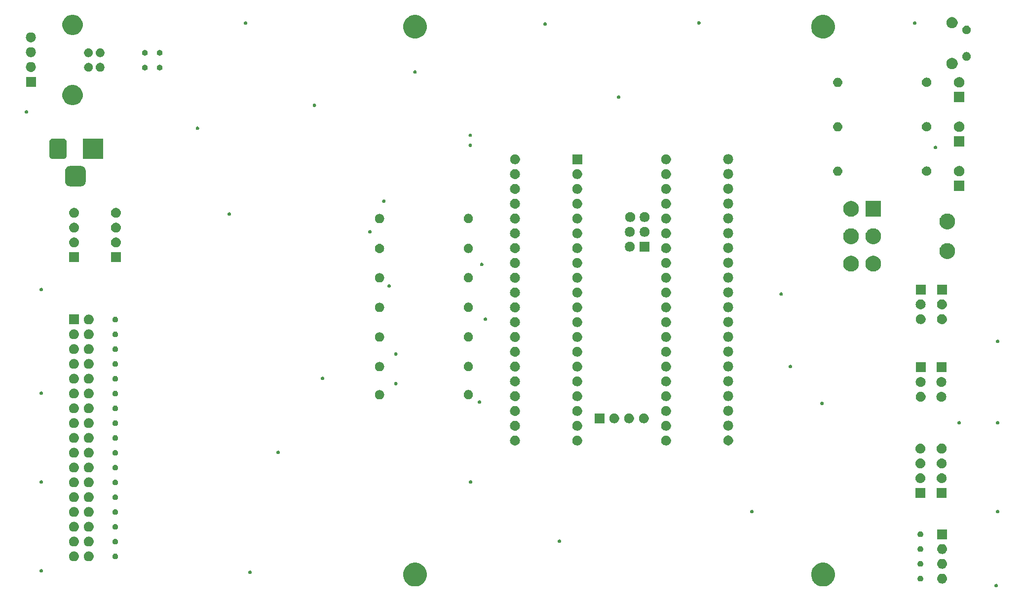
<source format=gbr>
G04 #@! TF.GenerationSoftware,KiCad,Pcbnew,(5.1.2)-2*
G04 #@! TF.CreationDate,2020-12-15T10:42:38+00:00*
G04 #@! TF.ProjectId,Greaseweazle F1 3.5 Inch,47726561-7365-4776-9561-7a6c65204631,1*
G04 #@! TF.SameCoordinates,PX6312cb0PY6bcb370*
G04 #@! TF.FileFunction,Soldermask,Bot*
G04 #@! TF.FilePolarity,Negative*
%FSLAX46Y46*%
G04 Gerber Fmt 4.6, Leading zero omitted, Abs format (unit mm)*
G04 Created by KiCad (PCBNEW (5.1.2)-2) date 2020-12-15 10:42:38*
%MOMM*%
%LPD*%
G04 APERTURE LIST*
%ADD10C,0.100000*%
G04 APERTURE END LIST*
D10*
G36*
X115911507Y-36541528D02*
G01*
X115966103Y-36564143D01*
X116015239Y-36596974D01*
X116057026Y-36638761D01*
X116089857Y-36687897D01*
X116112472Y-36742493D01*
X116124000Y-36800453D01*
X116124000Y-36859547D01*
X116112472Y-36917507D01*
X116089857Y-36972103D01*
X116057026Y-37021239D01*
X116015239Y-37063026D01*
X115966103Y-37095857D01*
X115911507Y-37118472D01*
X115853547Y-37130000D01*
X115794453Y-37130000D01*
X115736493Y-37118472D01*
X115681897Y-37095857D01*
X115632761Y-37063026D01*
X115590974Y-37021239D01*
X115558143Y-36972103D01*
X115535528Y-36917507D01*
X115524000Y-36859547D01*
X115524000Y-36800453D01*
X115535528Y-36742493D01*
X115558143Y-36687897D01*
X115590974Y-36638761D01*
X115632761Y-36596974D01*
X115681897Y-36564143D01*
X115736493Y-36541528D01*
X115794453Y-36530000D01*
X115853547Y-36530000D01*
X115911507Y-36541528D01*
X115911507Y-36541528D01*
G37*
G36*
X86706331Y-32981248D02*
G01*
X87076131Y-33134424D01*
X87076133Y-33134425D01*
X87199181Y-33216643D01*
X87408944Y-33356802D01*
X87691978Y-33639836D01*
X87914356Y-33972649D01*
X88067532Y-34342449D01*
X88145620Y-34735024D01*
X88145620Y-35135296D01*
X88067532Y-35527871D01*
X87972771Y-35756645D01*
X87914355Y-35897673D01*
X87846533Y-35999175D01*
X87691978Y-36230484D01*
X87408944Y-36513518D01*
X87284044Y-36596973D01*
X87076133Y-36735895D01*
X87076132Y-36735896D01*
X87076131Y-36735896D01*
X86706331Y-36889072D01*
X86313756Y-36967160D01*
X85913484Y-36967160D01*
X85520909Y-36889072D01*
X85151109Y-36735896D01*
X85151108Y-36735896D01*
X85151107Y-36735895D01*
X84943196Y-36596973D01*
X84818296Y-36513518D01*
X84535262Y-36230484D01*
X84380707Y-35999175D01*
X84312885Y-35897673D01*
X84254469Y-35756645D01*
X84159708Y-35527871D01*
X84081620Y-35135296D01*
X84081620Y-34735024D01*
X84159708Y-34342449D01*
X84312884Y-33972649D01*
X84535262Y-33639836D01*
X84818296Y-33356802D01*
X85028059Y-33216643D01*
X85151107Y-33134425D01*
X85151109Y-33134424D01*
X85520909Y-32981248D01*
X85913484Y-32903160D01*
X86313756Y-32903160D01*
X86706331Y-32981248D01*
X86706331Y-32981248D01*
G37*
G36*
X16706471Y-32981248D02*
G01*
X17076271Y-33134424D01*
X17076273Y-33134425D01*
X17199321Y-33216643D01*
X17409084Y-33356802D01*
X17692118Y-33639836D01*
X17914496Y-33972649D01*
X18067672Y-34342449D01*
X18145760Y-34735024D01*
X18145760Y-35135296D01*
X18067672Y-35527871D01*
X17972911Y-35756645D01*
X17914495Y-35897673D01*
X17846673Y-35999175D01*
X17692118Y-36230484D01*
X17409084Y-36513518D01*
X17284184Y-36596973D01*
X17076273Y-36735895D01*
X17076272Y-36735896D01*
X17076271Y-36735896D01*
X16706471Y-36889072D01*
X16313896Y-36967160D01*
X15913624Y-36967160D01*
X15521049Y-36889072D01*
X15151249Y-36735896D01*
X15151248Y-36735896D01*
X15151247Y-36735895D01*
X14943336Y-36596973D01*
X14818436Y-36513518D01*
X14535402Y-36230484D01*
X14380847Y-35999175D01*
X14313025Y-35897673D01*
X14254609Y-35756645D01*
X14159848Y-35527871D01*
X14081760Y-35135296D01*
X14081760Y-34735024D01*
X14159848Y-34342449D01*
X14313024Y-33972649D01*
X14535402Y-33639836D01*
X14818436Y-33356802D01*
X15028199Y-33216643D01*
X15151247Y-33134425D01*
X15151249Y-33134424D01*
X15521049Y-32981248D01*
X15913624Y-32903160D01*
X16313896Y-32903160D01*
X16706471Y-32981248D01*
X16706471Y-32981248D01*
G37*
G36*
X106719627Y-34785799D02*
G01*
X106798933Y-34809856D01*
X106879855Y-34834403D01*
X106879857Y-34834404D01*
X107027518Y-34913331D01*
X107156949Y-35019551D01*
X107263169Y-35148982D01*
X107342096Y-35296643D01*
X107390701Y-35456873D01*
X107407112Y-35623500D01*
X107390701Y-35790127D01*
X107390700Y-35790129D01*
X107348414Y-35929531D01*
X107342096Y-35950357D01*
X107263169Y-36098018D01*
X107156949Y-36227449D01*
X107027518Y-36333669D01*
X106879857Y-36412596D01*
X106879855Y-36412597D01*
X106799742Y-36436899D01*
X106719627Y-36461201D01*
X106594752Y-36473500D01*
X106511248Y-36473500D01*
X106386373Y-36461201D01*
X106306258Y-36436899D01*
X106226145Y-36412597D01*
X106226143Y-36412596D01*
X106078482Y-36333669D01*
X105949051Y-36227449D01*
X105842831Y-36098018D01*
X105763904Y-35950357D01*
X105757587Y-35929531D01*
X105715300Y-35790129D01*
X105715299Y-35790127D01*
X105698888Y-35623500D01*
X105715299Y-35456873D01*
X105763904Y-35296643D01*
X105842831Y-35148982D01*
X105949051Y-35019551D01*
X106078482Y-34913331D01*
X106226143Y-34834404D01*
X106226145Y-34834403D01*
X106307067Y-34809856D01*
X106386373Y-34785799D01*
X106511248Y-34773500D01*
X106594752Y-34773500D01*
X106719627Y-34785799D01*
X106719627Y-34785799D01*
G37*
G36*
X102965043Y-35130014D02*
G01*
X103056037Y-35167705D01*
X103056039Y-35167706D01*
X103097263Y-35195251D01*
X103137930Y-35222424D01*
X103207576Y-35292070D01*
X103262295Y-35373963D01*
X103299986Y-35464957D01*
X103319200Y-35561553D01*
X103319200Y-35660047D01*
X103299986Y-35756643D01*
X103262295Y-35847637D01*
X103262294Y-35847639D01*
X103207575Y-35929531D01*
X103137931Y-35999175D01*
X103056039Y-36053894D01*
X103056038Y-36053895D01*
X103056037Y-36053895D01*
X102965043Y-36091586D01*
X102868447Y-36110800D01*
X102769953Y-36110800D01*
X102673357Y-36091586D01*
X102582363Y-36053895D01*
X102582362Y-36053895D01*
X102582361Y-36053894D01*
X102500469Y-35999175D01*
X102430825Y-35929531D01*
X102376106Y-35847639D01*
X102376105Y-35847637D01*
X102338414Y-35756643D01*
X102319200Y-35660047D01*
X102319200Y-35561553D01*
X102338414Y-35464957D01*
X102376105Y-35373963D01*
X102430824Y-35292070D01*
X102500470Y-35222424D01*
X102541137Y-35195251D01*
X102582361Y-35167706D01*
X102582363Y-35167705D01*
X102673357Y-35130014D01*
X102769953Y-35110800D01*
X102868447Y-35110800D01*
X102965043Y-35130014D01*
X102965043Y-35130014D01*
G37*
G36*
X-12104493Y-34255528D02*
G01*
X-12049897Y-34278143D01*
X-12000761Y-34310974D01*
X-11958974Y-34352761D01*
X-11926143Y-34401897D01*
X-11903528Y-34456493D01*
X-11892000Y-34514453D01*
X-11892000Y-34573547D01*
X-11903528Y-34631507D01*
X-11926143Y-34686103D01*
X-11958974Y-34735239D01*
X-12000761Y-34777026D01*
X-12049897Y-34809857D01*
X-12104493Y-34832472D01*
X-12162453Y-34844000D01*
X-12221547Y-34844000D01*
X-12279507Y-34832472D01*
X-12334103Y-34809857D01*
X-12383239Y-34777026D01*
X-12425026Y-34735239D01*
X-12457857Y-34686103D01*
X-12480472Y-34631507D01*
X-12492000Y-34573547D01*
X-12492000Y-34514453D01*
X-12480472Y-34456493D01*
X-12457857Y-34401897D01*
X-12425026Y-34352761D01*
X-12383239Y-34310974D01*
X-12334103Y-34278143D01*
X-12279507Y-34255528D01*
X-12221547Y-34244000D01*
X-12162453Y-34244000D01*
X-12104493Y-34255528D01*
X-12104493Y-34255528D01*
G37*
G36*
X-47918493Y-34001528D02*
G01*
X-47863897Y-34024143D01*
X-47814761Y-34056974D01*
X-47772974Y-34098761D01*
X-47740143Y-34147897D01*
X-47717528Y-34202493D01*
X-47706000Y-34260453D01*
X-47706000Y-34319547D01*
X-47717528Y-34377507D01*
X-47740143Y-34432103D01*
X-47772974Y-34481239D01*
X-47814761Y-34523026D01*
X-47863897Y-34555857D01*
X-47918493Y-34578472D01*
X-47976453Y-34590000D01*
X-48035547Y-34590000D01*
X-48093507Y-34578472D01*
X-48148103Y-34555857D01*
X-48197239Y-34523026D01*
X-48239026Y-34481239D01*
X-48271857Y-34432103D01*
X-48294472Y-34377507D01*
X-48306000Y-34319547D01*
X-48306000Y-34260453D01*
X-48294472Y-34202493D01*
X-48271857Y-34147897D01*
X-48239026Y-34098761D01*
X-48197239Y-34056974D01*
X-48148103Y-34024143D01*
X-48093507Y-34001528D01*
X-48035547Y-33990000D01*
X-47976453Y-33990000D01*
X-47918493Y-34001528D01*
X-47918493Y-34001528D01*
G37*
G36*
X106719627Y-32245799D02*
G01*
X106799742Y-32270101D01*
X106879855Y-32294403D01*
X106879857Y-32294404D01*
X107027518Y-32373331D01*
X107156949Y-32479551D01*
X107263169Y-32608982D01*
X107342096Y-32756643D01*
X107390701Y-32916873D01*
X107407112Y-33083500D01*
X107390701Y-33250127D01*
X107390700Y-33250129D01*
X107348414Y-33389531D01*
X107342096Y-33410357D01*
X107263169Y-33558018D01*
X107156949Y-33687449D01*
X107027518Y-33793669D01*
X106879857Y-33872596D01*
X106879855Y-33872597D01*
X106799742Y-33896898D01*
X106719627Y-33921201D01*
X106594752Y-33933500D01*
X106511248Y-33933500D01*
X106386373Y-33921201D01*
X106306258Y-33896898D01*
X106226145Y-33872597D01*
X106226143Y-33872596D01*
X106078482Y-33793669D01*
X105949051Y-33687449D01*
X105842831Y-33558018D01*
X105763904Y-33410357D01*
X105757587Y-33389531D01*
X105715300Y-33250129D01*
X105715299Y-33250127D01*
X105698888Y-33083500D01*
X105715299Y-32916873D01*
X105763904Y-32756643D01*
X105842831Y-32608982D01*
X105949051Y-32479551D01*
X106078482Y-32373331D01*
X106226143Y-32294404D01*
X106226145Y-32294403D01*
X106306258Y-32270102D01*
X106386373Y-32245799D01*
X106511248Y-32233500D01*
X106594752Y-32233500D01*
X106719627Y-32245799D01*
X106719627Y-32245799D01*
G37*
G36*
X102965043Y-32590014D02*
G01*
X103056037Y-32627705D01*
X103056039Y-32627706D01*
X103090601Y-32650800D01*
X103137930Y-32682424D01*
X103207576Y-32752070D01*
X103262295Y-32833963D01*
X103299986Y-32924957D01*
X103319200Y-33021553D01*
X103319200Y-33120047D01*
X103299986Y-33216643D01*
X103262295Y-33307637D01*
X103262294Y-33307639D01*
X103207575Y-33389531D01*
X103137931Y-33459175D01*
X103056039Y-33513894D01*
X103056038Y-33513895D01*
X103056037Y-33513895D01*
X102965043Y-33551586D01*
X102868447Y-33570800D01*
X102769953Y-33570800D01*
X102673357Y-33551586D01*
X102582363Y-33513895D01*
X102582362Y-33513895D01*
X102582361Y-33513894D01*
X102500469Y-33459175D01*
X102430825Y-33389531D01*
X102376106Y-33307639D01*
X102376105Y-33307637D01*
X102338414Y-33216643D01*
X102319200Y-33120047D01*
X102319200Y-33021553D01*
X102338414Y-32924957D01*
X102376105Y-32833963D01*
X102430824Y-32752070D01*
X102500470Y-32682424D01*
X102547799Y-32650800D01*
X102582361Y-32627706D01*
X102582363Y-32627705D01*
X102673357Y-32590014D01*
X102769953Y-32570800D01*
X102868447Y-32570800D01*
X102965043Y-32590014D01*
X102965043Y-32590014D01*
G37*
G36*
X-42225973Y-30963099D02*
G01*
X-42145858Y-30987401D01*
X-42065745Y-31011703D01*
X-42065743Y-31011704D01*
X-41918082Y-31090631D01*
X-41788651Y-31196851D01*
X-41682431Y-31326282D01*
X-41603504Y-31473943D01*
X-41603503Y-31473945D01*
X-41579201Y-31554058D01*
X-41554899Y-31634173D01*
X-41538488Y-31800800D01*
X-41554899Y-31967427D01*
X-41579202Y-32047542D01*
X-41601038Y-32119530D01*
X-41603504Y-32127657D01*
X-41682431Y-32275318D01*
X-41788651Y-32404749D01*
X-41918082Y-32510969D01*
X-42030017Y-32570800D01*
X-42065745Y-32589897D01*
X-42128658Y-32608981D01*
X-42225973Y-32638501D01*
X-42350848Y-32650800D01*
X-42434352Y-32650800D01*
X-42559227Y-32638501D01*
X-42656542Y-32608981D01*
X-42719455Y-32589897D01*
X-42755183Y-32570800D01*
X-42867118Y-32510969D01*
X-42996549Y-32404749D01*
X-43102769Y-32275318D01*
X-43181696Y-32127657D01*
X-43184161Y-32119530D01*
X-43205998Y-32047542D01*
X-43230301Y-31967427D01*
X-43246712Y-31800800D01*
X-43230301Y-31634173D01*
X-43205999Y-31554058D01*
X-43181697Y-31473945D01*
X-43181696Y-31473943D01*
X-43102769Y-31326282D01*
X-42996549Y-31196851D01*
X-42867118Y-31090631D01*
X-42719457Y-31011704D01*
X-42719455Y-31011703D01*
X-42639342Y-30987401D01*
X-42559227Y-30963099D01*
X-42434352Y-30950800D01*
X-42350848Y-30950800D01*
X-42225973Y-30963099D01*
X-42225973Y-30963099D01*
G37*
G36*
X-39685973Y-30963099D02*
G01*
X-39605858Y-30987401D01*
X-39525745Y-31011703D01*
X-39525743Y-31011704D01*
X-39378082Y-31090631D01*
X-39248651Y-31196851D01*
X-39142431Y-31326282D01*
X-39063504Y-31473943D01*
X-39063503Y-31473945D01*
X-39039201Y-31554058D01*
X-39014899Y-31634173D01*
X-38998488Y-31800800D01*
X-39014899Y-31967427D01*
X-39039202Y-32047542D01*
X-39061038Y-32119530D01*
X-39063504Y-32127657D01*
X-39142431Y-32275318D01*
X-39248651Y-32404749D01*
X-39378082Y-32510969D01*
X-39490017Y-32570800D01*
X-39525745Y-32589897D01*
X-39588658Y-32608981D01*
X-39685973Y-32638501D01*
X-39810848Y-32650800D01*
X-39894352Y-32650800D01*
X-40019227Y-32638501D01*
X-40116542Y-32608981D01*
X-40179455Y-32589897D01*
X-40215183Y-32570800D01*
X-40327118Y-32510969D01*
X-40456549Y-32404749D01*
X-40562769Y-32275318D01*
X-40641696Y-32127657D01*
X-40644161Y-32119530D01*
X-40665998Y-32047542D01*
X-40690301Y-31967427D01*
X-40706712Y-31800800D01*
X-40690301Y-31634173D01*
X-40665999Y-31554058D01*
X-40641697Y-31473945D01*
X-40641696Y-31473943D01*
X-40562769Y-31326282D01*
X-40456549Y-31196851D01*
X-40327118Y-31090631D01*
X-40179457Y-31011704D01*
X-40179455Y-31011703D01*
X-40099342Y-30987402D01*
X-40019227Y-30963099D01*
X-39894352Y-30950800D01*
X-39810848Y-30950800D01*
X-39685973Y-30963099D01*
X-39685973Y-30963099D01*
G37*
G36*
X-35160157Y-31320014D02*
G01*
X-35129779Y-31332597D01*
X-35069161Y-31357706D01*
X-35034000Y-31381200D01*
X-34987270Y-31412424D01*
X-34917624Y-31482070D01*
X-34862905Y-31563963D01*
X-34825214Y-31654957D01*
X-34806000Y-31751553D01*
X-34806000Y-31850047D01*
X-34825214Y-31946643D01*
X-34825215Y-31946645D01*
X-34862906Y-32037639D01*
X-34917625Y-32119531D01*
X-34987269Y-32189175D01*
X-35069161Y-32243894D01*
X-35069162Y-32243895D01*
X-35069163Y-32243895D01*
X-35160157Y-32281586D01*
X-35256753Y-32300800D01*
X-35355247Y-32300800D01*
X-35451843Y-32281586D01*
X-35542837Y-32243895D01*
X-35542838Y-32243895D01*
X-35542839Y-32243894D01*
X-35624731Y-32189175D01*
X-35694375Y-32119531D01*
X-35749094Y-32037639D01*
X-35786785Y-31946645D01*
X-35786786Y-31946643D01*
X-35806000Y-31850047D01*
X-35806000Y-31751553D01*
X-35786786Y-31654957D01*
X-35749095Y-31563963D01*
X-35694376Y-31482070D01*
X-35624730Y-31412424D01*
X-35578000Y-31381200D01*
X-35542839Y-31357706D01*
X-35482221Y-31332597D01*
X-35451843Y-31320014D01*
X-35355247Y-31300800D01*
X-35256753Y-31300800D01*
X-35160157Y-31320014D01*
X-35160157Y-31320014D01*
G37*
G36*
X106719627Y-29705799D02*
G01*
X106799742Y-29730102D01*
X106879855Y-29754403D01*
X106879857Y-29754404D01*
X107027518Y-29833331D01*
X107156949Y-29939551D01*
X107263169Y-30068982D01*
X107342096Y-30216643D01*
X107390701Y-30376873D01*
X107407112Y-30543500D01*
X107390701Y-30710127D01*
X107390700Y-30710129D01*
X107348414Y-30849531D01*
X107342096Y-30870357D01*
X107263169Y-31018018D01*
X107156949Y-31147449D01*
X107027518Y-31253669D01*
X106879857Y-31332596D01*
X106879855Y-31332597D01*
X106799742Y-31356899D01*
X106719627Y-31381201D01*
X106594752Y-31393500D01*
X106511248Y-31393500D01*
X106386373Y-31381201D01*
X106306258Y-31356899D01*
X106226145Y-31332597D01*
X106226143Y-31332596D01*
X106078482Y-31253669D01*
X105949051Y-31147449D01*
X105842831Y-31018018D01*
X105763904Y-30870357D01*
X105757587Y-30849531D01*
X105715300Y-30710129D01*
X105715299Y-30710127D01*
X105698888Y-30543500D01*
X105715299Y-30376873D01*
X105763904Y-30216643D01*
X105842831Y-30068982D01*
X105949051Y-29939551D01*
X106078482Y-29833331D01*
X106226143Y-29754404D01*
X106226145Y-29754403D01*
X106306258Y-29730101D01*
X106386373Y-29705799D01*
X106511248Y-29693500D01*
X106594752Y-29693500D01*
X106719627Y-29705799D01*
X106719627Y-29705799D01*
G37*
G36*
X102965043Y-30050014D02*
G01*
X103056037Y-30087705D01*
X103056039Y-30087706D01*
X103090601Y-30110800D01*
X103137930Y-30142424D01*
X103207576Y-30212070D01*
X103262295Y-30293963D01*
X103299986Y-30384957D01*
X103319200Y-30481553D01*
X103319200Y-30580047D01*
X103299986Y-30676643D01*
X103262295Y-30767637D01*
X103262294Y-30767639D01*
X103207575Y-30849531D01*
X103137931Y-30919175D01*
X103056039Y-30973894D01*
X103056038Y-30973895D01*
X103056037Y-30973895D01*
X102965043Y-31011586D01*
X102868447Y-31030800D01*
X102769953Y-31030800D01*
X102673357Y-31011586D01*
X102582363Y-30973895D01*
X102582362Y-30973895D01*
X102582361Y-30973894D01*
X102500469Y-30919175D01*
X102430825Y-30849531D01*
X102376106Y-30767639D01*
X102376105Y-30767637D01*
X102338414Y-30676643D01*
X102319200Y-30580047D01*
X102319200Y-30481553D01*
X102338414Y-30384957D01*
X102376105Y-30293963D01*
X102430824Y-30212070D01*
X102500470Y-30142424D01*
X102547799Y-30110800D01*
X102582361Y-30087706D01*
X102582363Y-30087705D01*
X102673357Y-30050014D01*
X102769953Y-30030800D01*
X102868447Y-30030800D01*
X102965043Y-30050014D01*
X102965043Y-30050014D01*
G37*
G36*
X-42225973Y-28423099D02*
G01*
X-42145858Y-28447402D01*
X-42065745Y-28471703D01*
X-42065743Y-28471704D01*
X-41918082Y-28550631D01*
X-41788651Y-28656851D01*
X-41682431Y-28786282D01*
X-41603504Y-28933943D01*
X-41603503Y-28933945D01*
X-41590451Y-28976973D01*
X-41554899Y-29094173D01*
X-41538488Y-29260800D01*
X-41554899Y-29427427D01*
X-41576450Y-29498471D01*
X-41601038Y-29579530D01*
X-41603504Y-29587657D01*
X-41682431Y-29735318D01*
X-41788651Y-29864749D01*
X-41918082Y-29970969D01*
X-42030017Y-30030800D01*
X-42065745Y-30049897D01*
X-42128658Y-30068981D01*
X-42225973Y-30098501D01*
X-42350848Y-30110800D01*
X-42434352Y-30110800D01*
X-42559227Y-30098501D01*
X-42656542Y-30068981D01*
X-42719455Y-30049897D01*
X-42755183Y-30030800D01*
X-42867118Y-29970969D01*
X-42996549Y-29864749D01*
X-43102769Y-29735318D01*
X-43181696Y-29587657D01*
X-43184161Y-29579530D01*
X-43208750Y-29498471D01*
X-43230301Y-29427427D01*
X-43246712Y-29260800D01*
X-43230301Y-29094173D01*
X-43194749Y-28976973D01*
X-43181697Y-28933945D01*
X-43181696Y-28933943D01*
X-43102769Y-28786282D01*
X-42996549Y-28656851D01*
X-42867118Y-28550631D01*
X-42719457Y-28471704D01*
X-42719455Y-28471703D01*
X-42639342Y-28447402D01*
X-42559227Y-28423099D01*
X-42434352Y-28410800D01*
X-42350848Y-28410800D01*
X-42225973Y-28423099D01*
X-42225973Y-28423099D01*
G37*
G36*
X-39685973Y-28423099D02*
G01*
X-39605858Y-28447402D01*
X-39525745Y-28471703D01*
X-39525743Y-28471704D01*
X-39378082Y-28550631D01*
X-39248651Y-28656851D01*
X-39142431Y-28786282D01*
X-39063504Y-28933943D01*
X-39063503Y-28933945D01*
X-39050451Y-28976973D01*
X-39014899Y-29094173D01*
X-38998488Y-29260800D01*
X-39014899Y-29427427D01*
X-39036450Y-29498471D01*
X-39061038Y-29579530D01*
X-39063504Y-29587657D01*
X-39142431Y-29735318D01*
X-39248651Y-29864749D01*
X-39378082Y-29970969D01*
X-39490017Y-30030800D01*
X-39525745Y-30049897D01*
X-39588658Y-30068981D01*
X-39685973Y-30098501D01*
X-39810848Y-30110800D01*
X-39894352Y-30110800D01*
X-40019227Y-30098501D01*
X-40116542Y-30068981D01*
X-40179455Y-30049897D01*
X-40215183Y-30030800D01*
X-40327118Y-29970969D01*
X-40456549Y-29864749D01*
X-40562769Y-29735318D01*
X-40641696Y-29587657D01*
X-40644161Y-29579530D01*
X-40668750Y-29498471D01*
X-40690301Y-29427427D01*
X-40706712Y-29260800D01*
X-40690301Y-29094173D01*
X-40654749Y-28976973D01*
X-40641697Y-28933945D01*
X-40641696Y-28933943D01*
X-40562769Y-28786282D01*
X-40456549Y-28656851D01*
X-40327118Y-28550631D01*
X-40179457Y-28471704D01*
X-40179455Y-28471703D01*
X-40099342Y-28447402D01*
X-40019227Y-28423099D01*
X-39894352Y-28410800D01*
X-39810848Y-28410800D01*
X-39685973Y-28423099D01*
X-39685973Y-28423099D01*
G37*
G36*
X-35160157Y-28780014D02*
G01*
X-35145025Y-28786282D01*
X-35069161Y-28817706D01*
X-35027937Y-28845251D01*
X-34987270Y-28872424D01*
X-34917624Y-28942070D01*
X-34862905Y-29023963D01*
X-34825214Y-29114957D01*
X-34806000Y-29211553D01*
X-34806000Y-29310047D01*
X-34825214Y-29406643D01*
X-34862905Y-29497637D01*
X-34862906Y-29497639D01*
X-34917625Y-29579531D01*
X-34987269Y-29649175D01*
X-35069161Y-29703894D01*
X-35069162Y-29703895D01*
X-35069163Y-29703895D01*
X-35160157Y-29741586D01*
X-35256753Y-29760800D01*
X-35355247Y-29760800D01*
X-35451843Y-29741586D01*
X-35542837Y-29703895D01*
X-35542838Y-29703895D01*
X-35542839Y-29703894D01*
X-35624731Y-29649175D01*
X-35694375Y-29579531D01*
X-35749094Y-29497639D01*
X-35749095Y-29497637D01*
X-35786786Y-29406643D01*
X-35806000Y-29310047D01*
X-35806000Y-29211553D01*
X-35786786Y-29114957D01*
X-35749095Y-29023963D01*
X-35694376Y-28942070D01*
X-35624730Y-28872424D01*
X-35584063Y-28845251D01*
X-35542839Y-28817706D01*
X-35466975Y-28786282D01*
X-35451843Y-28780014D01*
X-35355247Y-28760800D01*
X-35256753Y-28760800D01*
X-35160157Y-28780014D01*
X-35160157Y-28780014D01*
G37*
G36*
X40981507Y-28921528D02*
G01*
X41036103Y-28944143D01*
X41085239Y-28976974D01*
X41127026Y-29018761D01*
X41159857Y-29067897D01*
X41182472Y-29122493D01*
X41194000Y-29180453D01*
X41194000Y-29239547D01*
X41182472Y-29297507D01*
X41159857Y-29352103D01*
X41127026Y-29401239D01*
X41085239Y-29443026D01*
X41036103Y-29475857D01*
X40981507Y-29498472D01*
X40923547Y-29510000D01*
X40864453Y-29510000D01*
X40806493Y-29498472D01*
X40751897Y-29475857D01*
X40702761Y-29443026D01*
X40660974Y-29401239D01*
X40628143Y-29352103D01*
X40605528Y-29297507D01*
X40594000Y-29239547D01*
X40594000Y-29180453D01*
X40605528Y-29122493D01*
X40628143Y-29067897D01*
X40660974Y-29018761D01*
X40702761Y-28976974D01*
X40751897Y-28944143D01*
X40806493Y-28921528D01*
X40864453Y-28910000D01*
X40923547Y-28910000D01*
X40981507Y-28921528D01*
X40981507Y-28921528D01*
G37*
G36*
X107403000Y-28853500D02*
G01*
X105703000Y-28853500D01*
X105703000Y-27153500D01*
X107403000Y-27153500D01*
X107403000Y-28853500D01*
X107403000Y-28853500D01*
G37*
G36*
X102965043Y-27510014D02*
G01*
X102965046Y-27510015D01*
X102965045Y-27510015D01*
X103056039Y-27547706D01*
X103090601Y-27570800D01*
X103137930Y-27602424D01*
X103207576Y-27672070D01*
X103262295Y-27753963D01*
X103299986Y-27844957D01*
X103319200Y-27941553D01*
X103319200Y-28040047D01*
X103299986Y-28136643D01*
X103299985Y-28136645D01*
X103262294Y-28227639D01*
X103207575Y-28309531D01*
X103137931Y-28379175D01*
X103056039Y-28433894D01*
X103056038Y-28433895D01*
X103056037Y-28433895D01*
X102965043Y-28471586D01*
X102868447Y-28490800D01*
X102769953Y-28490800D01*
X102673357Y-28471586D01*
X102582363Y-28433895D01*
X102582362Y-28433895D01*
X102582361Y-28433894D01*
X102500469Y-28379175D01*
X102430825Y-28309531D01*
X102376106Y-28227639D01*
X102338415Y-28136645D01*
X102338414Y-28136643D01*
X102319200Y-28040047D01*
X102319200Y-27941553D01*
X102338414Y-27844957D01*
X102376105Y-27753963D01*
X102430824Y-27672070D01*
X102500470Y-27602424D01*
X102547799Y-27570800D01*
X102582361Y-27547706D01*
X102673355Y-27510015D01*
X102673354Y-27510015D01*
X102673357Y-27510014D01*
X102769953Y-27490800D01*
X102868447Y-27490800D01*
X102965043Y-27510014D01*
X102965043Y-27510014D01*
G37*
G36*
X-42225973Y-25883099D02*
G01*
X-42145858Y-25907402D01*
X-42065745Y-25931703D01*
X-42065743Y-25931704D01*
X-41918082Y-26010631D01*
X-41788651Y-26116851D01*
X-41682431Y-26246282D01*
X-41603504Y-26393943D01*
X-41603503Y-26393945D01*
X-41579202Y-26474058D01*
X-41554899Y-26554173D01*
X-41538488Y-26720800D01*
X-41554899Y-26887427D01*
X-41579201Y-26967542D01*
X-41601038Y-27039530D01*
X-41603504Y-27047657D01*
X-41682431Y-27195318D01*
X-41788651Y-27324749D01*
X-41918082Y-27430969D01*
X-42030017Y-27490800D01*
X-42065745Y-27509897D01*
X-42145858Y-27534199D01*
X-42225973Y-27558501D01*
X-42350848Y-27570800D01*
X-42434352Y-27570800D01*
X-42559227Y-27558501D01*
X-42639342Y-27534199D01*
X-42719455Y-27509897D01*
X-42755183Y-27490800D01*
X-42867118Y-27430969D01*
X-42996549Y-27324749D01*
X-43102769Y-27195318D01*
X-43181696Y-27047657D01*
X-43184161Y-27039530D01*
X-43205998Y-26967542D01*
X-43230301Y-26887427D01*
X-43246712Y-26720800D01*
X-43230301Y-26554173D01*
X-43205998Y-26474058D01*
X-43181697Y-26393945D01*
X-43181696Y-26393943D01*
X-43102769Y-26246282D01*
X-42996549Y-26116851D01*
X-42867118Y-26010631D01*
X-42719457Y-25931704D01*
X-42719455Y-25931703D01*
X-42639342Y-25907402D01*
X-42559227Y-25883099D01*
X-42434352Y-25870800D01*
X-42350848Y-25870800D01*
X-42225973Y-25883099D01*
X-42225973Y-25883099D01*
G37*
G36*
X-39685973Y-25883099D02*
G01*
X-39605858Y-25907402D01*
X-39525745Y-25931703D01*
X-39525743Y-25931704D01*
X-39378082Y-26010631D01*
X-39248651Y-26116851D01*
X-39142431Y-26246282D01*
X-39063504Y-26393943D01*
X-39063503Y-26393945D01*
X-39039202Y-26474058D01*
X-39014899Y-26554173D01*
X-38998488Y-26720800D01*
X-39014899Y-26887427D01*
X-39039201Y-26967542D01*
X-39061038Y-27039530D01*
X-39063504Y-27047657D01*
X-39142431Y-27195318D01*
X-39248651Y-27324749D01*
X-39378082Y-27430969D01*
X-39490017Y-27490800D01*
X-39525745Y-27509897D01*
X-39605858Y-27534199D01*
X-39685973Y-27558501D01*
X-39810848Y-27570800D01*
X-39894352Y-27570800D01*
X-40019227Y-27558501D01*
X-40099342Y-27534199D01*
X-40179455Y-27509897D01*
X-40215183Y-27490800D01*
X-40327118Y-27430969D01*
X-40456549Y-27324749D01*
X-40562769Y-27195318D01*
X-40641696Y-27047657D01*
X-40644161Y-27039530D01*
X-40665998Y-26967542D01*
X-40690301Y-26887427D01*
X-40706712Y-26720800D01*
X-40690301Y-26554173D01*
X-40665998Y-26474058D01*
X-40641697Y-26393945D01*
X-40641696Y-26393943D01*
X-40562769Y-26246282D01*
X-40456549Y-26116851D01*
X-40327118Y-26010631D01*
X-40179457Y-25931704D01*
X-40179455Y-25931703D01*
X-40099342Y-25907402D01*
X-40019227Y-25883099D01*
X-39894352Y-25870800D01*
X-39810848Y-25870800D01*
X-39685973Y-25883099D01*
X-39685973Y-25883099D01*
G37*
G36*
X-35160157Y-26240014D02*
G01*
X-35145025Y-26246282D01*
X-35069161Y-26277706D01*
X-35027937Y-26305251D01*
X-34987270Y-26332424D01*
X-34917624Y-26402070D01*
X-34862905Y-26483963D01*
X-34825214Y-26574957D01*
X-34806000Y-26671553D01*
X-34806000Y-26770047D01*
X-34825214Y-26866643D01*
X-34825215Y-26866645D01*
X-34862906Y-26957639D01*
X-34917625Y-27039531D01*
X-34987269Y-27109175D01*
X-35069161Y-27163894D01*
X-35069162Y-27163895D01*
X-35069163Y-27163895D01*
X-35160157Y-27201586D01*
X-35256753Y-27220800D01*
X-35355247Y-27220800D01*
X-35451843Y-27201586D01*
X-35542837Y-27163895D01*
X-35542838Y-27163895D01*
X-35542839Y-27163894D01*
X-35624731Y-27109175D01*
X-35694375Y-27039531D01*
X-35749094Y-26957639D01*
X-35786785Y-26866645D01*
X-35786786Y-26866643D01*
X-35806000Y-26770047D01*
X-35806000Y-26671553D01*
X-35786786Y-26574957D01*
X-35749095Y-26483963D01*
X-35694376Y-26402070D01*
X-35624730Y-26332424D01*
X-35584063Y-26305251D01*
X-35542839Y-26277706D01*
X-35466975Y-26246282D01*
X-35451843Y-26240014D01*
X-35355247Y-26220800D01*
X-35256753Y-26220800D01*
X-35160157Y-26240014D01*
X-35160157Y-26240014D01*
G37*
G36*
X-42225973Y-23343099D02*
G01*
X-42145858Y-23367401D01*
X-42065745Y-23391703D01*
X-42065743Y-23391704D01*
X-41918082Y-23470631D01*
X-41788651Y-23576851D01*
X-41682431Y-23706282D01*
X-41603504Y-23853943D01*
X-41603503Y-23853945D01*
X-41590451Y-23896973D01*
X-41554899Y-24014173D01*
X-41538488Y-24180800D01*
X-41554899Y-24347427D01*
X-41576450Y-24418471D01*
X-41601038Y-24499530D01*
X-41603504Y-24507657D01*
X-41682431Y-24655318D01*
X-41788651Y-24784749D01*
X-41918082Y-24890969D01*
X-42065743Y-24969896D01*
X-42065745Y-24969897D01*
X-42145858Y-24994199D01*
X-42225973Y-25018501D01*
X-42350848Y-25030800D01*
X-42434352Y-25030800D01*
X-42559227Y-25018501D01*
X-42639342Y-24994199D01*
X-42719455Y-24969897D01*
X-42719457Y-24969896D01*
X-42867118Y-24890969D01*
X-42996549Y-24784749D01*
X-43102769Y-24655318D01*
X-43181696Y-24507657D01*
X-43184161Y-24499530D01*
X-43208750Y-24418471D01*
X-43230301Y-24347427D01*
X-43246712Y-24180800D01*
X-43230301Y-24014173D01*
X-43194749Y-23896973D01*
X-43181697Y-23853945D01*
X-43181696Y-23853943D01*
X-43102769Y-23706282D01*
X-42996549Y-23576851D01*
X-42867118Y-23470631D01*
X-42719457Y-23391704D01*
X-42719455Y-23391703D01*
X-42639342Y-23367401D01*
X-42559227Y-23343099D01*
X-42434352Y-23330800D01*
X-42350848Y-23330800D01*
X-42225973Y-23343099D01*
X-42225973Y-23343099D01*
G37*
G36*
X-39685973Y-23343099D02*
G01*
X-39605858Y-23367401D01*
X-39525745Y-23391703D01*
X-39525743Y-23391704D01*
X-39378082Y-23470631D01*
X-39248651Y-23576851D01*
X-39142431Y-23706282D01*
X-39063504Y-23853943D01*
X-39063503Y-23853945D01*
X-39050451Y-23896973D01*
X-39014899Y-24014173D01*
X-38998488Y-24180800D01*
X-39014899Y-24347427D01*
X-39036450Y-24418471D01*
X-39061038Y-24499530D01*
X-39063504Y-24507657D01*
X-39142431Y-24655318D01*
X-39248651Y-24784749D01*
X-39378082Y-24890969D01*
X-39525743Y-24969896D01*
X-39525745Y-24969897D01*
X-39605858Y-24994199D01*
X-39685973Y-25018501D01*
X-39810848Y-25030800D01*
X-39894352Y-25030800D01*
X-40019227Y-25018501D01*
X-40099342Y-24994199D01*
X-40179455Y-24969897D01*
X-40179457Y-24969896D01*
X-40327118Y-24890969D01*
X-40456549Y-24784749D01*
X-40562769Y-24655318D01*
X-40641696Y-24507657D01*
X-40644161Y-24499530D01*
X-40668750Y-24418471D01*
X-40690301Y-24347427D01*
X-40706712Y-24180800D01*
X-40690301Y-24014173D01*
X-40654749Y-23896973D01*
X-40641697Y-23853945D01*
X-40641696Y-23853943D01*
X-40562769Y-23706282D01*
X-40456549Y-23576851D01*
X-40327118Y-23470631D01*
X-40179457Y-23391704D01*
X-40179455Y-23391703D01*
X-40099342Y-23367401D01*
X-40019227Y-23343099D01*
X-39894352Y-23330800D01*
X-39810848Y-23330800D01*
X-39685973Y-23343099D01*
X-39685973Y-23343099D01*
G37*
G36*
X-35160157Y-23700014D02*
G01*
X-35145025Y-23706282D01*
X-35069161Y-23737706D01*
X-35027937Y-23765251D01*
X-34987270Y-23792424D01*
X-34917624Y-23862070D01*
X-34862905Y-23943963D01*
X-34825214Y-24034957D01*
X-34806000Y-24131553D01*
X-34806000Y-24230047D01*
X-34825214Y-24326643D01*
X-34862905Y-24417637D01*
X-34862906Y-24417639D01*
X-34917625Y-24499531D01*
X-34987269Y-24569175D01*
X-35069161Y-24623894D01*
X-35069162Y-24623895D01*
X-35069163Y-24623895D01*
X-35160157Y-24661586D01*
X-35256753Y-24680800D01*
X-35355247Y-24680800D01*
X-35451843Y-24661586D01*
X-35542837Y-24623895D01*
X-35542838Y-24623895D01*
X-35542839Y-24623894D01*
X-35624731Y-24569175D01*
X-35694375Y-24499531D01*
X-35749094Y-24417639D01*
X-35749095Y-24417637D01*
X-35786786Y-24326643D01*
X-35806000Y-24230047D01*
X-35806000Y-24131553D01*
X-35786786Y-24034957D01*
X-35749095Y-23943963D01*
X-35694376Y-23862070D01*
X-35624730Y-23792424D01*
X-35584063Y-23765251D01*
X-35542839Y-23737706D01*
X-35466975Y-23706282D01*
X-35451843Y-23700014D01*
X-35355247Y-23680800D01*
X-35256753Y-23680800D01*
X-35160157Y-23700014D01*
X-35160157Y-23700014D01*
G37*
G36*
X116165507Y-23841528D02*
G01*
X116220103Y-23864143D01*
X116269239Y-23896974D01*
X116311026Y-23938761D01*
X116343857Y-23987897D01*
X116366472Y-24042493D01*
X116378000Y-24100453D01*
X116378000Y-24159547D01*
X116366472Y-24217507D01*
X116343857Y-24272103D01*
X116311026Y-24321239D01*
X116269239Y-24363026D01*
X116220103Y-24395857D01*
X116165507Y-24418472D01*
X116107547Y-24430000D01*
X116048453Y-24430000D01*
X115990493Y-24418472D01*
X115935897Y-24395857D01*
X115886761Y-24363026D01*
X115844974Y-24321239D01*
X115812143Y-24272103D01*
X115789528Y-24217507D01*
X115778000Y-24159547D01*
X115778000Y-24100453D01*
X115789528Y-24042493D01*
X115812143Y-23987897D01*
X115844974Y-23938761D01*
X115886761Y-23896974D01*
X115935897Y-23864143D01*
X115990493Y-23841528D01*
X116048453Y-23830000D01*
X116107547Y-23830000D01*
X116165507Y-23841528D01*
X116165507Y-23841528D01*
G37*
G36*
X74001507Y-23841528D02*
G01*
X74056103Y-23864143D01*
X74105239Y-23896974D01*
X74147026Y-23938761D01*
X74179857Y-23987897D01*
X74202472Y-24042493D01*
X74214000Y-24100453D01*
X74214000Y-24159547D01*
X74202472Y-24217507D01*
X74179857Y-24272103D01*
X74147026Y-24321239D01*
X74105239Y-24363026D01*
X74056103Y-24395857D01*
X74001507Y-24418472D01*
X73943547Y-24430000D01*
X73884453Y-24430000D01*
X73826493Y-24418472D01*
X73771897Y-24395857D01*
X73722761Y-24363026D01*
X73680974Y-24321239D01*
X73648143Y-24272103D01*
X73625528Y-24217507D01*
X73614000Y-24159547D01*
X73614000Y-24100453D01*
X73625528Y-24042493D01*
X73648143Y-23987897D01*
X73680974Y-23938761D01*
X73722761Y-23896974D01*
X73771897Y-23864143D01*
X73826493Y-23841528D01*
X73884453Y-23830000D01*
X73943547Y-23830000D01*
X74001507Y-23841528D01*
X74001507Y-23841528D01*
G37*
G36*
X-42225973Y-20803099D02*
G01*
X-42145858Y-20827401D01*
X-42065745Y-20851703D01*
X-42065743Y-20851704D01*
X-41918082Y-20930631D01*
X-41788651Y-21036851D01*
X-41682431Y-21166282D01*
X-41603504Y-21313943D01*
X-41603503Y-21313945D01*
X-41579202Y-21394058D01*
X-41554899Y-21474173D01*
X-41538488Y-21640800D01*
X-41554899Y-21807427D01*
X-41579201Y-21887542D01*
X-41601038Y-21959530D01*
X-41603504Y-21967657D01*
X-41682431Y-22115318D01*
X-41788651Y-22244749D01*
X-41918082Y-22350969D01*
X-42065743Y-22429896D01*
X-42065745Y-22429897D01*
X-42145858Y-22454199D01*
X-42225973Y-22478501D01*
X-42350848Y-22490800D01*
X-42434352Y-22490800D01*
X-42559227Y-22478501D01*
X-42639342Y-22454199D01*
X-42719455Y-22429897D01*
X-42719457Y-22429896D01*
X-42867118Y-22350969D01*
X-42996549Y-22244749D01*
X-43102769Y-22115318D01*
X-43181696Y-21967657D01*
X-43184161Y-21959530D01*
X-43205999Y-21887542D01*
X-43230301Y-21807427D01*
X-43246712Y-21640800D01*
X-43230301Y-21474173D01*
X-43205998Y-21394058D01*
X-43181697Y-21313945D01*
X-43181696Y-21313943D01*
X-43102769Y-21166282D01*
X-42996549Y-21036851D01*
X-42867118Y-20930631D01*
X-42719457Y-20851704D01*
X-42719455Y-20851703D01*
X-42639342Y-20827401D01*
X-42559227Y-20803099D01*
X-42434352Y-20790800D01*
X-42350848Y-20790800D01*
X-42225973Y-20803099D01*
X-42225973Y-20803099D01*
G37*
G36*
X-39685973Y-20803099D02*
G01*
X-39605858Y-20827401D01*
X-39525745Y-20851703D01*
X-39525743Y-20851704D01*
X-39378082Y-20930631D01*
X-39248651Y-21036851D01*
X-39142431Y-21166282D01*
X-39063504Y-21313943D01*
X-39063503Y-21313945D01*
X-39039202Y-21394058D01*
X-39014899Y-21474173D01*
X-38998488Y-21640800D01*
X-39014899Y-21807427D01*
X-39039201Y-21887542D01*
X-39061038Y-21959530D01*
X-39063504Y-21967657D01*
X-39142431Y-22115318D01*
X-39248651Y-22244749D01*
X-39378082Y-22350969D01*
X-39525743Y-22429896D01*
X-39525745Y-22429897D01*
X-39605858Y-22454199D01*
X-39685973Y-22478501D01*
X-39810848Y-22490800D01*
X-39894352Y-22490800D01*
X-40019227Y-22478501D01*
X-40099342Y-22454199D01*
X-40179455Y-22429897D01*
X-40179457Y-22429896D01*
X-40327118Y-22350969D01*
X-40456549Y-22244749D01*
X-40562769Y-22115318D01*
X-40641696Y-21967657D01*
X-40644161Y-21959530D01*
X-40665999Y-21887542D01*
X-40690301Y-21807427D01*
X-40706712Y-21640800D01*
X-40690301Y-21474173D01*
X-40665998Y-21394058D01*
X-40641697Y-21313945D01*
X-40641696Y-21313943D01*
X-40562769Y-21166282D01*
X-40456549Y-21036851D01*
X-40327118Y-20930631D01*
X-40179457Y-20851704D01*
X-40179455Y-20851703D01*
X-40099342Y-20827401D01*
X-40019227Y-20803099D01*
X-39894352Y-20790800D01*
X-39810848Y-20790800D01*
X-39685973Y-20803099D01*
X-39685973Y-20803099D01*
G37*
G36*
X-35160157Y-21160014D02*
G01*
X-35145025Y-21166282D01*
X-35069161Y-21197706D01*
X-35027937Y-21225251D01*
X-34987270Y-21252424D01*
X-34917624Y-21322070D01*
X-34862905Y-21403963D01*
X-34825214Y-21494957D01*
X-34806000Y-21591553D01*
X-34806000Y-21690047D01*
X-34825214Y-21786643D01*
X-34825215Y-21786645D01*
X-34862906Y-21877639D01*
X-34917625Y-21959531D01*
X-34987269Y-22029175D01*
X-35069161Y-22083894D01*
X-35069162Y-22083895D01*
X-35069163Y-22083895D01*
X-35160157Y-22121586D01*
X-35256753Y-22140800D01*
X-35355247Y-22140800D01*
X-35451843Y-22121586D01*
X-35542837Y-22083895D01*
X-35542838Y-22083895D01*
X-35542839Y-22083894D01*
X-35624731Y-22029175D01*
X-35694375Y-21959531D01*
X-35749094Y-21877639D01*
X-35786785Y-21786645D01*
X-35786786Y-21786643D01*
X-35806000Y-21690047D01*
X-35806000Y-21591553D01*
X-35786786Y-21494957D01*
X-35749095Y-21403963D01*
X-35694376Y-21322070D01*
X-35624730Y-21252424D01*
X-35584063Y-21225251D01*
X-35542839Y-21197706D01*
X-35466975Y-21166282D01*
X-35451843Y-21160014D01*
X-35355247Y-21140800D01*
X-35256753Y-21140800D01*
X-35160157Y-21160014D01*
X-35160157Y-21160014D01*
G37*
G36*
X107326800Y-21779600D02*
G01*
X105626800Y-21779600D01*
X105626800Y-20079600D01*
X107326800Y-20079600D01*
X107326800Y-21779600D01*
X107326800Y-21779600D01*
G37*
G36*
X103669200Y-21779600D02*
G01*
X101969200Y-21779600D01*
X101969200Y-20079600D01*
X103669200Y-20079600D01*
X103669200Y-21779600D01*
X103669200Y-21779600D01*
G37*
G36*
X-39685973Y-18263099D02*
G01*
X-39605858Y-18287402D01*
X-39525745Y-18311703D01*
X-39525743Y-18311704D01*
X-39378082Y-18390631D01*
X-39248651Y-18496851D01*
X-39142431Y-18626282D01*
X-39063504Y-18773943D01*
X-39063503Y-18773945D01*
X-39050451Y-18816973D01*
X-39014899Y-18934173D01*
X-38998488Y-19100800D01*
X-39014899Y-19267427D01*
X-39036450Y-19338471D01*
X-39061038Y-19419530D01*
X-39063504Y-19427657D01*
X-39142431Y-19575318D01*
X-39248651Y-19704749D01*
X-39378082Y-19810969D01*
X-39525743Y-19889896D01*
X-39525745Y-19889897D01*
X-39605858Y-19914198D01*
X-39685973Y-19938501D01*
X-39810848Y-19950800D01*
X-39894352Y-19950800D01*
X-40019227Y-19938501D01*
X-40099342Y-19914198D01*
X-40179455Y-19889897D01*
X-40179457Y-19889896D01*
X-40327118Y-19810969D01*
X-40456549Y-19704749D01*
X-40562769Y-19575318D01*
X-40641696Y-19427657D01*
X-40644161Y-19419530D01*
X-40668750Y-19338471D01*
X-40690301Y-19267427D01*
X-40706712Y-19100800D01*
X-40690301Y-18934173D01*
X-40654749Y-18816973D01*
X-40641697Y-18773945D01*
X-40641696Y-18773943D01*
X-40562769Y-18626282D01*
X-40456549Y-18496851D01*
X-40327118Y-18390631D01*
X-40179457Y-18311704D01*
X-40179455Y-18311703D01*
X-40099342Y-18287402D01*
X-40019227Y-18263099D01*
X-39894352Y-18250800D01*
X-39810848Y-18250800D01*
X-39685973Y-18263099D01*
X-39685973Y-18263099D01*
G37*
G36*
X-42225973Y-18263099D02*
G01*
X-42145858Y-18287402D01*
X-42065745Y-18311703D01*
X-42065743Y-18311704D01*
X-41918082Y-18390631D01*
X-41788651Y-18496851D01*
X-41682431Y-18626282D01*
X-41603504Y-18773943D01*
X-41603503Y-18773945D01*
X-41590451Y-18816973D01*
X-41554899Y-18934173D01*
X-41538488Y-19100800D01*
X-41554899Y-19267427D01*
X-41576450Y-19338471D01*
X-41601038Y-19419530D01*
X-41603504Y-19427657D01*
X-41682431Y-19575318D01*
X-41788651Y-19704749D01*
X-41918082Y-19810969D01*
X-42065743Y-19889896D01*
X-42065745Y-19889897D01*
X-42145858Y-19914198D01*
X-42225973Y-19938501D01*
X-42350848Y-19950800D01*
X-42434352Y-19950800D01*
X-42559227Y-19938501D01*
X-42639342Y-19914198D01*
X-42719455Y-19889897D01*
X-42719457Y-19889896D01*
X-42867118Y-19810969D01*
X-42996549Y-19704749D01*
X-43102769Y-19575318D01*
X-43181696Y-19427657D01*
X-43184161Y-19419530D01*
X-43208750Y-19338471D01*
X-43230301Y-19267427D01*
X-43246712Y-19100800D01*
X-43230301Y-18934173D01*
X-43194749Y-18816973D01*
X-43181697Y-18773945D01*
X-43181696Y-18773943D01*
X-43102769Y-18626282D01*
X-42996549Y-18496851D01*
X-42867118Y-18390631D01*
X-42719457Y-18311704D01*
X-42719455Y-18311703D01*
X-42639342Y-18287402D01*
X-42559227Y-18263099D01*
X-42434352Y-18250800D01*
X-42350848Y-18250800D01*
X-42225973Y-18263099D01*
X-42225973Y-18263099D01*
G37*
G36*
X-35160157Y-18620014D02*
G01*
X-35145025Y-18626282D01*
X-35069161Y-18657706D01*
X-35027937Y-18685251D01*
X-34987270Y-18712424D01*
X-34917624Y-18782070D01*
X-34862905Y-18863963D01*
X-34825214Y-18954957D01*
X-34806000Y-19051553D01*
X-34806000Y-19150047D01*
X-34825214Y-19246643D01*
X-34862905Y-19337637D01*
X-34862906Y-19337639D01*
X-34917625Y-19419531D01*
X-34987269Y-19489175D01*
X-35069161Y-19543894D01*
X-35069162Y-19543895D01*
X-35069163Y-19543895D01*
X-35160157Y-19581586D01*
X-35256753Y-19600800D01*
X-35355247Y-19600800D01*
X-35451843Y-19581586D01*
X-35542837Y-19543895D01*
X-35542838Y-19543895D01*
X-35542839Y-19543894D01*
X-35624731Y-19489175D01*
X-35694375Y-19419531D01*
X-35749094Y-19337639D01*
X-35749095Y-19337637D01*
X-35786786Y-19246643D01*
X-35806000Y-19150047D01*
X-35806000Y-19051553D01*
X-35786786Y-18954957D01*
X-35749095Y-18863963D01*
X-35694376Y-18782070D01*
X-35624730Y-18712424D01*
X-35584063Y-18685251D01*
X-35542839Y-18657706D01*
X-35466975Y-18626282D01*
X-35451843Y-18620014D01*
X-35355247Y-18600800D01*
X-35256753Y-18600800D01*
X-35160157Y-18620014D01*
X-35160157Y-18620014D01*
G37*
G36*
X-47918493Y-18761528D02*
G01*
X-47863897Y-18784143D01*
X-47814761Y-18816974D01*
X-47772974Y-18858761D01*
X-47740143Y-18907897D01*
X-47717528Y-18962493D01*
X-47706000Y-19020453D01*
X-47706000Y-19079547D01*
X-47717528Y-19137507D01*
X-47740143Y-19192103D01*
X-47772974Y-19241239D01*
X-47814761Y-19283026D01*
X-47863897Y-19315857D01*
X-47918493Y-19338472D01*
X-47976453Y-19350000D01*
X-48035547Y-19350000D01*
X-48093507Y-19338472D01*
X-48148103Y-19315857D01*
X-48197239Y-19283026D01*
X-48239026Y-19241239D01*
X-48271857Y-19192103D01*
X-48294472Y-19137507D01*
X-48306000Y-19079547D01*
X-48306000Y-19020453D01*
X-48294472Y-18962493D01*
X-48271857Y-18907897D01*
X-48239026Y-18858761D01*
X-48197239Y-18816974D01*
X-48148103Y-18784143D01*
X-48093507Y-18761528D01*
X-48035547Y-18750000D01*
X-47976453Y-18750000D01*
X-47918493Y-18761528D01*
X-47918493Y-18761528D01*
G37*
G36*
X25741507Y-18761528D02*
G01*
X25796103Y-18784143D01*
X25845239Y-18816974D01*
X25887026Y-18858761D01*
X25919857Y-18907897D01*
X25942472Y-18962493D01*
X25954000Y-19020453D01*
X25954000Y-19079547D01*
X25942472Y-19137507D01*
X25919857Y-19192103D01*
X25887026Y-19241239D01*
X25845239Y-19283026D01*
X25796103Y-19315857D01*
X25741507Y-19338472D01*
X25683547Y-19350000D01*
X25624453Y-19350000D01*
X25566493Y-19338472D01*
X25511897Y-19315857D01*
X25462761Y-19283026D01*
X25420974Y-19241239D01*
X25388143Y-19192103D01*
X25365528Y-19137507D01*
X25354000Y-19079547D01*
X25354000Y-19020453D01*
X25365528Y-18962493D01*
X25388143Y-18907897D01*
X25420974Y-18858761D01*
X25462761Y-18816974D01*
X25511897Y-18784143D01*
X25566493Y-18761528D01*
X25624453Y-18750000D01*
X25683547Y-18750000D01*
X25741507Y-18761528D01*
X25741507Y-18761528D01*
G37*
G36*
X106643427Y-17551899D02*
G01*
X106723542Y-17576201D01*
X106803655Y-17600503D01*
X106803657Y-17600504D01*
X106951318Y-17679431D01*
X107080749Y-17785651D01*
X107186969Y-17915082D01*
X107265896Y-18062743D01*
X107314501Y-18222973D01*
X107330912Y-18389600D01*
X107314501Y-18556227D01*
X107295151Y-18620015D01*
X107267120Y-18712424D01*
X107265896Y-18716457D01*
X107186969Y-18864118D01*
X107080749Y-18993549D01*
X106951318Y-19099769D01*
X106857257Y-19150046D01*
X106803655Y-19178697D01*
X106759460Y-19192103D01*
X106643427Y-19227301D01*
X106518552Y-19239600D01*
X106435048Y-19239600D01*
X106310173Y-19227301D01*
X106194140Y-19192103D01*
X106149945Y-19178697D01*
X106096343Y-19150046D01*
X106002282Y-19099769D01*
X105872851Y-18993549D01*
X105766631Y-18864118D01*
X105687704Y-18716457D01*
X105686481Y-18712424D01*
X105658449Y-18620015D01*
X105639099Y-18556227D01*
X105622688Y-18389600D01*
X105639099Y-18222973D01*
X105687704Y-18062743D01*
X105766631Y-17915082D01*
X105872851Y-17785651D01*
X106002282Y-17679431D01*
X106149943Y-17600504D01*
X106149945Y-17600503D01*
X106230058Y-17576202D01*
X106310173Y-17551899D01*
X106435048Y-17539600D01*
X106518552Y-17539600D01*
X106643427Y-17551899D01*
X106643427Y-17551899D01*
G37*
G36*
X102985827Y-17551899D02*
G01*
X103065942Y-17576201D01*
X103146055Y-17600503D01*
X103146057Y-17600504D01*
X103293718Y-17679431D01*
X103423149Y-17785651D01*
X103529369Y-17915082D01*
X103608296Y-18062743D01*
X103656901Y-18222973D01*
X103673312Y-18389600D01*
X103656901Y-18556227D01*
X103637551Y-18620015D01*
X103609520Y-18712424D01*
X103608296Y-18716457D01*
X103529369Y-18864118D01*
X103423149Y-18993549D01*
X103293718Y-19099769D01*
X103199657Y-19150046D01*
X103146055Y-19178697D01*
X103101860Y-19192103D01*
X102985827Y-19227301D01*
X102860952Y-19239600D01*
X102777448Y-19239600D01*
X102652573Y-19227301D01*
X102536540Y-19192103D01*
X102492345Y-19178697D01*
X102438743Y-19150046D01*
X102344682Y-19099769D01*
X102215251Y-18993549D01*
X102109031Y-18864118D01*
X102030104Y-18716457D01*
X102028881Y-18712424D01*
X102000849Y-18620015D01*
X101981499Y-18556227D01*
X101965088Y-18389600D01*
X101981499Y-18222973D01*
X102030104Y-18062743D01*
X102109031Y-17915082D01*
X102215251Y-17785651D01*
X102344682Y-17679431D01*
X102492343Y-17600504D01*
X102492345Y-17600503D01*
X102572458Y-17576202D01*
X102652573Y-17551899D01*
X102777448Y-17539600D01*
X102860952Y-17539600D01*
X102985827Y-17551899D01*
X102985827Y-17551899D01*
G37*
G36*
X-39685973Y-15723099D02*
G01*
X-39605858Y-15747402D01*
X-39525745Y-15771703D01*
X-39525743Y-15771704D01*
X-39378082Y-15850631D01*
X-39248651Y-15956851D01*
X-39142431Y-16086282D01*
X-39094232Y-16176455D01*
X-39063503Y-16233945D01*
X-39039201Y-16314058D01*
X-39014899Y-16394173D01*
X-38998488Y-16560800D01*
X-39014899Y-16727427D01*
X-39039201Y-16807542D01*
X-39061038Y-16879530D01*
X-39063504Y-16887657D01*
X-39142431Y-17035318D01*
X-39248651Y-17164749D01*
X-39378082Y-17270969D01*
X-39525743Y-17349896D01*
X-39525745Y-17349897D01*
X-39605858Y-17374198D01*
X-39685973Y-17398501D01*
X-39810848Y-17410800D01*
X-39894352Y-17410800D01*
X-40019227Y-17398501D01*
X-40099342Y-17374198D01*
X-40179455Y-17349897D01*
X-40179457Y-17349896D01*
X-40327118Y-17270969D01*
X-40456549Y-17164749D01*
X-40562769Y-17035318D01*
X-40641696Y-16887657D01*
X-40644161Y-16879530D01*
X-40665998Y-16807542D01*
X-40690301Y-16727427D01*
X-40706712Y-16560800D01*
X-40690301Y-16394173D01*
X-40665999Y-16314058D01*
X-40641697Y-16233945D01*
X-40610968Y-16176455D01*
X-40562769Y-16086282D01*
X-40456549Y-15956851D01*
X-40327118Y-15850631D01*
X-40179457Y-15771704D01*
X-40179455Y-15771703D01*
X-40099342Y-15747402D01*
X-40019227Y-15723099D01*
X-39894352Y-15710800D01*
X-39810848Y-15710800D01*
X-39685973Y-15723099D01*
X-39685973Y-15723099D01*
G37*
G36*
X-42225973Y-15723099D02*
G01*
X-42145858Y-15747402D01*
X-42065745Y-15771703D01*
X-42065743Y-15771704D01*
X-41918082Y-15850631D01*
X-41788651Y-15956851D01*
X-41682431Y-16086282D01*
X-41634232Y-16176455D01*
X-41603503Y-16233945D01*
X-41579201Y-16314058D01*
X-41554899Y-16394173D01*
X-41538488Y-16560800D01*
X-41554899Y-16727427D01*
X-41579201Y-16807542D01*
X-41601038Y-16879530D01*
X-41603504Y-16887657D01*
X-41682431Y-17035318D01*
X-41788651Y-17164749D01*
X-41918082Y-17270969D01*
X-42065743Y-17349896D01*
X-42065745Y-17349897D01*
X-42145858Y-17374198D01*
X-42225973Y-17398501D01*
X-42350848Y-17410800D01*
X-42434352Y-17410800D01*
X-42559227Y-17398501D01*
X-42639342Y-17374198D01*
X-42719455Y-17349897D01*
X-42719457Y-17349896D01*
X-42867118Y-17270969D01*
X-42996549Y-17164749D01*
X-43102769Y-17035318D01*
X-43181696Y-16887657D01*
X-43184161Y-16879530D01*
X-43205998Y-16807542D01*
X-43230301Y-16727427D01*
X-43246712Y-16560800D01*
X-43230301Y-16394173D01*
X-43205999Y-16314058D01*
X-43181697Y-16233945D01*
X-43150968Y-16176455D01*
X-43102769Y-16086282D01*
X-42996549Y-15956851D01*
X-42867118Y-15850631D01*
X-42719457Y-15771704D01*
X-42719455Y-15771703D01*
X-42639342Y-15747402D01*
X-42559227Y-15723099D01*
X-42434352Y-15710800D01*
X-42350848Y-15710800D01*
X-42225973Y-15723099D01*
X-42225973Y-15723099D01*
G37*
G36*
X-35160157Y-16080014D02*
G01*
X-35145025Y-16086282D01*
X-35069161Y-16117706D01*
X-35027937Y-16145251D01*
X-34987270Y-16172424D01*
X-34917624Y-16242070D01*
X-34862905Y-16323963D01*
X-34825214Y-16414957D01*
X-34806000Y-16511553D01*
X-34806000Y-16610047D01*
X-34825214Y-16706643D01*
X-34825215Y-16706645D01*
X-34862906Y-16797639D01*
X-34917625Y-16879531D01*
X-34987269Y-16949175D01*
X-35069161Y-17003894D01*
X-35069162Y-17003895D01*
X-35069163Y-17003895D01*
X-35160157Y-17041586D01*
X-35256753Y-17060800D01*
X-35355247Y-17060800D01*
X-35451843Y-17041586D01*
X-35542837Y-17003895D01*
X-35542838Y-17003895D01*
X-35542839Y-17003894D01*
X-35624731Y-16949175D01*
X-35694375Y-16879531D01*
X-35749094Y-16797639D01*
X-35786785Y-16706645D01*
X-35786786Y-16706643D01*
X-35806000Y-16610047D01*
X-35806000Y-16511553D01*
X-35786786Y-16414957D01*
X-35749095Y-16323963D01*
X-35694376Y-16242070D01*
X-35624730Y-16172424D01*
X-35584063Y-16145251D01*
X-35542839Y-16117706D01*
X-35466975Y-16086282D01*
X-35451843Y-16080014D01*
X-35355247Y-16060800D01*
X-35256753Y-16060800D01*
X-35160157Y-16080014D01*
X-35160157Y-16080014D01*
G37*
G36*
X102985827Y-15011899D02*
G01*
X103065942Y-15036201D01*
X103146055Y-15060503D01*
X103146057Y-15060504D01*
X103293718Y-15139431D01*
X103423149Y-15245651D01*
X103529369Y-15375082D01*
X103608296Y-15522743D01*
X103656901Y-15682973D01*
X103673312Y-15849600D01*
X103656901Y-16016227D01*
X103637551Y-16080015D01*
X103609520Y-16172424D01*
X103608296Y-16176457D01*
X103529369Y-16324118D01*
X103423149Y-16453549D01*
X103293718Y-16559769D01*
X103199657Y-16610046D01*
X103146055Y-16638697D01*
X103065942Y-16662998D01*
X102985827Y-16687301D01*
X102860952Y-16699600D01*
X102777448Y-16699600D01*
X102652573Y-16687301D01*
X102572458Y-16662998D01*
X102492345Y-16638697D01*
X102438743Y-16610046D01*
X102344682Y-16559769D01*
X102215251Y-16453549D01*
X102109031Y-16324118D01*
X102030104Y-16176457D01*
X102028881Y-16172424D01*
X102000849Y-16080015D01*
X101981499Y-16016227D01*
X101965088Y-15849600D01*
X101981499Y-15682973D01*
X102030104Y-15522743D01*
X102109031Y-15375082D01*
X102215251Y-15245651D01*
X102344682Y-15139431D01*
X102492343Y-15060504D01*
X102492345Y-15060503D01*
X102572458Y-15036201D01*
X102652573Y-15011899D01*
X102777448Y-14999600D01*
X102860952Y-14999600D01*
X102985827Y-15011899D01*
X102985827Y-15011899D01*
G37*
G36*
X106643427Y-15011899D02*
G01*
X106723542Y-15036201D01*
X106803655Y-15060503D01*
X106803657Y-15060504D01*
X106951318Y-15139431D01*
X107080749Y-15245651D01*
X107186969Y-15375082D01*
X107265896Y-15522743D01*
X107314501Y-15682973D01*
X107330912Y-15849600D01*
X107314501Y-16016227D01*
X107295151Y-16080015D01*
X107267120Y-16172424D01*
X107265896Y-16176457D01*
X107186969Y-16324118D01*
X107080749Y-16453549D01*
X106951318Y-16559769D01*
X106857257Y-16610046D01*
X106803655Y-16638697D01*
X106723542Y-16662998D01*
X106643427Y-16687301D01*
X106518552Y-16699600D01*
X106435048Y-16699600D01*
X106310173Y-16687301D01*
X106230058Y-16662998D01*
X106149945Y-16638697D01*
X106096343Y-16610046D01*
X106002282Y-16559769D01*
X105872851Y-16453549D01*
X105766631Y-16324118D01*
X105687704Y-16176457D01*
X105686481Y-16172424D01*
X105658449Y-16080015D01*
X105639099Y-16016227D01*
X105622688Y-15849600D01*
X105639099Y-15682973D01*
X105687704Y-15522743D01*
X105766631Y-15375082D01*
X105872851Y-15245651D01*
X106002282Y-15139431D01*
X106149943Y-15060504D01*
X106149945Y-15060503D01*
X106230058Y-15036201D01*
X106310173Y-15011899D01*
X106435048Y-14999600D01*
X106518552Y-14999600D01*
X106643427Y-15011899D01*
X106643427Y-15011899D01*
G37*
G36*
X-42225973Y-13183099D02*
G01*
X-42145858Y-13207402D01*
X-42065745Y-13231703D01*
X-42065743Y-13231704D01*
X-41918082Y-13310631D01*
X-41788651Y-13416851D01*
X-41682431Y-13546282D01*
X-41603504Y-13693943D01*
X-41603503Y-13693945D01*
X-41597958Y-13712226D01*
X-41554899Y-13854173D01*
X-41538488Y-14020800D01*
X-41554899Y-14187427D01*
X-41576450Y-14258471D01*
X-41601038Y-14339530D01*
X-41603504Y-14347657D01*
X-41682431Y-14495318D01*
X-41788651Y-14624749D01*
X-41918082Y-14730969D01*
X-42065743Y-14809896D01*
X-42065745Y-14809897D01*
X-42145858Y-14834199D01*
X-42225973Y-14858501D01*
X-42350848Y-14870800D01*
X-42434352Y-14870800D01*
X-42559227Y-14858501D01*
X-42639342Y-14834199D01*
X-42719455Y-14809897D01*
X-42719457Y-14809896D01*
X-42867118Y-14730969D01*
X-42996549Y-14624749D01*
X-43102769Y-14495318D01*
X-43181696Y-14347657D01*
X-43184161Y-14339530D01*
X-43208750Y-14258471D01*
X-43230301Y-14187427D01*
X-43246712Y-14020800D01*
X-43230301Y-13854173D01*
X-43187242Y-13712226D01*
X-43181697Y-13693945D01*
X-43181696Y-13693943D01*
X-43102769Y-13546282D01*
X-42996549Y-13416851D01*
X-42867118Y-13310631D01*
X-42719457Y-13231704D01*
X-42719455Y-13231703D01*
X-42639342Y-13207402D01*
X-42559227Y-13183099D01*
X-42434352Y-13170800D01*
X-42350848Y-13170800D01*
X-42225973Y-13183099D01*
X-42225973Y-13183099D01*
G37*
G36*
X-39685973Y-13183099D02*
G01*
X-39605858Y-13207402D01*
X-39525745Y-13231703D01*
X-39525743Y-13231704D01*
X-39378082Y-13310631D01*
X-39248651Y-13416851D01*
X-39142431Y-13546282D01*
X-39063504Y-13693943D01*
X-39063503Y-13693945D01*
X-39057958Y-13712226D01*
X-39014899Y-13854173D01*
X-38998488Y-14020800D01*
X-39014899Y-14187427D01*
X-39036450Y-14258471D01*
X-39061038Y-14339530D01*
X-39063504Y-14347657D01*
X-39142431Y-14495318D01*
X-39248651Y-14624749D01*
X-39378082Y-14730969D01*
X-39525743Y-14809896D01*
X-39525745Y-14809897D01*
X-39605858Y-14834199D01*
X-39685973Y-14858501D01*
X-39810848Y-14870800D01*
X-39894352Y-14870800D01*
X-40019227Y-14858501D01*
X-40099342Y-14834199D01*
X-40179455Y-14809897D01*
X-40179457Y-14809896D01*
X-40327118Y-14730969D01*
X-40456549Y-14624749D01*
X-40562769Y-14495318D01*
X-40641696Y-14347657D01*
X-40644161Y-14339530D01*
X-40668750Y-14258471D01*
X-40690301Y-14187427D01*
X-40706712Y-14020800D01*
X-40690301Y-13854173D01*
X-40647242Y-13712226D01*
X-40641697Y-13693945D01*
X-40641696Y-13693943D01*
X-40562769Y-13546282D01*
X-40456549Y-13416851D01*
X-40327118Y-13310631D01*
X-40179457Y-13231704D01*
X-40179455Y-13231703D01*
X-40099342Y-13207402D01*
X-40019227Y-13183099D01*
X-39894352Y-13170800D01*
X-39810848Y-13170800D01*
X-39685973Y-13183099D01*
X-39685973Y-13183099D01*
G37*
G36*
X-35160157Y-13540014D02*
G01*
X-35069163Y-13577705D01*
X-35069161Y-13577706D01*
X-35027937Y-13605251D01*
X-34987270Y-13632424D01*
X-34917624Y-13702070D01*
X-34862905Y-13783963D01*
X-34825214Y-13874957D01*
X-34806000Y-13971553D01*
X-34806000Y-14070047D01*
X-34825214Y-14166643D01*
X-34862905Y-14257637D01*
X-34862906Y-14257639D01*
X-34917625Y-14339531D01*
X-34987269Y-14409175D01*
X-35069161Y-14463894D01*
X-35069162Y-14463895D01*
X-35069163Y-14463895D01*
X-35160157Y-14501586D01*
X-35256753Y-14520800D01*
X-35355247Y-14520800D01*
X-35451843Y-14501586D01*
X-35542837Y-14463895D01*
X-35542838Y-14463895D01*
X-35542839Y-14463894D01*
X-35624731Y-14409175D01*
X-35694375Y-14339531D01*
X-35749094Y-14257639D01*
X-35749095Y-14257637D01*
X-35786786Y-14166643D01*
X-35806000Y-14070047D01*
X-35806000Y-13971553D01*
X-35786786Y-13874957D01*
X-35749095Y-13783963D01*
X-35694376Y-13702070D01*
X-35624730Y-13632424D01*
X-35584063Y-13605251D01*
X-35542839Y-13577706D01*
X-35542837Y-13577705D01*
X-35451843Y-13540014D01*
X-35355247Y-13520800D01*
X-35256753Y-13520800D01*
X-35160157Y-13540014D01*
X-35160157Y-13540014D01*
G37*
G36*
X-7278493Y-13681528D02*
G01*
X-7223897Y-13704143D01*
X-7174761Y-13736974D01*
X-7132974Y-13778761D01*
X-7100143Y-13827897D01*
X-7077528Y-13882493D01*
X-7066000Y-13940453D01*
X-7066000Y-13999547D01*
X-7077528Y-14057507D01*
X-7100143Y-14112103D01*
X-7132974Y-14161239D01*
X-7174761Y-14203026D01*
X-7223897Y-14235857D01*
X-7278493Y-14258472D01*
X-7336453Y-14270000D01*
X-7395547Y-14270000D01*
X-7453507Y-14258472D01*
X-7508103Y-14235857D01*
X-7557239Y-14203026D01*
X-7599026Y-14161239D01*
X-7631857Y-14112103D01*
X-7654472Y-14057507D01*
X-7666000Y-13999547D01*
X-7666000Y-13940453D01*
X-7654472Y-13882493D01*
X-7631857Y-13827897D01*
X-7599026Y-13778761D01*
X-7557239Y-13736974D01*
X-7508103Y-13704143D01*
X-7453507Y-13681528D01*
X-7395547Y-13670000D01*
X-7336453Y-13670000D01*
X-7278493Y-13681528D01*
X-7278493Y-13681528D01*
G37*
G36*
X102985827Y-12471899D02*
G01*
X103052962Y-12492264D01*
X103146055Y-12520503D01*
X103146057Y-12520504D01*
X103293718Y-12599431D01*
X103423149Y-12705651D01*
X103529369Y-12835082D01*
X103608296Y-12982743D01*
X103656901Y-13142973D01*
X103673312Y-13309600D01*
X103656901Y-13476227D01*
X103637551Y-13540015D01*
X103609520Y-13632424D01*
X103608296Y-13636457D01*
X103529369Y-13784118D01*
X103423149Y-13913549D01*
X103293718Y-14019769D01*
X103213101Y-14062860D01*
X103146055Y-14098697D01*
X103101860Y-14112103D01*
X102985827Y-14147301D01*
X102860952Y-14159600D01*
X102777448Y-14159600D01*
X102652573Y-14147301D01*
X102536540Y-14112103D01*
X102492345Y-14098697D01*
X102425299Y-14062860D01*
X102344682Y-14019769D01*
X102215251Y-13913549D01*
X102109031Y-13784118D01*
X102030104Y-13636457D01*
X102028881Y-13632424D01*
X102000849Y-13540015D01*
X101981499Y-13476227D01*
X101965088Y-13309600D01*
X101981499Y-13142973D01*
X102030104Y-12982743D01*
X102109031Y-12835082D01*
X102215251Y-12705651D01*
X102344682Y-12599431D01*
X102492343Y-12520504D01*
X102492345Y-12520503D01*
X102585438Y-12492264D01*
X102652573Y-12471899D01*
X102777448Y-12459600D01*
X102860952Y-12459600D01*
X102985827Y-12471899D01*
X102985827Y-12471899D01*
G37*
G36*
X106724735Y-12492264D02*
G01*
X106879424Y-12556339D01*
X106879426Y-12556340D01*
X107018644Y-12649362D01*
X107137038Y-12767756D01*
X107230060Y-12906974D01*
X107230061Y-12906976D01*
X107294136Y-13061665D01*
X107326800Y-13225881D01*
X107326800Y-13393319D01*
X107294136Y-13557535D01*
X107263115Y-13632425D01*
X107230060Y-13712226D01*
X107137038Y-13851444D01*
X107018644Y-13969838D01*
X106879426Y-14062860D01*
X106879425Y-14062861D01*
X106879424Y-14062861D01*
X106724735Y-14126936D01*
X106560519Y-14159600D01*
X106393081Y-14159600D01*
X106228865Y-14126936D01*
X106074176Y-14062861D01*
X106074175Y-14062861D01*
X106074174Y-14062860D01*
X105934956Y-13969838D01*
X105816562Y-13851444D01*
X105723540Y-13712226D01*
X105690485Y-13632425D01*
X105659464Y-13557535D01*
X105626800Y-13393319D01*
X105626800Y-13225881D01*
X105659464Y-13061665D01*
X105723539Y-12906976D01*
X105723540Y-12906974D01*
X105816562Y-12767756D01*
X105934956Y-12649362D01*
X106074174Y-12556340D01*
X106074176Y-12556339D01*
X106228865Y-12492264D01*
X106393081Y-12459600D01*
X106560519Y-12459600D01*
X106724735Y-12492264D01*
X106724735Y-12492264D01*
G37*
G36*
X59429935Y-11120664D02*
G01*
X59584624Y-11184739D01*
X59584626Y-11184740D01*
X59723844Y-11277762D01*
X59842238Y-11396156D01*
X59935260Y-11535374D01*
X59935261Y-11535376D01*
X59999336Y-11690065D01*
X60032000Y-11854281D01*
X60032000Y-12021719D01*
X59999336Y-12185935D01*
X59964557Y-12269897D01*
X59935260Y-12340626D01*
X59842238Y-12479844D01*
X59723844Y-12598238D01*
X59584626Y-12691260D01*
X59584625Y-12691261D01*
X59584624Y-12691261D01*
X59429935Y-12755336D01*
X59265719Y-12788000D01*
X59098281Y-12788000D01*
X58934065Y-12755336D01*
X58779376Y-12691261D01*
X58779375Y-12691261D01*
X58779374Y-12691260D01*
X58640156Y-12598238D01*
X58521762Y-12479844D01*
X58428740Y-12340626D01*
X58399443Y-12269897D01*
X58364664Y-12185935D01*
X58332000Y-12021719D01*
X58332000Y-11854281D01*
X58364664Y-11690065D01*
X58428739Y-11535376D01*
X58428740Y-11535374D01*
X58521762Y-11396156D01*
X58640156Y-11277762D01*
X58779374Y-11184740D01*
X58779376Y-11184739D01*
X58934065Y-11120664D01*
X59098281Y-11088000D01*
X59265719Y-11088000D01*
X59429935Y-11120664D01*
X59429935Y-11120664D01*
G37*
G36*
X44189935Y-11120664D02*
G01*
X44344624Y-11184739D01*
X44344626Y-11184740D01*
X44483844Y-11277762D01*
X44602238Y-11396156D01*
X44695260Y-11535374D01*
X44695261Y-11535376D01*
X44759336Y-11690065D01*
X44792000Y-11854281D01*
X44792000Y-12021719D01*
X44759336Y-12185935D01*
X44724557Y-12269897D01*
X44695260Y-12340626D01*
X44602238Y-12479844D01*
X44483844Y-12598238D01*
X44344626Y-12691260D01*
X44344625Y-12691261D01*
X44344624Y-12691261D01*
X44189935Y-12755336D01*
X44025719Y-12788000D01*
X43858281Y-12788000D01*
X43694065Y-12755336D01*
X43539376Y-12691261D01*
X43539375Y-12691261D01*
X43539374Y-12691260D01*
X43400156Y-12598238D01*
X43281762Y-12479844D01*
X43188740Y-12340626D01*
X43159443Y-12269897D01*
X43124664Y-12185935D01*
X43092000Y-12021719D01*
X43092000Y-11854281D01*
X43124664Y-11690065D01*
X43188739Y-11535376D01*
X43188740Y-11535374D01*
X43281762Y-11396156D01*
X43400156Y-11277762D01*
X43539374Y-11184740D01*
X43539376Y-11184739D01*
X43694065Y-11120664D01*
X43858281Y-11088000D01*
X44025719Y-11088000D01*
X44189935Y-11120664D01*
X44189935Y-11120664D01*
G37*
G36*
X33440627Y-11100299D02*
G01*
X33507762Y-11120664D01*
X33600855Y-11148903D01*
X33600857Y-11148904D01*
X33748518Y-11227831D01*
X33877949Y-11334051D01*
X33984169Y-11463482D01*
X34019748Y-11530046D01*
X34063097Y-11611145D01*
X34074103Y-11647427D01*
X34111701Y-11771373D01*
X34128112Y-11938000D01*
X34111701Y-12104627D01*
X34063096Y-12264857D01*
X33984169Y-12412518D01*
X33877949Y-12541949D01*
X33748518Y-12648169D01*
X33600857Y-12727096D01*
X33600855Y-12727097D01*
X33520742Y-12751399D01*
X33440627Y-12775701D01*
X33315752Y-12788000D01*
X33232248Y-12788000D01*
X33107373Y-12775701D01*
X33027258Y-12751399D01*
X32947145Y-12727097D01*
X32947143Y-12727096D01*
X32799482Y-12648169D01*
X32670051Y-12541949D01*
X32563831Y-12412518D01*
X32484904Y-12264857D01*
X32436299Y-12104627D01*
X32419888Y-11938000D01*
X32436299Y-11771373D01*
X32473897Y-11647427D01*
X32484903Y-11611145D01*
X32528252Y-11530046D01*
X32563831Y-11463482D01*
X32670051Y-11334051D01*
X32799482Y-11227831D01*
X32947143Y-11148904D01*
X32947145Y-11148903D01*
X33040238Y-11120664D01*
X33107373Y-11100299D01*
X33232248Y-11088000D01*
X33315752Y-11088000D01*
X33440627Y-11100299D01*
X33440627Y-11100299D01*
G37*
G36*
X70097935Y-11095264D02*
G01*
X70252624Y-11159339D01*
X70252626Y-11159340D01*
X70391844Y-11252362D01*
X70510238Y-11370756D01*
X70603260Y-11509974D01*
X70603261Y-11509976D01*
X70667336Y-11664665D01*
X70700000Y-11828881D01*
X70700000Y-11996319D01*
X70667336Y-12160535D01*
X70622036Y-12269897D01*
X70603260Y-12315226D01*
X70510238Y-12454444D01*
X70391844Y-12572838D01*
X70252626Y-12665860D01*
X70252625Y-12665861D01*
X70252624Y-12665861D01*
X70097935Y-12729936D01*
X69933719Y-12762600D01*
X69766281Y-12762600D01*
X69602065Y-12729936D01*
X69447376Y-12665861D01*
X69447375Y-12665861D01*
X69447374Y-12665860D01*
X69308156Y-12572838D01*
X69189762Y-12454444D01*
X69096740Y-12315226D01*
X69077964Y-12269897D01*
X69032664Y-12160535D01*
X69000000Y-11996319D01*
X69000000Y-11828881D01*
X69032664Y-11664665D01*
X69096739Y-11509976D01*
X69096740Y-11509974D01*
X69189762Y-11370756D01*
X69308156Y-11252362D01*
X69447374Y-11159340D01*
X69447376Y-11159339D01*
X69602065Y-11095264D01*
X69766281Y-11062600D01*
X69933719Y-11062600D01*
X70097935Y-11095264D01*
X70097935Y-11095264D01*
G37*
G36*
X-39685973Y-10643099D02*
G01*
X-39605858Y-10667401D01*
X-39525745Y-10691703D01*
X-39525743Y-10691704D01*
X-39378082Y-10770631D01*
X-39248651Y-10876851D01*
X-39142431Y-11006282D01*
X-39063504Y-11153943D01*
X-39063503Y-11153945D01*
X-39054162Y-11184739D01*
X-39014899Y-11314173D01*
X-38998488Y-11480800D01*
X-39014899Y-11647427D01*
X-39039201Y-11727542D01*
X-39061038Y-11799530D01*
X-39063504Y-11807657D01*
X-39142431Y-11955318D01*
X-39248651Y-12084749D01*
X-39378082Y-12190969D01*
X-39516312Y-12264855D01*
X-39525745Y-12269897D01*
X-39605858Y-12294198D01*
X-39685973Y-12318501D01*
X-39810848Y-12330800D01*
X-39894352Y-12330800D01*
X-40019227Y-12318501D01*
X-40099342Y-12294198D01*
X-40179455Y-12269897D01*
X-40188888Y-12264855D01*
X-40327118Y-12190969D01*
X-40456549Y-12084749D01*
X-40562769Y-11955318D01*
X-40641696Y-11807657D01*
X-40644161Y-11799530D01*
X-40665999Y-11727542D01*
X-40690301Y-11647427D01*
X-40706712Y-11480800D01*
X-40690301Y-11314173D01*
X-40651038Y-11184739D01*
X-40641697Y-11153945D01*
X-40641696Y-11153943D01*
X-40562769Y-11006282D01*
X-40456549Y-10876851D01*
X-40327118Y-10770631D01*
X-40179457Y-10691704D01*
X-40179455Y-10691703D01*
X-40099342Y-10667401D01*
X-40019227Y-10643099D01*
X-39894352Y-10630800D01*
X-39810848Y-10630800D01*
X-39685973Y-10643099D01*
X-39685973Y-10643099D01*
G37*
G36*
X-42225973Y-10643099D02*
G01*
X-42145858Y-10667401D01*
X-42065745Y-10691703D01*
X-42065743Y-10691704D01*
X-41918082Y-10770631D01*
X-41788651Y-10876851D01*
X-41682431Y-11006282D01*
X-41603504Y-11153943D01*
X-41603503Y-11153945D01*
X-41594162Y-11184739D01*
X-41554899Y-11314173D01*
X-41538488Y-11480800D01*
X-41554899Y-11647427D01*
X-41579201Y-11727542D01*
X-41601038Y-11799530D01*
X-41603504Y-11807657D01*
X-41682431Y-11955318D01*
X-41788651Y-12084749D01*
X-41918082Y-12190969D01*
X-42056312Y-12264855D01*
X-42065745Y-12269897D01*
X-42145858Y-12294198D01*
X-42225973Y-12318501D01*
X-42350848Y-12330800D01*
X-42434352Y-12330800D01*
X-42559227Y-12318501D01*
X-42639342Y-12294198D01*
X-42719455Y-12269897D01*
X-42728888Y-12264855D01*
X-42867118Y-12190969D01*
X-42996549Y-12084749D01*
X-43102769Y-11955318D01*
X-43181696Y-11807657D01*
X-43184161Y-11799530D01*
X-43205999Y-11727542D01*
X-43230301Y-11647427D01*
X-43246712Y-11480800D01*
X-43230301Y-11314173D01*
X-43191038Y-11184739D01*
X-43181697Y-11153945D01*
X-43181696Y-11153943D01*
X-43102769Y-11006282D01*
X-42996549Y-10876851D01*
X-42867118Y-10770631D01*
X-42719457Y-10691704D01*
X-42719455Y-10691703D01*
X-42639342Y-10667401D01*
X-42559227Y-10643099D01*
X-42434352Y-10630800D01*
X-42350848Y-10630800D01*
X-42225973Y-10643099D01*
X-42225973Y-10643099D01*
G37*
G36*
X-35160157Y-11000014D02*
G01*
X-35145025Y-11006282D01*
X-35069161Y-11037706D01*
X-35031905Y-11062600D01*
X-34987270Y-11092424D01*
X-34917624Y-11162070D01*
X-34862905Y-11243963D01*
X-34825214Y-11334957D01*
X-34806000Y-11431553D01*
X-34806000Y-11530047D01*
X-34825214Y-11626643D01*
X-34825215Y-11626645D01*
X-34862906Y-11717639D01*
X-34917625Y-11799531D01*
X-34987269Y-11869175D01*
X-35069161Y-11923894D01*
X-35069162Y-11923895D01*
X-35069163Y-11923895D01*
X-35160157Y-11961586D01*
X-35256753Y-11980800D01*
X-35355247Y-11980800D01*
X-35451843Y-11961586D01*
X-35542837Y-11923895D01*
X-35542838Y-11923895D01*
X-35542839Y-11923894D01*
X-35624731Y-11869175D01*
X-35694375Y-11799531D01*
X-35749094Y-11717639D01*
X-35786785Y-11626645D01*
X-35786786Y-11626643D01*
X-35806000Y-11530047D01*
X-35806000Y-11431553D01*
X-35786786Y-11334957D01*
X-35749095Y-11243963D01*
X-35694376Y-11162070D01*
X-35624730Y-11092424D01*
X-35580095Y-11062600D01*
X-35542839Y-11037706D01*
X-35466975Y-11006282D01*
X-35451843Y-11000014D01*
X-35355247Y-10980800D01*
X-35256753Y-10980800D01*
X-35160157Y-11000014D01*
X-35160157Y-11000014D01*
G37*
G36*
X33440627Y-8560299D02*
G01*
X33507762Y-8580664D01*
X33600855Y-8608903D01*
X33600857Y-8608904D01*
X33748518Y-8687831D01*
X33877949Y-8794051D01*
X33984169Y-8923482D01*
X34042229Y-9032104D01*
X34063097Y-9071145D01*
X34078835Y-9123027D01*
X34111701Y-9231373D01*
X34128112Y-9398000D01*
X34111701Y-9564627D01*
X34063096Y-9724857D01*
X33984169Y-9872518D01*
X33877949Y-10001949D01*
X33748518Y-10108169D01*
X33600857Y-10187096D01*
X33600855Y-10187097D01*
X33524363Y-10210300D01*
X33440627Y-10235701D01*
X33315752Y-10248000D01*
X33232248Y-10248000D01*
X33107373Y-10235701D01*
X33023637Y-10210300D01*
X32947145Y-10187097D01*
X32947143Y-10187096D01*
X32799482Y-10108169D01*
X32670051Y-10001949D01*
X32563831Y-9872518D01*
X32484904Y-9724857D01*
X32436299Y-9564627D01*
X32419888Y-9398000D01*
X32436299Y-9231373D01*
X32469165Y-9123027D01*
X32484903Y-9071145D01*
X32505771Y-9032104D01*
X32563831Y-8923482D01*
X32670051Y-8794051D01*
X32799482Y-8687831D01*
X32947143Y-8608904D01*
X32947145Y-8608903D01*
X33040238Y-8580664D01*
X33107373Y-8560299D01*
X33232248Y-8548000D01*
X33315752Y-8548000D01*
X33440627Y-8560299D01*
X33440627Y-8560299D01*
G37*
G36*
X44189935Y-8580664D02*
G01*
X44344624Y-8644739D01*
X44344626Y-8644740D01*
X44483844Y-8737762D01*
X44602238Y-8856156D01*
X44695260Y-8995374D01*
X44695261Y-8995376D01*
X44759336Y-9150065D01*
X44792000Y-9314281D01*
X44792000Y-9481719D01*
X44759336Y-9645935D01*
X44724557Y-9729897D01*
X44695260Y-9800626D01*
X44602238Y-9939844D01*
X44483844Y-10058238D01*
X44344626Y-10151260D01*
X44344625Y-10151261D01*
X44344624Y-10151261D01*
X44189935Y-10215336D01*
X44025719Y-10248000D01*
X43858281Y-10248000D01*
X43694065Y-10215336D01*
X43539376Y-10151261D01*
X43539375Y-10151261D01*
X43539374Y-10151260D01*
X43400156Y-10058238D01*
X43281762Y-9939844D01*
X43188740Y-9800626D01*
X43159443Y-9729897D01*
X43124664Y-9645935D01*
X43092000Y-9481719D01*
X43092000Y-9314281D01*
X43124664Y-9150065D01*
X43188739Y-8995376D01*
X43188740Y-8995374D01*
X43281762Y-8856156D01*
X43400156Y-8737762D01*
X43539374Y-8644740D01*
X43539376Y-8644739D01*
X43694065Y-8580664D01*
X43858281Y-8548000D01*
X44025719Y-8548000D01*
X44189935Y-8580664D01*
X44189935Y-8580664D01*
G37*
G36*
X59429935Y-8580664D02*
G01*
X59584624Y-8644739D01*
X59584626Y-8644740D01*
X59723844Y-8737762D01*
X59842238Y-8856156D01*
X59935260Y-8995374D01*
X59935261Y-8995376D01*
X59999336Y-9150065D01*
X60032000Y-9314281D01*
X60032000Y-9481719D01*
X59999336Y-9645935D01*
X59964557Y-9729897D01*
X59935260Y-9800626D01*
X59842238Y-9939844D01*
X59723844Y-10058238D01*
X59584626Y-10151260D01*
X59584625Y-10151261D01*
X59584624Y-10151261D01*
X59429935Y-10215336D01*
X59265719Y-10248000D01*
X59098281Y-10248000D01*
X58934065Y-10215336D01*
X58779376Y-10151261D01*
X58779375Y-10151261D01*
X58779374Y-10151260D01*
X58640156Y-10058238D01*
X58521762Y-9939844D01*
X58428740Y-9800626D01*
X58399443Y-9729897D01*
X58364664Y-9645935D01*
X58332000Y-9481719D01*
X58332000Y-9314281D01*
X58364664Y-9150065D01*
X58428739Y-8995376D01*
X58428740Y-8995374D01*
X58521762Y-8856156D01*
X58640156Y-8737762D01*
X58779374Y-8644740D01*
X58779376Y-8644739D01*
X58934065Y-8580664D01*
X59098281Y-8548000D01*
X59265719Y-8548000D01*
X59429935Y-8580664D01*
X59429935Y-8580664D01*
G37*
G36*
X70016627Y-8534899D02*
G01*
X70096742Y-8559201D01*
X70176855Y-8583503D01*
X70176857Y-8583504D01*
X70324518Y-8662431D01*
X70453949Y-8768651D01*
X70560169Y-8898082D01*
X70612173Y-8995374D01*
X70639097Y-9045745D01*
X70657808Y-9107427D01*
X70687701Y-9205973D01*
X70704112Y-9372600D01*
X70687701Y-9539227D01*
X70639096Y-9699457D01*
X70560169Y-9847118D01*
X70453949Y-9976549D01*
X70324518Y-10082769D01*
X70277000Y-10108168D01*
X70176855Y-10161697D01*
X70096742Y-10185999D01*
X70016627Y-10210301D01*
X69891752Y-10222600D01*
X69808248Y-10222600D01*
X69683373Y-10210301D01*
X69603258Y-10185999D01*
X69523145Y-10161697D01*
X69423000Y-10108168D01*
X69375482Y-10082769D01*
X69246051Y-9976549D01*
X69139831Y-9847118D01*
X69060904Y-9699457D01*
X69012299Y-9539227D01*
X68995888Y-9372600D01*
X69012299Y-9205973D01*
X69042192Y-9107427D01*
X69060903Y-9045745D01*
X69087827Y-8995374D01*
X69139831Y-8898082D01*
X69246051Y-8768651D01*
X69375482Y-8662431D01*
X69523143Y-8583504D01*
X69523145Y-8583503D01*
X69603258Y-8559201D01*
X69683373Y-8534899D01*
X69808248Y-8522600D01*
X69891752Y-8522600D01*
X70016627Y-8534899D01*
X70016627Y-8534899D01*
G37*
G36*
X-39685973Y-8103099D02*
G01*
X-39605858Y-8127401D01*
X-39525745Y-8151703D01*
X-39525743Y-8151704D01*
X-39378082Y-8230631D01*
X-39248651Y-8336851D01*
X-39142431Y-8466282D01*
X-39063504Y-8613943D01*
X-39063503Y-8613945D01*
X-39054162Y-8644739D01*
X-39014899Y-8774173D01*
X-38998488Y-8940800D01*
X-39014899Y-9107427D01*
X-39036450Y-9178471D01*
X-39061038Y-9259530D01*
X-39063504Y-9267657D01*
X-39142431Y-9415318D01*
X-39248651Y-9544749D01*
X-39378082Y-9650969D01*
X-39468796Y-9699457D01*
X-39525745Y-9729897D01*
X-39605858Y-9754199D01*
X-39685973Y-9778501D01*
X-39810848Y-9790800D01*
X-39894352Y-9790800D01*
X-40019227Y-9778501D01*
X-40099342Y-9754199D01*
X-40179455Y-9729897D01*
X-40236404Y-9699457D01*
X-40327118Y-9650969D01*
X-40456549Y-9544749D01*
X-40562769Y-9415318D01*
X-40641696Y-9267657D01*
X-40644161Y-9259530D01*
X-40668750Y-9178471D01*
X-40690301Y-9107427D01*
X-40706712Y-8940800D01*
X-40690301Y-8774173D01*
X-40651038Y-8644739D01*
X-40641697Y-8613945D01*
X-40641696Y-8613943D01*
X-40562769Y-8466282D01*
X-40456549Y-8336851D01*
X-40327118Y-8230631D01*
X-40179457Y-8151704D01*
X-40179455Y-8151703D01*
X-40099342Y-8127401D01*
X-40019227Y-8103099D01*
X-39894352Y-8090800D01*
X-39810848Y-8090800D01*
X-39685973Y-8103099D01*
X-39685973Y-8103099D01*
G37*
G36*
X-42225973Y-8103099D02*
G01*
X-42145858Y-8127401D01*
X-42065745Y-8151703D01*
X-42065743Y-8151704D01*
X-41918082Y-8230631D01*
X-41788651Y-8336851D01*
X-41682431Y-8466282D01*
X-41603504Y-8613943D01*
X-41603503Y-8613945D01*
X-41594162Y-8644739D01*
X-41554899Y-8774173D01*
X-41538488Y-8940800D01*
X-41554899Y-9107427D01*
X-41576450Y-9178471D01*
X-41601038Y-9259530D01*
X-41603504Y-9267657D01*
X-41682431Y-9415318D01*
X-41788651Y-9544749D01*
X-41918082Y-9650969D01*
X-42008796Y-9699457D01*
X-42065745Y-9729897D01*
X-42145858Y-9754199D01*
X-42225973Y-9778501D01*
X-42350848Y-9790800D01*
X-42434352Y-9790800D01*
X-42559227Y-9778501D01*
X-42639342Y-9754199D01*
X-42719455Y-9729897D01*
X-42776404Y-9699457D01*
X-42867118Y-9650969D01*
X-42996549Y-9544749D01*
X-43102769Y-9415318D01*
X-43181696Y-9267657D01*
X-43184161Y-9259530D01*
X-43208750Y-9178471D01*
X-43230301Y-9107427D01*
X-43246712Y-8940800D01*
X-43230301Y-8774173D01*
X-43191038Y-8644739D01*
X-43181697Y-8613945D01*
X-43181696Y-8613943D01*
X-43102769Y-8466282D01*
X-42996549Y-8336851D01*
X-42867118Y-8230631D01*
X-42719457Y-8151704D01*
X-42719455Y-8151703D01*
X-42639342Y-8127401D01*
X-42559227Y-8103099D01*
X-42434352Y-8090800D01*
X-42350848Y-8090800D01*
X-42225973Y-8103099D01*
X-42225973Y-8103099D01*
G37*
G36*
X-35160157Y-8460014D02*
G01*
X-35145025Y-8466282D01*
X-35069161Y-8497706D01*
X-35031905Y-8522600D01*
X-34987270Y-8552424D01*
X-34917624Y-8622070D01*
X-34894303Y-8656973D01*
X-34885702Y-8669844D01*
X-34862905Y-8703963D01*
X-34825214Y-8794957D01*
X-34806000Y-8891553D01*
X-34806000Y-8990047D01*
X-34825214Y-9086643D01*
X-34862905Y-9177637D01*
X-34862906Y-9177639D01*
X-34917625Y-9259531D01*
X-34987269Y-9329175D01*
X-35069161Y-9383894D01*
X-35069162Y-9383895D01*
X-35069163Y-9383895D01*
X-35160157Y-9421586D01*
X-35256753Y-9440800D01*
X-35355247Y-9440800D01*
X-35451843Y-9421586D01*
X-35542837Y-9383895D01*
X-35542838Y-9383895D01*
X-35542839Y-9383894D01*
X-35624731Y-9329175D01*
X-35694375Y-9259531D01*
X-35749094Y-9177639D01*
X-35749095Y-9177637D01*
X-35786786Y-9086643D01*
X-35806000Y-8990047D01*
X-35806000Y-8891553D01*
X-35786786Y-8794957D01*
X-35749095Y-8703963D01*
X-35726297Y-8669844D01*
X-35717697Y-8656973D01*
X-35694376Y-8622070D01*
X-35624730Y-8552424D01*
X-35580095Y-8522600D01*
X-35542839Y-8497706D01*
X-35466975Y-8466282D01*
X-35451843Y-8460014D01*
X-35355247Y-8440800D01*
X-35256753Y-8440800D01*
X-35160157Y-8460014D01*
X-35160157Y-8460014D01*
G37*
G36*
X116165507Y-8601528D02*
G01*
X116220103Y-8624143D01*
X116269239Y-8656974D01*
X116311026Y-8698761D01*
X116343857Y-8747897D01*
X116366472Y-8802493D01*
X116378000Y-8860453D01*
X116378000Y-8919547D01*
X116366472Y-8977507D01*
X116343857Y-9032103D01*
X116311026Y-9081239D01*
X116269239Y-9123026D01*
X116220103Y-9155857D01*
X116165507Y-9178472D01*
X116107547Y-9190000D01*
X116048453Y-9190000D01*
X115990493Y-9178472D01*
X115935897Y-9155857D01*
X115886761Y-9123026D01*
X115844974Y-9081239D01*
X115812143Y-9032103D01*
X115789528Y-8977507D01*
X115778000Y-8919547D01*
X115778000Y-8860453D01*
X115789528Y-8802493D01*
X115812143Y-8747897D01*
X115844974Y-8698761D01*
X115886761Y-8656974D01*
X115935897Y-8624143D01*
X115990493Y-8601528D01*
X116048453Y-8590000D01*
X116107547Y-8590000D01*
X116165507Y-8601528D01*
X116165507Y-8601528D01*
G37*
G36*
X109561507Y-8601528D02*
G01*
X109616103Y-8624143D01*
X109665239Y-8656974D01*
X109707026Y-8698761D01*
X109739857Y-8747897D01*
X109762472Y-8802493D01*
X109774000Y-8860453D01*
X109774000Y-8919547D01*
X109762472Y-8977507D01*
X109739857Y-9032103D01*
X109707026Y-9081239D01*
X109665239Y-9123026D01*
X109616103Y-9155857D01*
X109561507Y-9178472D01*
X109503547Y-9190000D01*
X109444453Y-9190000D01*
X109386493Y-9178472D01*
X109331897Y-9155857D01*
X109282761Y-9123026D01*
X109240974Y-9081239D01*
X109208143Y-9032103D01*
X109185528Y-8977507D01*
X109174000Y-8919547D01*
X109174000Y-8860453D01*
X109185528Y-8802493D01*
X109208143Y-8747897D01*
X109240974Y-8698761D01*
X109282761Y-8656974D01*
X109331897Y-8624143D01*
X109386493Y-8601528D01*
X109444453Y-8590000D01*
X109503547Y-8590000D01*
X109561507Y-8601528D01*
X109561507Y-8601528D01*
G37*
G36*
X55619935Y-7310664D02*
G01*
X55774624Y-7374739D01*
X55774626Y-7374740D01*
X55913844Y-7467762D01*
X56032238Y-7586156D01*
X56105433Y-7695701D01*
X56125261Y-7725376D01*
X56189336Y-7880065D01*
X56222000Y-8044281D01*
X56222000Y-8211719D01*
X56189336Y-8375935D01*
X56125261Y-8530624D01*
X56125260Y-8530626D01*
X56032238Y-8669844D01*
X55913844Y-8788238D01*
X55774626Y-8881260D01*
X55774625Y-8881261D01*
X55774624Y-8881261D01*
X55619935Y-8945336D01*
X55455719Y-8978000D01*
X55288281Y-8978000D01*
X55124065Y-8945336D01*
X54969376Y-8881261D01*
X54969375Y-8881261D01*
X54969374Y-8881260D01*
X54830156Y-8788238D01*
X54711762Y-8669844D01*
X54618740Y-8530626D01*
X54618739Y-8530624D01*
X54554664Y-8375935D01*
X54522000Y-8211719D01*
X54522000Y-8044281D01*
X54554664Y-7880065D01*
X54618739Y-7725376D01*
X54638567Y-7695701D01*
X54711762Y-7586156D01*
X54830156Y-7467762D01*
X54969374Y-7374740D01*
X54969376Y-7374739D01*
X55124065Y-7310664D01*
X55288281Y-7278000D01*
X55455719Y-7278000D01*
X55619935Y-7310664D01*
X55619935Y-7310664D01*
G37*
G36*
X53079935Y-7310664D02*
G01*
X53234624Y-7374739D01*
X53234626Y-7374740D01*
X53373844Y-7467762D01*
X53492238Y-7586156D01*
X53565433Y-7695701D01*
X53585261Y-7725376D01*
X53649336Y-7880065D01*
X53682000Y-8044281D01*
X53682000Y-8211719D01*
X53649336Y-8375935D01*
X53585261Y-8530624D01*
X53585260Y-8530626D01*
X53492238Y-8669844D01*
X53373844Y-8788238D01*
X53234626Y-8881260D01*
X53234625Y-8881261D01*
X53234624Y-8881261D01*
X53079935Y-8945336D01*
X52915719Y-8978000D01*
X52748281Y-8978000D01*
X52584065Y-8945336D01*
X52429376Y-8881261D01*
X52429375Y-8881261D01*
X52429374Y-8881260D01*
X52290156Y-8788238D01*
X52171762Y-8669844D01*
X52078740Y-8530626D01*
X52078739Y-8530624D01*
X52014664Y-8375935D01*
X51982000Y-8211719D01*
X51982000Y-8044281D01*
X52014664Y-7880065D01*
X52078739Y-7725376D01*
X52098567Y-7695701D01*
X52171762Y-7586156D01*
X52290156Y-7467762D01*
X52429374Y-7374740D01*
X52429376Y-7374739D01*
X52584065Y-7310664D01*
X52748281Y-7278000D01*
X52915719Y-7278000D01*
X53079935Y-7310664D01*
X53079935Y-7310664D01*
G37*
G36*
X48602000Y-8978000D02*
G01*
X46902000Y-8978000D01*
X46902000Y-7278000D01*
X48602000Y-7278000D01*
X48602000Y-8978000D01*
X48602000Y-8978000D01*
G37*
G36*
X50539935Y-7310664D02*
G01*
X50694624Y-7374739D01*
X50694626Y-7374740D01*
X50833844Y-7467762D01*
X50952238Y-7586156D01*
X51025433Y-7695701D01*
X51045261Y-7725376D01*
X51109336Y-7880065D01*
X51142000Y-8044281D01*
X51142000Y-8211719D01*
X51109336Y-8375935D01*
X51045261Y-8530624D01*
X51045260Y-8530626D01*
X50952238Y-8669844D01*
X50833844Y-8788238D01*
X50694626Y-8881260D01*
X50694625Y-8881261D01*
X50694624Y-8881261D01*
X50539935Y-8945336D01*
X50375719Y-8978000D01*
X50208281Y-8978000D01*
X50044065Y-8945336D01*
X49889376Y-8881261D01*
X49889375Y-8881261D01*
X49889374Y-8881260D01*
X49750156Y-8788238D01*
X49631762Y-8669844D01*
X49538740Y-8530626D01*
X49538739Y-8530624D01*
X49474664Y-8375935D01*
X49442000Y-8211719D01*
X49442000Y-8044281D01*
X49474664Y-7880065D01*
X49538739Y-7725376D01*
X49558567Y-7695701D01*
X49631762Y-7586156D01*
X49750156Y-7467762D01*
X49889374Y-7374740D01*
X49889376Y-7374739D01*
X50044065Y-7310664D01*
X50208281Y-7278000D01*
X50375719Y-7278000D01*
X50539935Y-7310664D01*
X50539935Y-7310664D01*
G37*
G36*
X33440627Y-6020299D02*
G01*
X33507762Y-6040664D01*
X33600855Y-6068903D01*
X33600857Y-6068904D01*
X33748518Y-6147831D01*
X33877949Y-6254051D01*
X33984169Y-6383482D01*
X34019748Y-6450046D01*
X34063097Y-6531145D01*
X34074103Y-6567427D01*
X34111701Y-6691373D01*
X34128112Y-6858000D01*
X34111701Y-7024627D01*
X34063096Y-7184857D01*
X33984169Y-7332518D01*
X33877949Y-7461949D01*
X33748518Y-7568169D01*
X33600857Y-7647096D01*
X33600855Y-7647097D01*
X33524363Y-7670300D01*
X33440627Y-7695701D01*
X33315752Y-7708000D01*
X33232248Y-7708000D01*
X33107373Y-7695701D01*
X33023637Y-7670300D01*
X32947145Y-7647097D01*
X32947143Y-7647096D01*
X32799482Y-7568169D01*
X32670051Y-7461949D01*
X32563831Y-7332518D01*
X32484904Y-7184857D01*
X32436299Y-7024627D01*
X32419888Y-6858000D01*
X32436299Y-6691373D01*
X32473897Y-6567427D01*
X32484903Y-6531145D01*
X32528252Y-6450046D01*
X32563831Y-6383482D01*
X32670051Y-6254051D01*
X32799482Y-6147831D01*
X32947143Y-6068904D01*
X32947145Y-6068903D01*
X33040238Y-6040664D01*
X33107373Y-6020299D01*
X33232248Y-6008000D01*
X33315752Y-6008000D01*
X33440627Y-6020299D01*
X33440627Y-6020299D01*
G37*
G36*
X59429935Y-6040664D02*
G01*
X59584624Y-6104739D01*
X59584626Y-6104740D01*
X59723844Y-6197762D01*
X59842238Y-6316156D01*
X59935260Y-6455374D01*
X59935261Y-6455376D01*
X59999336Y-6610065D01*
X60032000Y-6774281D01*
X60032000Y-6941719D01*
X59999336Y-7105935D01*
X59964557Y-7189897D01*
X59935260Y-7260626D01*
X59842238Y-7399844D01*
X59723844Y-7518238D01*
X59584626Y-7611260D01*
X59584625Y-7611261D01*
X59584624Y-7611261D01*
X59429935Y-7675336D01*
X59265719Y-7708000D01*
X59098281Y-7708000D01*
X58934065Y-7675336D01*
X58779376Y-7611261D01*
X58779375Y-7611261D01*
X58779374Y-7611260D01*
X58640156Y-7518238D01*
X58521762Y-7399844D01*
X58428740Y-7260626D01*
X58399443Y-7189897D01*
X58364664Y-7105935D01*
X58332000Y-6941719D01*
X58332000Y-6774281D01*
X58364664Y-6610065D01*
X58428739Y-6455376D01*
X58428740Y-6455374D01*
X58521762Y-6316156D01*
X58640156Y-6197762D01*
X58779374Y-6104740D01*
X58779376Y-6104739D01*
X58934065Y-6040664D01*
X59098281Y-6008000D01*
X59265719Y-6008000D01*
X59429935Y-6040664D01*
X59429935Y-6040664D01*
G37*
G36*
X44189935Y-6040664D02*
G01*
X44344624Y-6104739D01*
X44344626Y-6104740D01*
X44483844Y-6197762D01*
X44602238Y-6316156D01*
X44695260Y-6455374D01*
X44695261Y-6455376D01*
X44759336Y-6610065D01*
X44792000Y-6774281D01*
X44792000Y-6941719D01*
X44759336Y-7105935D01*
X44724557Y-7189897D01*
X44695260Y-7260626D01*
X44602238Y-7399844D01*
X44483844Y-7518238D01*
X44344626Y-7611260D01*
X44344625Y-7611261D01*
X44344624Y-7611261D01*
X44189935Y-7675336D01*
X44025719Y-7708000D01*
X43858281Y-7708000D01*
X43694065Y-7675336D01*
X43539376Y-7611261D01*
X43539375Y-7611261D01*
X43539374Y-7611260D01*
X43400156Y-7518238D01*
X43281762Y-7399844D01*
X43188740Y-7260626D01*
X43159443Y-7189897D01*
X43124664Y-7105935D01*
X43092000Y-6941719D01*
X43092000Y-6774281D01*
X43124664Y-6610065D01*
X43188739Y-6455376D01*
X43188740Y-6455374D01*
X43281762Y-6316156D01*
X43400156Y-6197762D01*
X43539374Y-6104740D01*
X43539376Y-6104739D01*
X43694065Y-6040664D01*
X43858281Y-6008000D01*
X44025719Y-6008000D01*
X44189935Y-6040664D01*
X44189935Y-6040664D01*
G37*
G36*
X70016627Y-5994899D02*
G01*
X70096742Y-6019202D01*
X70176855Y-6043503D01*
X70176857Y-6043504D01*
X70324518Y-6122431D01*
X70453949Y-6228651D01*
X70560169Y-6358082D01*
X70612173Y-6455374D01*
X70639097Y-6505745D01*
X70657808Y-6567427D01*
X70687701Y-6665973D01*
X70704112Y-6832600D01*
X70687701Y-6999227D01*
X70639096Y-7159457D01*
X70560169Y-7307118D01*
X70453949Y-7436549D01*
X70324518Y-7542769D01*
X70277000Y-7568168D01*
X70176855Y-7621697D01*
X70096742Y-7645999D01*
X70016627Y-7670301D01*
X69891752Y-7682600D01*
X69808248Y-7682600D01*
X69683373Y-7670301D01*
X69603258Y-7645999D01*
X69523145Y-7621697D01*
X69423000Y-7568168D01*
X69375482Y-7542769D01*
X69246051Y-7436549D01*
X69139831Y-7307118D01*
X69060904Y-7159457D01*
X69012299Y-6999227D01*
X68995888Y-6832600D01*
X69012299Y-6665973D01*
X69042192Y-6567427D01*
X69060903Y-6505745D01*
X69087827Y-6455374D01*
X69139831Y-6358082D01*
X69246051Y-6228651D01*
X69375482Y-6122431D01*
X69523143Y-6043504D01*
X69523145Y-6043503D01*
X69603258Y-6019201D01*
X69683373Y-5994899D01*
X69808248Y-5982600D01*
X69891752Y-5982600D01*
X70016627Y-5994899D01*
X70016627Y-5994899D01*
G37*
G36*
X-39685973Y-5563099D02*
G01*
X-39605858Y-5587402D01*
X-39525745Y-5611703D01*
X-39525743Y-5611704D01*
X-39378082Y-5690631D01*
X-39248651Y-5796851D01*
X-39142431Y-5926282D01*
X-39063504Y-6073943D01*
X-39063503Y-6073945D01*
X-39054162Y-6104739D01*
X-39014899Y-6234173D01*
X-38998488Y-6400800D01*
X-39014899Y-6567427D01*
X-39039202Y-6647542D01*
X-39061038Y-6719530D01*
X-39063504Y-6727657D01*
X-39142431Y-6875318D01*
X-39248651Y-7004749D01*
X-39378082Y-7110969D01*
X-39468796Y-7159457D01*
X-39525745Y-7189897D01*
X-39605858Y-7214198D01*
X-39685973Y-7238501D01*
X-39810848Y-7250800D01*
X-39894352Y-7250800D01*
X-40019227Y-7238501D01*
X-40099342Y-7214198D01*
X-40179455Y-7189897D01*
X-40236404Y-7159457D01*
X-40327118Y-7110969D01*
X-40456549Y-7004749D01*
X-40562769Y-6875318D01*
X-40641696Y-6727657D01*
X-40644161Y-6719530D01*
X-40665998Y-6647542D01*
X-40690301Y-6567427D01*
X-40706712Y-6400800D01*
X-40690301Y-6234173D01*
X-40651038Y-6104739D01*
X-40641697Y-6073945D01*
X-40641696Y-6073943D01*
X-40562769Y-5926282D01*
X-40456549Y-5796851D01*
X-40327118Y-5690631D01*
X-40179457Y-5611704D01*
X-40179455Y-5611703D01*
X-40099342Y-5587402D01*
X-40019227Y-5563099D01*
X-39894352Y-5550800D01*
X-39810848Y-5550800D01*
X-39685973Y-5563099D01*
X-39685973Y-5563099D01*
G37*
G36*
X-42225973Y-5563099D02*
G01*
X-42145858Y-5587402D01*
X-42065745Y-5611703D01*
X-42065743Y-5611704D01*
X-41918082Y-5690631D01*
X-41788651Y-5796851D01*
X-41682431Y-5926282D01*
X-41603504Y-6073943D01*
X-41603503Y-6073945D01*
X-41594162Y-6104739D01*
X-41554899Y-6234173D01*
X-41538488Y-6400800D01*
X-41554899Y-6567427D01*
X-41579202Y-6647542D01*
X-41601038Y-6719530D01*
X-41603504Y-6727657D01*
X-41682431Y-6875318D01*
X-41788651Y-7004749D01*
X-41918082Y-7110969D01*
X-42008796Y-7159457D01*
X-42065745Y-7189897D01*
X-42145858Y-7214198D01*
X-42225973Y-7238501D01*
X-42350848Y-7250800D01*
X-42434352Y-7250800D01*
X-42559227Y-7238501D01*
X-42639342Y-7214198D01*
X-42719455Y-7189897D01*
X-42776404Y-7159457D01*
X-42867118Y-7110969D01*
X-42996549Y-7004749D01*
X-43102769Y-6875318D01*
X-43181696Y-6727657D01*
X-43184161Y-6719530D01*
X-43205998Y-6647542D01*
X-43230301Y-6567427D01*
X-43246712Y-6400800D01*
X-43230301Y-6234173D01*
X-43191038Y-6104739D01*
X-43181697Y-6073945D01*
X-43181696Y-6073943D01*
X-43102769Y-5926282D01*
X-42996549Y-5796851D01*
X-42867118Y-5690631D01*
X-42719457Y-5611704D01*
X-42719455Y-5611703D01*
X-42639342Y-5587402D01*
X-42559227Y-5563099D01*
X-42434352Y-5550800D01*
X-42350848Y-5550800D01*
X-42225973Y-5563099D01*
X-42225973Y-5563099D01*
G37*
G36*
X-35160157Y-5920014D02*
G01*
X-35145025Y-5926282D01*
X-35069161Y-5957706D01*
X-35031905Y-5982600D01*
X-34987270Y-6012424D01*
X-34917624Y-6082070D01*
X-34862905Y-6163963D01*
X-34825214Y-6254957D01*
X-34806000Y-6351553D01*
X-34806000Y-6450047D01*
X-34825214Y-6546643D01*
X-34825215Y-6546645D01*
X-34862906Y-6637639D01*
X-34917625Y-6719531D01*
X-34987269Y-6789175D01*
X-35069161Y-6843894D01*
X-35069162Y-6843895D01*
X-35069163Y-6843895D01*
X-35160157Y-6881586D01*
X-35256753Y-6900800D01*
X-35355247Y-6900800D01*
X-35451843Y-6881586D01*
X-35542837Y-6843895D01*
X-35542838Y-6843895D01*
X-35542839Y-6843894D01*
X-35624731Y-6789175D01*
X-35694375Y-6719531D01*
X-35749094Y-6637639D01*
X-35786785Y-6546645D01*
X-35786786Y-6546643D01*
X-35806000Y-6450047D01*
X-35806000Y-6351553D01*
X-35786786Y-6254957D01*
X-35749095Y-6163963D01*
X-35694376Y-6082070D01*
X-35624730Y-6012424D01*
X-35580095Y-5982600D01*
X-35542839Y-5957706D01*
X-35466975Y-5926282D01*
X-35451843Y-5920014D01*
X-35355247Y-5900800D01*
X-35256753Y-5900800D01*
X-35160157Y-5920014D01*
X-35160157Y-5920014D01*
G37*
G36*
X86041107Y-5274128D02*
G01*
X86095703Y-5296743D01*
X86144839Y-5329574D01*
X86186626Y-5371361D01*
X86219457Y-5420497D01*
X86242072Y-5475093D01*
X86253600Y-5533053D01*
X86253600Y-5592147D01*
X86242072Y-5650107D01*
X86219457Y-5704703D01*
X86186626Y-5753839D01*
X86144839Y-5795626D01*
X86095703Y-5828457D01*
X86041107Y-5851072D01*
X85983147Y-5862600D01*
X85924053Y-5862600D01*
X85866093Y-5851072D01*
X85811497Y-5828457D01*
X85762361Y-5795626D01*
X85720574Y-5753839D01*
X85687743Y-5704703D01*
X85665128Y-5650107D01*
X85653600Y-5592147D01*
X85653600Y-5533053D01*
X85665128Y-5475093D01*
X85687743Y-5420497D01*
X85720574Y-5371361D01*
X85762361Y-5329574D01*
X85811497Y-5296743D01*
X85866093Y-5274128D01*
X85924053Y-5262600D01*
X85983147Y-5262600D01*
X86041107Y-5274128D01*
X86041107Y-5274128D01*
G37*
G36*
X27265507Y-5045528D02*
G01*
X27320103Y-5068143D01*
X27369239Y-5100974D01*
X27411026Y-5142761D01*
X27443857Y-5191897D01*
X27466472Y-5246493D01*
X27478000Y-5304453D01*
X27478000Y-5363547D01*
X27466472Y-5421507D01*
X27443857Y-5476103D01*
X27411026Y-5525239D01*
X27369239Y-5567026D01*
X27320103Y-5599857D01*
X27265507Y-5622472D01*
X27207547Y-5634000D01*
X27148453Y-5634000D01*
X27090493Y-5622472D01*
X27035897Y-5599857D01*
X26986761Y-5567026D01*
X26944974Y-5525239D01*
X26912143Y-5476103D01*
X26889528Y-5421507D01*
X26878000Y-5363547D01*
X26878000Y-5304453D01*
X26889528Y-5246493D01*
X26912143Y-5191897D01*
X26944974Y-5142761D01*
X26986761Y-5100974D01*
X27035897Y-5068143D01*
X27090493Y-5045528D01*
X27148453Y-5034000D01*
X27207547Y-5034000D01*
X27265507Y-5045528D01*
X27265507Y-5045528D01*
G37*
G36*
X106592627Y-3581899D02*
G01*
X106659762Y-3602264D01*
X106752855Y-3630503D01*
X106752857Y-3630504D01*
X106900518Y-3709431D01*
X107029949Y-3815651D01*
X107136169Y-3945082D01*
X107188522Y-4043027D01*
X107215097Y-4092745D01*
X107230279Y-4142794D01*
X107263701Y-4252973D01*
X107280112Y-4419600D01*
X107263701Y-4586227D01*
X107263700Y-4586229D01*
X107219363Y-4732393D01*
X107215096Y-4746457D01*
X107136169Y-4894118D01*
X107029949Y-5023549D01*
X106900518Y-5129769D01*
X106828993Y-5168000D01*
X106752855Y-5208697D01*
X106672742Y-5232999D01*
X106592627Y-5257301D01*
X106467752Y-5269600D01*
X106384248Y-5269600D01*
X106259373Y-5257301D01*
X106179258Y-5232999D01*
X106099145Y-5208697D01*
X106023007Y-5168000D01*
X105951482Y-5129769D01*
X105822051Y-5023549D01*
X105715831Y-4894118D01*
X105636904Y-4746457D01*
X105632638Y-4732393D01*
X105588300Y-4586229D01*
X105588299Y-4586227D01*
X105571888Y-4419600D01*
X105588299Y-4252973D01*
X105621721Y-4142794D01*
X105636903Y-4092745D01*
X105663478Y-4043027D01*
X105715831Y-3945082D01*
X105822051Y-3815651D01*
X105951482Y-3709431D01*
X106099143Y-3630504D01*
X106099145Y-3630503D01*
X106192238Y-3602264D01*
X106259373Y-3581899D01*
X106384248Y-3569600D01*
X106467752Y-3569600D01*
X106592627Y-3581899D01*
X106592627Y-3581899D01*
G37*
G36*
X103117935Y-3602264D02*
G01*
X103272624Y-3666339D01*
X103272626Y-3666340D01*
X103411844Y-3759362D01*
X103530238Y-3877756D01*
X103612744Y-4001236D01*
X103623261Y-4016976D01*
X103687336Y-4171665D01*
X103720000Y-4335881D01*
X103720000Y-4503319D01*
X103687336Y-4667535D01*
X103643670Y-4772952D01*
X103623260Y-4822226D01*
X103530238Y-4961444D01*
X103411844Y-5079838D01*
X103272626Y-5172860D01*
X103272625Y-5172861D01*
X103272624Y-5172861D01*
X103117935Y-5236936D01*
X102953719Y-5269600D01*
X102786281Y-5269600D01*
X102622065Y-5236936D01*
X102467376Y-5172861D01*
X102467375Y-5172861D01*
X102467374Y-5172860D01*
X102328156Y-5079838D01*
X102209762Y-4961444D01*
X102116740Y-4822226D01*
X102096330Y-4772952D01*
X102052664Y-4667535D01*
X102020000Y-4503319D01*
X102020000Y-4335881D01*
X102052664Y-4171665D01*
X102116739Y-4016976D01*
X102127256Y-4001236D01*
X102209762Y-3877756D01*
X102328156Y-3759362D01*
X102467374Y-3666340D01*
X102467376Y-3666339D01*
X102622065Y-3602264D01*
X102786281Y-3569600D01*
X102953719Y-3569600D01*
X103117935Y-3602264D01*
X103117935Y-3602264D01*
G37*
G36*
X33440627Y-3480299D02*
G01*
X33490995Y-3495578D01*
X33600855Y-3528903D01*
X33600857Y-3528904D01*
X33748518Y-3607831D01*
X33877949Y-3714051D01*
X33984169Y-3843482D01*
X34042229Y-3952104D01*
X34063097Y-3991145D01*
X34078835Y-4043027D01*
X34111701Y-4151373D01*
X34128112Y-4318000D01*
X34111701Y-4484627D01*
X34063096Y-4644857D01*
X33984169Y-4792518D01*
X33877949Y-4921949D01*
X33748518Y-5028169D01*
X33612312Y-5100973D01*
X33600855Y-5107097D01*
X33526117Y-5129768D01*
X33440627Y-5155701D01*
X33315752Y-5168000D01*
X33232248Y-5168000D01*
X33107373Y-5155701D01*
X33021883Y-5129768D01*
X32947145Y-5107097D01*
X32935688Y-5100973D01*
X32799482Y-5028169D01*
X32670051Y-4921949D01*
X32563831Y-4792518D01*
X32484904Y-4644857D01*
X32436299Y-4484627D01*
X32419888Y-4318000D01*
X32436299Y-4151373D01*
X32469165Y-4043027D01*
X32484903Y-3991145D01*
X32505771Y-3952104D01*
X32563831Y-3843482D01*
X32670051Y-3714051D01*
X32799482Y-3607831D01*
X32947143Y-3528904D01*
X32947145Y-3528903D01*
X33057005Y-3495578D01*
X33107373Y-3480299D01*
X33232248Y-3468000D01*
X33315752Y-3468000D01*
X33440627Y-3480299D01*
X33440627Y-3480299D01*
G37*
G36*
X44189935Y-3500664D02*
G01*
X44318770Y-3554030D01*
X44344626Y-3564740D01*
X44483844Y-3657762D01*
X44602238Y-3776156D01*
X44695260Y-3915374D01*
X44695261Y-3915376D01*
X44759336Y-4070065D01*
X44792000Y-4234281D01*
X44792000Y-4401719D01*
X44759336Y-4565935D01*
X44724557Y-4649897D01*
X44695260Y-4720626D01*
X44602238Y-4859844D01*
X44483844Y-4978238D01*
X44344626Y-5071260D01*
X44344625Y-5071261D01*
X44344624Y-5071261D01*
X44189935Y-5135336D01*
X44025719Y-5168000D01*
X43858281Y-5168000D01*
X43694065Y-5135336D01*
X43539376Y-5071261D01*
X43539375Y-5071261D01*
X43539374Y-5071260D01*
X43400156Y-4978238D01*
X43281762Y-4859844D01*
X43188740Y-4720626D01*
X43159443Y-4649897D01*
X43124664Y-4565935D01*
X43092000Y-4401719D01*
X43092000Y-4234281D01*
X43124664Y-4070065D01*
X43188739Y-3915376D01*
X43188740Y-3915374D01*
X43281762Y-3776156D01*
X43400156Y-3657762D01*
X43539374Y-3564740D01*
X43565230Y-3554030D01*
X43694065Y-3500664D01*
X43858281Y-3468000D01*
X44025719Y-3468000D01*
X44189935Y-3500664D01*
X44189935Y-3500664D01*
G37*
G36*
X59429935Y-3500664D02*
G01*
X59558770Y-3554030D01*
X59584626Y-3564740D01*
X59723844Y-3657762D01*
X59842238Y-3776156D01*
X59935260Y-3915374D01*
X59935261Y-3915376D01*
X59999336Y-4070065D01*
X60032000Y-4234281D01*
X60032000Y-4401719D01*
X59999336Y-4565935D01*
X59964557Y-4649897D01*
X59935260Y-4720626D01*
X59842238Y-4859844D01*
X59723844Y-4978238D01*
X59584626Y-5071260D01*
X59584625Y-5071261D01*
X59584624Y-5071261D01*
X59429935Y-5135336D01*
X59265719Y-5168000D01*
X59098281Y-5168000D01*
X58934065Y-5135336D01*
X58779376Y-5071261D01*
X58779375Y-5071261D01*
X58779374Y-5071260D01*
X58640156Y-4978238D01*
X58521762Y-4859844D01*
X58428740Y-4720626D01*
X58399443Y-4649897D01*
X58364664Y-4565935D01*
X58332000Y-4401719D01*
X58332000Y-4234281D01*
X58364664Y-4070065D01*
X58428739Y-3915376D01*
X58428740Y-3915374D01*
X58521762Y-3776156D01*
X58640156Y-3657762D01*
X58779374Y-3564740D01*
X58805230Y-3554030D01*
X58934065Y-3500664D01*
X59098281Y-3468000D01*
X59265719Y-3468000D01*
X59429935Y-3500664D01*
X59429935Y-3500664D01*
G37*
G36*
X70016627Y-3454899D02*
G01*
X70096742Y-3479201D01*
X70176855Y-3503503D01*
X70176857Y-3503504D01*
X70324518Y-3582431D01*
X70453949Y-3688651D01*
X70560169Y-3818082D01*
X70612173Y-3915374D01*
X70639097Y-3965745D01*
X70654637Y-4016974D01*
X70687701Y-4125973D01*
X70704112Y-4292600D01*
X70687701Y-4459227D01*
X70639096Y-4619457D01*
X70560169Y-4767118D01*
X70453949Y-4896549D01*
X70324518Y-5002769D01*
X70202211Y-5068144D01*
X70176855Y-5081697D01*
X70113309Y-5100973D01*
X70016627Y-5130301D01*
X69891752Y-5142600D01*
X69808248Y-5142600D01*
X69683373Y-5130301D01*
X69586691Y-5100973D01*
X69523145Y-5081697D01*
X69497789Y-5068144D01*
X69375482Y-5002769D01*
X69246051Y-4896549D01*
X69139831Y-4767118D01*
X69060904Y-4619457D01*
X69012299Y-4459227D01*
X68995888Y-4292600D01*
X69012299Y-4125973D01*
X69045363Y-4016974D01*
X69060903Y-3965745D01*
X69087827Y-3915374D01*
X69139831Y-3818082D01*
X69246051Y-3688651D01*
X69375482Y-3582431D01*
X69523143Y-3503504D01*
X69523145Y-3503503D01*
X69603258Y-3479201D01*
X69683373Y-3454899D01*
X69808248Y-3442600D01*
X69891752Y-3442600D01*
X70016627Y-3454899D01*
X70016627Y-3454899D01*
G37*
G36*
X10111471Y-3267859D02*
G01*
X10189827Y-3275576D01*
X10340628Y-3321321D01*
X10340630Y-3321322D01*
X10479605Y-3395606D01*
X10601422Y-3495578D01*
X10701394Y-3617395D01*
X10728387Y-3667896D01*
X10775679Y-3756372D01*
X10821424Y-3907173D01*
X10836870Y-4064000D01*
X10821424Y-4220827D01*
X10775679Y-4371628D01*
X10775678Y-4371630D01*
X10701394Y-4510605D01*
X10601422Y-4632422D01*
X10479605Y-4732394D01*
X10340630Y-4806678D01*
X10340628Y-4806679D01*
X10189827Y-4852424D01*
X10114500Y-4859843D01*
X10072294Y-4864000D01*
X9993706Y-4864000D01*
X9951500Y-4859843D01*
X9876173Y-4852424D01*
X9725372Y-4806679D01*
X9725370Y-4806678D01*
X9586395Y-4732394D01*
X9464578Y-4632422D01*
X9364606Y-4510605D01*
X9290322Y-4371630D01*
X9290321Y-4371628D01*
X9244576Y-4220827D01*
X9229130Y-4064000D01*
X9244576Y-3907173D01*
X9290321Y-3756372D01*
X9337613Y-3667896D01*
X9364606Y-3617395D01*
X9464578Y-3495578D01*
X9586395Y-3395606D01*
X9725370Y-3321322D01*
X9725372Y-3321321D01*
X9876173Y-3275576D01*
X9954529Y-3267859D01*
X9993706Y-3264000D01*
X10072294Y-3264000D01*
X10111471Y-3267859D01*
X10111471Y-3267859D01*
G37*
G36*
X25506351Y-3294743D02*
G01*
X25651941Y-3355048D01*
X25782970Y-3442599D01*
X25894401Y-3554030D01*
X25981952Y-3685059D01*
X26042257Y-3830649D01*
X26073000Y-3985206D01*
X26073000Y-4142794D01*
X26042257Y-4297351D01*
X25981952Y-4442941D01*
X25894401Y-4573970D01*
X25782970Y-4685401D01*
X25651941Y-4772952D01*
X25506351Y-4833257D01*
X25351794Y-4864000D01*
X25194206Y-4864000D01*
X25039649Y-4833257D01*
X24894059Y-4772952D01*
X24763030Y-4685401D01*
X24651599Y-4573970D01*
X24564048Y-4442941D01*
X24503743Y-4297351D01*
X24473000Y-4142794D01*
X24473000Y-3985206D01*
X24503743Y-3830649D01*
X24564048Y-3685059D01*
X24651599Y-3554030D01*
X24763030Y-3442599D01*
X24894059Y-3355048D01*
X25039649Y-3294743D01*
X25194206Y-3264000D01*
X25351794Y-3264000D01*
X25506351Y-3294743D01*
X25506351Y-3294743D01*
G37*
G36*
X-42225973Y-3023099D02*
G01*
X-42145858Y-3047401D01*
X-42065745Y-3071703D01*
X-42065743Y-3071704D01*
X-41918082Y-3150631D01*
X-41788651Y-3256851D01*
X-41682431Y-3386282D01*
X-41603504Y-3533943D01*
X-41603503Y-3533945D01*
X-41590451Y-3576973D01*
X-41554899Y-3694173D01*
X-41538488Y-3860800D01*
X-41554899Y-4027427D01*
X-41576450Y-4098471D01*
X-41601038Y-4179530D01*
X-41603504Y-4187657D01*
X-41682431Y-4335318D01*
X-41788651Y-4464749D01*
X-41918082Y-4570969D01*
X-42008796Y-4619457D01*
X-42065745Y-4649897D01*
X-42145858Y-4674199D01*
X-42225973Y-4698501D01*
X-42350848Y-4710800D01*
X-42434352Y-4710800D01*
X-42559227Y-4698501D01*
X-42639342Y-4674199D01*
X-42719455Y-4649897D01*
X-42776404Y-4619457D01*
X-42867118Y-4570969D01*
X-42996549Y-4464749D01*
X-43102769Y-4335318D01*
X-43181696Y-4187657D01*
X-43184161Y-4179530D01*
X-43208750Y-4098471D01*
X-43230301Y-4027427D01*
X-43246712Y-3860800D01*
X-43230301Y-3694173D01*
X-43194749Y-3576973D01*
X-43181697Y-3533945D01*
X-43181696Y-3533943D01*
X-43102769Y-3386282D01*
X-42996549Y-3256851D01*
X-42867118Y-3150631D01*
X-42719457Y-3071704D01*
X-42719455Y-3071703D01*
X-42639342Y-3047401D01*
X-42559227Y-3023099D01*
X-42434352Y-3010800D01*
X-42350848Y-3010800D01*
X-42225973Y-3023099D01*
X-42225973Y-3023099D01*
G37*
G36*
X-39685973Y-3023099D02*
G01*
X-39605858Y-3047401D01*
X-39525745Y-3071703D01*
X-39525743Y-3071704D01*
X-39378082Y-3150631D01*
X-39248651Y-3256851D01*
X-39142431Y-3386282D01*
X-39063504Y-3533943D01*
X-39063503Y-3533945D01*
X-39050451Y-3576973D01*
X-39014899Y-3694173D01*
X-38998488Y-3860800D01*
X-39014899Y-4027427D01*
X-39036450Y-4098471D01*
X-39061038Y-4179530D01*
X-39063504Y-4187657D01*
X-39142431Y-4335318D01*
X-39248651Y-4464749D01*
X-39378082Y-4570969D01*
X-39468796Y-4619457D01*
X-39525745Y-4649897D01*
X-39605858Y-4674199D01*
X-39685973Y-4698501D01*
X-39810848Y-4710800D01*
X-39894352Y-4710800D01*
X-40019227Y-4698501D01*
X-40099342Y-4674199D01*
X-40179455Y-4649897D01*
X-40236404Y-4619457D01*
X-40327118Y-4570969D01*
X-40456549Y-4464749D01*
X-40562769Y-4335318D01*
X-40641696Y-4187657D01*
X-40644161Y-4179530D01*
X-40668750Y-4098471D01*
X-40690301Y-4027427D01*
X-40706712Y-3860800D01*
X-40690301Y-3694173D01*
X-40654749Y-3576973D01*
X-40641697Y-3533945D01*
X-40641696Y-3533943D01*
X-40562769Y-3386282D01*
X-40456549Y-3256851D01*
X-40327118Y-3150631D01*
X-40179457Y-3071704D01*
X-40179455Y-3071703D01*
X-40099342Y-3047401D01*
X-40019227Y-3023099D01*
X-39894352Y-3010800D01*
X-39810848Y-3010800D01*
X-39685973Y-3023099D01*
X-39685973Y-3023099D01*
G37*
G36*
X-35160157Y-3380014D02*
G01*
X-35069163Y-3417705D01*
X-35069161Y-3417706D01*
X-35031906Y-3442599D01*
X-34987270Y-3472424D01*
X-34917624Y-3542070D01*
X-34899229Y-3569600D01*
X-34867293Y-3617395D01*
X-34862905Y-3623963D01*
X-34825214Y-3714957D01*
X-34806000Y-3811553D01*
X-34806000Y-3910047D01*
X-34825214Y-4006643D01*
X-34860878Y-4092743D01*
X-34862906Y-4097639D01*
X-34917625Y-4179531D01*
X-34987269Y-4249175D01*
X-35069161Y-4303894D01*
X-35069162Y-4303895D01*
X-35069163Y-4303895D01*
X-35160157Y-4341586D01*
X-35256753Y-4360800D01*
X-35355247Y-4360800D01*
X-35451843Y-4341586D01*
X-35542837Y-4303895D01*
X-35542838Y-4303895D01*
X-35542839Y-4303894D01*
X-35624731Y-4249175D01*
X-35694375Y-4179531D01*
X-35749094Y-4097639D01*
X-35751122Y-4092743D01*
X-35786786Y-4006643D01*
X-35806000Y-3910047D01*
X-35806000Y-3811553D01*
X-35786786Y-3714957D01*
X-35749095Y-3623963D01*
X-35744706Y-3617395D01*
X-35712771Y-3569600D01*
X-35694376Y-3542070D01*
X-35624730Y-3472424D01*
X-35580094Y-3442599D01*
X-35542839Y-3417706D01*
X-35542837Y-3417705D01*
X-35451843Y-3380014D01*
X-35355247Y-3360800D01*
X-35256753Y-3360800D01*
X-35160157Y-3380014D01*
X-35160157Y-3380014D01*
G37*
G36*
X-47918493Y-3521528D02*
G01*
X-47863897Y-3544143D01*
X-47814761Y-3576974D01*
X-47772974Y-3618761D01*
X-47740143Y-3667897D01*
X-47717528Y-3722493D01*
X-47706000Y-3780453D01*
X-47706000Y-3839547D01*
X-47717528Y-3897507D01*
X-47740143Y-3952103D01*
X-47772974Y-4001239D01*
X-47814761Y-4043026D01*
X-47863897Y-4075857D01*
X-47918493Y-4098472D01*
X-47976453Y-4110000D01*
X-48035547Y-4110000D01*
X-48093507Y-4098472D01*
X-48148103Y-4075857D01*
X-48197239Y-4043026D01*
X-48239026Y-4001239D01*
X-48271857Y-3952103D01*
X-48294472Y-3897507D01*
X-48306000Y-3839547D01*
X-48306000Y-3780453D01*
X-48294472Y-3722493D01*
X-48271857Y-3667897D01*
X-48239026Y-3618761D01*
X-48197239Y-3576974D01*
X-48148103Y-3544143D01*
X-48093507Y-3521528D01*
X-48035547Y-3510000D01*
X-47976453Y-3510000D01*
X-47918493Y-3521528D01*
X-47918493Y-3521528D01*
G37*
G36*
X106592627Y-1041899D02*
G01*
X106672742Y-1066201D01*
X106752855Y-1090503D01*
X106752857Y-1090504D01*
X106900518Y-1169431D01*
X107029949Y-1275651D01*
X107136169Y-1405082D01*
X107188522Y-1503027D01*
X107215097Y-1552745D01*
X107216834Y-1558471D01*
X107263701Y-1712973D01*
X107280112Y-1879600D01*
X107263701Y-2046227D01*
X107253621Y-2079455D01*
X107222933Y-2180624D01*
X107215096Y-2206457D01*
X107136169Y-2354118D01*
X107029949Y-2483549D01*
X106900518Y-2589769D01*
X106828993Y-2628000D01*
X106752855Y-2668697D01*
X106672742Y-2692998D01*
X106592627Y-2717301D01*
X106467752Y-2729600D01*
X106384248Y-2729600D01*
X106259373Y-2717301D01*
X106179258Y-2692998D01*
X106099145Y-2668697D01*
X106023007Y-2628000D01*
X105951482Y-2589769D01*
X105822051Y-2483549D01*
X105715831Y-2354118D01*
X105636904Y-2206457D01*
X105629068Y-2180624D01*
X105598379Y-2079455D01*
X105588299Y-2046227D01*
X105571888Y-1879600D01*
X105588299Y-1712973D01*
X105635166Y-1558471D01*
X105636903Y-1552745D01*
X105663478Y-1503027D01*
X105715831Y-1405082D01*
X105822051Y-1275651D01*
X105951482Y-1169431D01*
X106099143Y-1090504D01*
X106099145Y-1090503D01*
X106179258Y-1066201D01*
X106259373Y-1041899D01*
X106384248Y-1029600D01*
X106467752Y-1029600D01*
X106592627Y-1041899D01*
X106592627Y-1041899D01*
G37*
G36*
X103036627Y-1041899D02*
G01*
X103116742Y-1066201D01*
X103196855Y-1090503D01*
X103196857Y-1090504D01*
X103344518Y-1169431D01*
X103473949Y-1275651D01*
X103580169Y-1405082D01*
X103632522Y-1503027D01*
X103659097Y-1552745D01*
X103660834Y-1558471D01*
X103707701Y-1712973D01*
X103724112Y-1879600D01*
X103707701Y-2046227D01*
X103697621Y-2079455D01*
X103666933Y-2180624D01*
X103659096Y-2206457D01*
X103580169Y-2354118D01*
X103473949Y-2483549D01*
X103344518Y-2589769D01*
X103272993Y-2628000D01*
X103196855Y-2668697D01*
X103116742Y-2692998D01*
X103036627Y-2717301D01*
X102911752Y-2729600D01*
X102828248Y-2729600D01*
X102703373Y-2717301D01*
X102623258Y-2692998D01*
X102543145Y-2668697D01*
X102467007Y-2628000D01*
X102395482Y-2589769D01*
X102266051Y-2483549D01*
X102159831Y-2354118D01*
X102080904Y-2206457D01*
X102073068Y-2180624D01*
X102042379Y-2079455D01*
X102032299Y-2046227D01*
X102015888Y-1879600D01*
X102032299Y-1712973D01*
X102079166Y-1558471D01*
X102080903Y-1552745D01*
X102107478Y-1503027D01*
X102159831Y-1405082D01*
X102266051Y-1275651D01*
X102395482Y-1169431D01*
X102543143Y-1090504D01*
X102543145Y-1090503D01*
X102623258Y-1066201D01*
X102703373Y-1041899D01*
X102828248Y-1029600D01*
X102911752Y-1029600D01*
X103036627Y-1041899D01*
X103036627Y-1041899D01*
G37*
G36*
X44189935Y-960664D02*
G01*
X44344624Y-1024739D01*
X44344626Y-1024740D01*
X44483844Y-1117762D01*
X44602238Y-1236156D01*
X44695260Y-1375374D01*
X44695261Y-1375376D01*
X44759336Y-1530065D01*
X44792000Y-1694281D01*
X44792000Y-1861719D01*
X44759336Y-2025935D01*
X44724557Y-2109897D01*
X44695260Y-2180626D01*
X44602238Y-2319844D01*
X44483844Y-2438238D01*
X44344626Y-2531260D01*
X44344625Y-2531261D01*
X44344624Y-2531261D01*
X44189935Y-2595336D01*
X44025719Y-2628000D01*
X43858281Y-2628000D01*
X43694065Y-2595336D01*
X43539376Y-2531261D01*
X43539375Y-2531261D01*
X43539374Y-2531260D01*
X43400156Y-2438238D01*
X43281762Y-2319844D01*
X43188740Y-2180626D01*
X43159443Y-2109897D01*
X43124664Y-2025935D01*
X43092000Y-1861719D01*
X43092000Y-1694281D01*
X43124664Y-1530065D01*
X43188739Y-1375376D01*
X43188740Y-1375374D01*
X43281762Y-1236156D01*
X43400156Y-1117762D01*
X43539374Y-1024740D01*
X43539376Y-1024739D01*
X43694065Y-960664D01*
X43858281Y-928000D01*
X44025719Y-928000D01*
X44189935Y-960664D01*
X44189935Y-960664D01*
G37*
G36*
X59429935Y-960664D02*
G01*
X59584624Y-1024739D01*
X59584626Y-1024740D01*
X59723844Y-1117762D01*
X59842238Y-1236156D01*
X59935260Y-1375374D01*
X59935261Y-1375376D01*
X59999336Y-1530065D01*
X60032000Y-1694281D01*
X60032000Y-1861719D01*
X59999336Y-2025935D01*
X59964557Y-2109897D01*
X59935260Y-2180626D01*
X59842238Y-2319844D01*
X59723844Y-2438238D01*
X59584626Y-2531260D01*
X59584625Y-2531261D01*
X59584624Y-2531261D01*
X59429935Y-2595336D01*
X59265719Y-2628000D01*
X59098281Y-2628000D01*
X58934065Y-2595336D01*
X58779376Y-2531261D01*
X58779375Y-2531261D01*
X58779374Y-2531260D01*
X58640156Y-2438238D01*
X58521762Y-2319844D01*
X58428740Y-2180626D01*
X58399443Y-2109897D01*
X58364664Y-2025935D01*
X58332000Y-1861719D01*
X58332000Y-1694281D01*
X58364664Y-1530065D01*
X58428739Y-1375376D01*
X58428740Y-1375374D01*
X58521762Y-1236156D01*
X58640156Y-1117762D01*
X58779374Y-1024740D01*
X58779376Y-1024739D01*
X58934065Y-960664D01*
X59098281Y-928000D01*
X59265719Y-928000D01*
X59429935Y-960664D01*
X59429935Y-960664D01*
G37*
G36*
X33440627Y-940299D02*
G01*
X33507762Y-960664D01*
X33600855Y-988903D01*
X33600857Y-988904D01*
X33748518Y-1067831D01*
X33877949Y-1174051D01*
X33984169Y-1303482D01*
X34042229Y-1412104D01*
X34063097Y-1451145D01*
X34078835Y-1503027D01*
X34111701Y-1611373D01*
X34128112Y-1778000D01*
X34111701Y-1944627D01*
X34063096Y-2104857D01*
X33984169Y-2252518D01*
X33877949Y-2381949D01*
X33748518Y-2488169D01*
X33600857Y-2567096D01*
X33600855Y-2567097D01*
X33526117Y-2589768D01*
X33440627Y-2615701D01*
X33315752Y-2628000D01*
X33232248Y-2628000D01*
X33107373Y-2615701D01*
X33021883Y-2589768D01*
X32947145Y-2567097D01*
X32947143Y-2567096D01*
X32799482Y-2488169D01*
X32670051Y-2381949D01*
X32563831Y-2252518D01*
X32484904Y-2104857D01*
X32436299Y-1944627D01*
X32419888Y-1778000D01*
X32436299Y-1611373D01*
X32469165Y-1503027D01*
X32484903Y-1451145D01*
X32505771Y-1412104D01*
X32563831Y-1303482D01*
X32670051Y-1174051D01*
X32799482Y-1067831D01*
X32947143Y-988904D01*
X32947145Y-988903D01*
X33040238Y-960664D01*
X33107373Y-940299D01*
X33232248Y-928000D01*
X33315752Y-928000D01*
X33440627Y-940299D01*
X33440627Y-940299D01*
G37*
G36*
X70016627Y-914899D02*
G01*
X70096742Y-939202D01*
X70176855Y-963503D01*
X70176857Y-963504D01*
X70324518Y-1042431D01*
X70453949Y-1148651D01*
X70560169Y-1278082D01*
X70612173Y-1375374D01*
X70639097Y-1425745D01*
X70657808Y-1487427D01*
X70687701Y-1585973D01*
X70704112Y-1752600D01*
X70687701Y-1919227D01*
X70639096Y-2079457D01*
X70560169Y-2227118D01*
X70453949Y-2356549D01*
X70324518Y-2462769D01*
X70277000Y-2488168D01*
X70176855Y-2541697D01*
X70096742Y-2565998D01*
X70016627Y-2590301D01*
X69891752Y-2602600D01*
X69808248Y-2602600D01*
X69683373Y-2590301D01*
X69603258Y-2565998D01*
X69523145Y-2541697D01*
X69423000Y-2488168D01*
X69375482Y-2462769D01*
X69246051Y-2356549D01*
X69139831Y-2227118D01*
X69060904Y-2079457D01*
X69012299Y-1919227D01*
X68995888Y-1752600D01*
X69012299Y-1585973D01*
X69042192Y-1487427D01*
X69060903Y-1425745D01*
X69087827Y-1375374D01*
X69139831Y-1278082D01*
X69246051Y-1148651D01*
X69375482Y-1042431D01*
X69523143Y-963504D01*
X69523145Y-963503D01*
X69603258Y-939201D01*
X69683373Y-914899D01*
X69808248Y-902600D01*
X69891752Y-902600D01*
X70016627Y-914899D01*
X70016627Y-914899D01*
G37*
G36*
X12914507Y-1870528D02*
G01*
X12969103Y-1893143D01*
X13018239Y-1925974D01*
X13060026Y-1967761D01*
X13092857Y-2016897D01*
X13115472Y-2071493D01*
X13127000Y-2129453D01*
X13127000Y-2188547D01*
X13115472Y-2246507D01*
X13092857Y-2301103D01*
X13060026Y-2350239D01*
X13018239Y-2392026D01*
X12969103Y-2424857D01*
X12914507Y-2447472D01*
X12856547Y-2459000D01*
X12797453Y-2459000D01*
X12739493Y-2447472D01*
X12684897Y-2424857D01*
X12635761Y-2392026D01*
X12593974Y-2350239D01*
X12561143Y-2301103D01*
X12538528Y-2246507D01*
X12527000Y-2188547D01*
X12527000Y-2129453D01*
X12538528Y-2071493D01*
X12561143Y-2016897D01*
X12593974Y-1967761D01*
X12635761Y-1925974D01*
X12684897Y-1893143D01*
X12739493Y-1870528D01*
X12797453Y-1859000D01*
X12856547Y-1859000D01*
X12914507Y-1870528D01*
X12914507Y-1870528D01*
G37*
G36*
X-39685973Y-483099D02*
G01*
X-39605858Y-507402D01*
X-39525745Y-531703D01*
X-39525743Y-531704D01*
X-39378082Y-610631D01*
X-39248651Y-716851D01*
X-39142431Y-846282D01*
X-39063504Y-993943D01*
X-39063503Y-993945D01*
X-39050451Y-1036973D01*
X-39014899Y-1154173D01*
X-38998488Y-1320800D01*
X-39014899Y-1487427D01*
X-39036450Y-1558471D01*
X-39061038Y-1639530D01*
X-39063504Y-1647657D01*
X-39142431Y-1795318D01*
X-39248651Y-1924749D01*
X-39378082Y-2030969D01*
X-39468796Y-2079457D01*
X-39525745Y-2109897D01*
X-39590214Y-2129453D01*
X-39685973Y-2158501D01*
X-39810848Y-2170800D01*
X-39894352Y-2170800D01*
X-40019227Y-2158501D01*
X-40114986Y-2129453D01*
X-40179455Y-2109897D01*
X-40236404Y-2079457D01*
X-40327118Y-2030969D01*
X-40456549Y-1924749D01*
X-40562769Y-1795318D01*
X-40641696Y-1647657D01*
X-40644161Y-1639530D01*
X-40668750Y-1558471D01*
X-40690301Y-1487427D01*
X-40706712Y-1320800D01*
X-40690301Y-1154173D01*
X-40654749Y-1036973D01*
X-40641697Y-993945D01*
X-40641696Y-993943D01*
X-40562769Y-846282D01*
X-40456549Y-716851D01*
X-40327118Y-610631D01*
X-40179457Y-531704D01*
X-40179455Y-531703D01*
X-40099342Y-507402D01*
X-40019227Y-483099D01*
X-39894352Y-470800D01*
X-39810848Y-470800D01*
X-39685973Y-483099D01*
X-39685973Y-483099D01*
G37*
G36*
X-42225973Y-483099D02*
G01*
X-42145858Y-507402D01*
X-42065745Y-531703D01*
X-42065743Y-531704D01*
X-41918082Y-610631D01*
X-41788651Y-716851D01*
X-41682431Y-846282D01*
X-41603504Y-993943D01*
X-41603503Y-993945D01*
X-41590451Y-1036973D01*
X-41554899Y-1154173D01*
X-41538488Y-1320800D01*
X-41554899Y-1487427D01*
X-41576450Y-1558471D01*
X-41601038Y-1639530D01*
X-41603504Y-1647657D01*
X-41682431Y-1795318D01*
X-41788651Y-1924749D01*
X-41918082Y-2030969D01*
X-42008796Y-2079457D01*
X-42065745Y-2109897D01*
X-42130214Y-2129453D01*
X-42225973Y-2158501D01*
X-42350848Y-2170800D01*
X-42434352Y-2170800D01*
X-42559227Y-2158501D01*
X-42654986Y-2129453D01*
X-42719455Y-2109897D01*
X-42776404Y-2079457D01*
X-42867118Y-2030969D01*
X-42996549Y-1924749D01*
X-43102769Y-1795318D01*
X-43181696Y-1647657D01*
X-43184161Y-1639530D01*
X-43208750Y-1558471D01*
X-43230301Y-1487427D01*
X-43246712Y-1320800D01*
X-43230301Y-1154173D01*
X-43194749Y-1036973D01*
X-43181697Y-993945D01*
X-43181696Y-993943D01*
X-43102769Y-846282D01*
X-42996549Y-716851D01*
X-42867118Y-610631D01*
X-42719457Y-531704D01*
X-42719455Y-531703D01*
X-42639342Y-507402D01*
X-42559227Y-483099D01*
X-42434352Y-470800D01*
X-42350848Y-470800D01*
X-42225973Y-483099D01*
X-42225973Y-483099D01*
G37*
G36*
X-35160157Y-840014D02*
G01*
X-35145025Y-846282D01*
X-35069161Y-877706D01*
X-35031905Y-902600D01*
X-34987270Y-932424D01*
X-34917624Y-1002070D01*
X-34862905Y-1083963D01*
X-34825214Y-1174957D01*
X-34806000Y-1271553D01*
X-34806000Y-1370047D01*
X-34825214Y-1466643D01*
X-34860878Y-1552743D01*
X-34862906Y-1557639D01*
X-34917625Y-1639531D01*
X-34987269Y-1709175D01*
X-35069161Y-1763894D01*
X-35069162Y-1763895D01*
X-35069163Y-1763895D01*
X-35160157Y-1801586D01*
X-35256753Y-1820800D01*
X-35355247Y-1820800D01*
X-35451843Y-1801586D01*
X-35542837Y-1763895D01*
X-35542838Y-1763895D01*
X-35542839Y-1763894D01*
X-35624731Y-1709175D01*
X-35694375Y-1639531D01*
X-35749094Y-1557639D01*
X-35751122Y-1552743D01*
X-35786786Y-1466643D01*
X-35806000Y-1370047D01*
X-35806000Y-1271553D01*
X-35786786Y-1174957D01*
X-35749095Y-1083963D01*
X-35694376Y-1002070D01*
X-35624730Y-932424D01*
X-35580095Y-902600D01*
X-35542839Y-877706D01*
X-35466975Y-846282D01*
X-35451843Y-840014D01*
X-35355247Y-820800D01*
X-35256753Y-820800D01*
X-35160157Y-840014D01*
X-35160157Y-840014D01*
G37*
G36*
X341507Y-981528D02*
G01*
X396103Y-1004143D01*
X445239Y-1036974D01*
X487026Y-1078761D01*
X519857Y-1127897D01*
X542472Y-1182493D01*
X554000Y-1240453D01*
X554000Y-1299547D01*
X542472Y-1357507D01*
X519857Y-1412103D01*
X487026Y-1461239D01*
X445239Y-1503026D01*
X396103Y-1535857D01*
X341507Y-1558472D01*
X283547Y-1570000D01*
X224453Y-1570000D01*
X166493Y-1558472D01*
X111897Y-1535857D01*
X62761Y-1503026D01*
X20974Y-1461239D01*
X-11857Y-1412103D01*
X-34472Y-1357507D01*
X-46000Y-1299547D01*
X-46000Y-1240453D01*
X-34472Y-1182493D01*
X-11857Y-1127897D01*
X20974Y-1078761D01*
X62761Y-1036974D01*
X111897Y-1004143D01*
X166493Y-981528D01*
X224453Y-970000D01*
X283547Y-970000D01*
X341507Y-981528D01*
X341507Y-981528D01*
G37*
G36*
X107276000Y-189600D02*
G01*
X105576000Y-189600D01*
X105576000Y1510400D01*
X107276000Y1510400D01*
X107276000Y-189600D01*
X107276000Y-189600D01*
G37*
G36*
X103720000Y-189600D02*
G01*
X102020000Y-189600D01*
X102020000Y1510400D01*
X103720000Y1510400D01*
X103720000Y-189600D01*
X103720000Y-189600D01*
G37*
G36*
X59429935Y1579336D02*
G01*
X59584624Y1515261D01*
X59584626Y1515260D01*
X59723844Y1422238D01*
X59842238Y1303844D01*
X59935260Y1164626D01*
X59935261Y1164624D01*
X59999336Y1009935D01*
X60032000Y845719D01*
X60032000Y678281D01*
X59999336Y514065D01*
X59944425Y381500D01*
X59935260Y359374D01*
X59842238Y220156D01*
X59723844Y101762D01*
X59584626Y8740D01*
X59584625Y8739D01*
X59584624Y8739D01*
X59429935Y-55336D01*
X59265719Y-88000D01*
X59098281Y-88000D01*
X58934065Y-55336D01*
X58779376Y8739D01*
X58779375Y8739D01*
X58779374Y8740D01*
X58640156Y101762D01*
X58521762Y220156D01*
X58428740Y359374D01*
X58419575Y381500D01*
X58364664Y514065D01*
X58332000Y678281D01*
X58332000Y845719D01*
X58364664Y1009935D01*
X58428739Y1164624D01*
X58428740Y1164626D01*
X58521762Y1303844D01*
X58640156Y1422238D01*
X58779374Y1515260D01*
X58779376Y1515261D01*
X58934065Y1579336D01*
X59098281Y1612000D01*
X59265719Y1612000D01*
X59429935Y1579336D01*
X59429935Y1579336D01*
G37*
G36*
X33440627Y1599701D02*
G01*
X33507762Y1579336D01*
X33600855Y1551097D01*
X33600857Y1551096D01*
X33748518Y1472169D01*
X33877949Y1365949D01*
X33984169Y1236518D01*
X33999088Y1208606D01*
X34063097Y1088855D01*
X34068929Y1069628D01*
X34111701Y928627D01*
X34128112Y762000D01*
X34111701Y595373D01*
X34111700Y595371D01*
X34068929Y454370D01*
X34063096Y435143D01*
X33984169Y287482D01*
X33877949Y158051D01*
X33748518Y51831D01*
X33637973Y-7257D01*
X33600855Y-27097D01*
X33524363Y-50300D01*
X33440627Y-75701D01*
X33315752Y-88000D01*
X33232248Y-88000D01*
X33107373Y-75701D01*
X33023637Y-50300D01*
X32947145Y-27097D01*
X32910027Y-7257D01*
X32799482Y51831D01*
X32670051Y158051D01*
X32563831Y287482D01*
X32484904Y435143D01*
X32479072Y454370D01*
X32436300Y595371D01*
X32436299Y595373D01*
X32419888Y762000D01*
X32436299Y928627D01*
X32479071Y1069628D01*
X32484903Y1088855D01*
X32548912Y1208606D01*
X32563831Y1236518D01*
X32670051Y1365949D01*
X32799482Y1472169D01*
X32947143Y1551096D01*
X32947145Y1551097D01*
X33040238Y1579336D01*
X33107373Y1599701D01*
X33232248Y1612000D01*
X33315752Y1612000D01*
X33440627Y1599701D01*
X33440627Y1599701D01*
G37*
G36*
X44189935Y1579336D02*
G01*
X44344624Y1515261D01*
X44344626Y1515260D01*
X44483844Y1422238D01*
X44602238Y1303844D01*
X44695260Y1164626D01*
X44695261Y1164624D01*
X44759336Y1009935D01*
X44792000Y845719D01*
X44792000Y678281D01*
X44759336Y514065D01*
X44704425Y381500D01*
X44695260Y359374D01*
X44602238Y220156D01*
X44483844Y101762D01*
X44344626Y8740D01*
X44344625Y8739D01*
X44344624Y8739D01*
X44189935Y-55336D01*
X44025719Y-88000D01*
X43858281Y-88000D01*
X43694065Y-55336D01*
X43539376Y8739D01*
X43539375Y8739D01*
X43539374Y8740D01*
X43400156Y101762D01*
X43281762Y220156D01*
X43188740Y359374D01*
X43179575Y381500D01*
X43124664Y514065D01*
X43092000Y678281D01*
X43092000Y845719D01*
X43124664Y1009935D01*
X43188739Y1164624D01*
X43188740Y1164626D01*
X43281762Y1303844D01*
X43400156Y1422238D01*
X43539374Y1515260D01*
X43539376Y1515261D01*
X43694065Y1579336D01*
X43858281Y1612000D01*
X44025719Y1612000D01*
X44189935Y1579336D01*
X44189935Y1579336D01*
G37*
G36*
X70016627Y1625101D02*
G01*
X70096742Y1600798D01*
X70176855Y1576497D01*
X70176857Y1576496D01*
X70324518Y1497569D01*
X70453949Y1391349D01*
X70560169Y1261918D01*
X70612173Y1164626D01*
X70639097Y1114255D01*
X70652634Y1069628D01*
X70687701Y954027D01*
X70704112Y787400D01*
X70687701Y620773D01*
X70679996Y595373D01*
X70643036Y473529D01*
X70639096Y460543D01*
X70560169Y312882D01*
X70453949Y183451D01*
X70324518Y77231D01*
X70196381Y8740D01*
X70176855Y-1697D01*
X70096742Y-25998D01*
X70016627Y-50301D01*
X69891752Y-62600D01*
X69808248Y-62600D01*
X69683373Y-50301D01*
X69603258Y-25998D01*
X69523145Y-1697D01*
X69503619Y8740D01*
X69375482Y77231D01*
X69246051Y183451D01*
X69139831Y312882D01*
X69060904Y460543D01*
X69056965Y473529D01*
X69020004Y595373D01*
X69012299Y620773D01*
X68995888Y787400D01*
X69012299Y954027D01*
X69047366Y1069628D01*
X69060903Y1114255D01*
X69087827Y1164626D01*
X69139831Y1261918D01*
X69246051Y1391349D01*
X69375482Y1497569D01*
X69523143Y1576496D01*
X69523145Y1576497D01*
X69603258Y1600798D01*
X69683373Y1625101D01*
X69808248Y1637400D01*
X69891752Y1637400D01*
X70016627Y1625101D01*
X70016627Y1625101D01*
G37*
G36*
X10111471Y1558141D02*
G01*
X10189827Y1550424D01*
X10340628Y1504679D01*
X10340630Y1504678D01*
X10479605Y1430394D01*
X10601422Y1330422D01*
X10678487Y1236518D01*
X10701393Y1208606D01*
X10775679Y1069628D01*
X10821424Y918827D01*
X10836870Y762000D01*
X10821424Y605173D01*
X10777551Y460543D01*
X10775678Y454370D01*
X10701394Y315395D01*
X10601422Y193578D01*
X10479605Y93606D01*
X10340630Y19322D01*
X10340628Y19321D01*
X10189827Y-26424D01*
X10111471Y-34141D01*
X10072294Y-38000D01*
X9993706Y-38000D01*
X9954529Y-34141D01*
X9876173Y-26424D01*
X9725372Y19321D01*
X9725370Y19322D01*
X9586395Y93606D01*
X9464578Y193578D01*
X9364606Y315395D01*
X9290322Y454370D01*
X9288449Y460543D01*
X9244576Y605173D01*
X9229130Y762000D01*
X9244576Y918827D01*
X9290321Y1069628D01*
X9364607Y1208606D01*
X9387514Y1236518D01*
X9464578Y1330422D01*
X9586395Y1430394D01*
X9725370Y1504678D01*
X9725372Y1504679D01*
X9876173Y1550424D01*
X9954529Y1558141D01*
X9993706Y1562000D01*
X10072294Y1562000D01*
X10111471Y1558141D01*
X10111471Y1558141D01*
G37*
G36*
X25506351Y1531257D02*
G01*
X25651941Y1470952D01*
X25782970Y1383401D01*
X25894401Y1271970D01*
X25981952Y1140941D01*
X26042257Y995351D01*
X26073000Y840794D01*
X26073000Y683206D01*
X26042257Y528649D01*
X25981952Y383059D01*
X25894401Y252030D01*
X25782970Y140599D01*
X25651941Y53048D01*
X25506351Y-7257D01*
X25351794Y-38000D01*
X25194206Y-38000D01*
X25039649Y-7257D01*
X24894059Y53048D01*
X24763030Y140599D01*
X24651599Y252030D01*
X24564048Y383059D01*
X24503743Y528649D01*
X24473000Y683206D01*
X24473000Y840794D01*
X24503743Y995351D01*
X24564048Y1140941D01*
X24651599Y1271970D01*
X24763030Y1383401D01*
X24894059Y1470952D01*
X25039649Y1531257D01*
X25194206Y1562000D01*
X25351794Y1562000D01*
X25506351Y1531257D01*
X25506351Y1531257D01*
G37*
G36*
X-39685973Y2056901D02*
G01*
X-39605858Y2032599D01*
X-39525745Y2008297D01*
X-39525743Y2008296D01*
X-39378082Y1929369D01*
X-39248651Y1823149D01*
X-39142431Y1693718D01*
X-39065838Y1550424D01*
X-39063503Y1546055D01*
X-39050952Y1504679D01*
X-39014899Y1385827D01*
X-38998488Y1219200D01*
X-39014899Y1052573D01*
X-39039202Y972458D01*
X-39061038Y900470D01*
X-39063504Y892343D01*
X-39142431Y744682D01*
X-39248651Y615251D01*
X-39378082Y509031D01*
X-39468796Y460543D01*
X-39525745Y430103D01*
X-39605858Y405801D01*
X-39685973Y381499D01*
X-39810848Y369200D01*
X-39894352Y369200D01*
X-40019227Y381499D01*
X-40099342Y405801D01*
X-40179455Y430103D01*
X-40236404Y460543D01*
X-40327118Y509031D01*
X-40456549Y615251D01*
X-40562769Y744682D01*
X-40641696Y892343D01*
X-40644161Y900470D01*
X-40665998Y972458D01*
X-40690301Y1052573D01*
X-40706712Y1219200D01*
X-40690301Y1385827D01*
X-40654248Y1504679D01*
X-40641697Y1546055D01*
X-40639362Y1550424D01*
X-40562769Y1693718D01*
X-40456549Y1823149D01*
X-40327118Y1929369D01*
X-40179457Y2008296D01*
X-40179455Y2008297D01*
X-40099342Y2032599D01*
X-40019227Y2056901D01*
X-39894352Y2069200D01*
X-39810848Y2069200D01*
X-39685973Y2056901D01*
X-39685973Y2056901D01*
G37*
G36*
X-42225973Y2056901D02*
G01*
X-42145858Y2032599D01*
X-42065745Y2008297D01*
X-42065743Y2008296D01*
X-41918082Y1929369D01*
X-41788651Y1823149D01*
X-41682431Y1693718D01*
X-41605838Y1550424D01*
X-41603503Y1546055D01*
X-41590952Y1504679D01*
X-41554899Y1385827D01*
X-41538488Y1219200D01*
X-41554899Y1052573D01*
X-41579202Y972458D01*
X-41601038Y900470D01*
X-41603504Y892343D01*
X-41682431Y744682D01*
X-41788651Y615251D01*
X-41918082Y509031D01*
X-42008796Y460543D01*
X-42065745Y430103D01*
X-42145858Y405801D01*
X-42225973Y381499D01*
X-42350848Y369200D01*
X-42434352Y369200D01*
X-42559227Y381499D01*
X-42639342Y405801D01*
X-42719455Y430103D01*
X-42776404Y460543D01*
X-42867118Y509031D01*
X-42996549Y615251D01*
X-43102769Y744682D01*
X-43181696Y892343D01*
X-43184161Y900470D01*
X-43205998Y972458D01*
X-43230301Y1052573D01*
X-43246712Y1219200D01*
X-43230301Y1385827D01*
X-43194248Y1504679D01*
X-43181697Y1546055D01*
X-43179362Y1550424D01*
X-43102769Y1693718D01*
X-42996549Y1823149D01*
X-42867118Y1929369D01*
X-42719457Y2008296D01*
X-42719455Y2008297D01*
X-42639342Y2032599D01*
X-42559227Y2056901D01*
X-42434352Y2069200D01*
X-42350848Y2069200D01*
X-42225973Y2056901D01*
X-42225973Y2056901D01*
G37*
G36*
X80605507Y1050472D02*
G01*
X80660103Y1027857D01*
X80709239Y995026D01*
X80751026Y953239D01*
X80783857Y904103D01*
X80806472Y849507D01*
X80818000Y791547D01*
X80818000Y732453D01*
X80806472Y674493D01*
X80783857Y619897D01*
X80751026Y570761D01*
X80709239Y528974D01*
X80660103Y496143D01*
X80605507Y473528D01*
X80547547Y462000D01*
X80488453Y462000D01*
X80430493Y473528D01*
X80375897Y496143D01*
X80326761Y528974D01*
X80284974Y570761D01*
X80252143Y619897D01*
X80229528Y674493D01*
X80218000Y732453D01*
X80218000Y791547D01*
X80229528Y849507D01*
X80252143Y904103D01*
X80284974Y953239D01*
X80326761Y995026D01*
X80375897Y1027857D01*
X80430493Y1050472D01*
X80488453Y1062000D01*
X80547547Y1062000D01*
X80605507Y1050472D01*
X80605507Y1050472D01*
G37*
G36*
X-35160157Y1699986D02*
G01*
X-35145025Y1693718D01*
X-35069161Y1662294D01*
X-35031905Y1637400D01*
X-34987270Y1607576D01*
X-34917624Y1537930D01*
X-34862905Y1456037D01*
X-34825214Y1365043D01*
X-34806000Y1268447D01*
X-34806000Y1169953D01*
X-34825214Y1073357D01*
X-34857660Y995026D01*
X-34862906Y982361D01*
X-34917625Y900469D01*
X-34987269Y830825D01*
X-35069161Y776106D01*
X-35069162Y776105D01*
X-35069163Y776105D01*
X-35160157Y738414D01*
X-35256753Y719200D01*
X-35355247Y719200D01*
X-35451843Y738414D01*
X-35542837Y776105D01*
X-35542838Y776105D01*
X-35542839Y776106D01*
X-35624731Y830825D01*
X-35694375Y900469D01*
X-35749094Y982361D01*
X-35754340Y995026D01*
X-35786786Y1073357D01*
X-35806000Y1169953D01*
X-35806000Y1268447D01*
X-35786786Y1365043D01*
X-35749095Y1456037D01*
X-35694376Y1537930D01*
X-35624730Y1607576D01*
X-35580095Y1637400D01*
X-35542839Y1662294D01*
X-35466975Y1693718D01*
X-35451843Y1699986D01*
X-35355247Y1719200D01*
X-35256753Y1719200D01*
X-35160157Y1699986D01*
X-35160157Y1699986D01*
G37*
G36*
X44189935Y4119336D02*
G01*
X44344624Y4055261D01*
X44344626Y4055260D01*
X44483844Y3962238D01*
X44602238Y3843844D01*
X44695260Y3704626D01*
X44695261Y3704624D01*
X44759336Y3549935D01*
X44792000Y3385719D01*
X44792000Y3218281D01*
X44759336Y3054065D01*
X44724557Y2970103D01*
X44695260Y2899374D01*
X44602238Y2760156D01*
X44483844Y2641762D01*
X44344626Y2548740D01*
X44344625Y2548739D01*
X44344624Y2548739D01*
X44189935Y2484664D01*
X44025719Y2452000D01*
X43858281Y2452000D01*
X43694065Y2484664D01*
X43539376Y2548739D01*
X43539375Y2548739D01*
X43539374Y2548740D01*
X43400156Y2641762D01*
X43281762Y2760156D01*
X43188740Y2899374D01*
X43159443Y2970103D01*
X43124664Y3054065D01*
X43092000Y3218281D01*
X43092000Y3385719D01*
X43124664Y3549935D01*
X43188739Y3704624D01*
X43188740Y3704626D01*
X43281762Y3843844D01*
X43400156Y3962238D01*
X43539374Y4055260D01*
X43539376Y4055261D01*
X43694065Y4119336D01*
X43858281Y4152000D01*
X44025719Y4152000D01*
X44189935Y4119336D01*
X44189935Y4119336D01*
G37*
G36*
X59429935Y4119336D02*
G01*
X59584624Y4055261D01*
X59584626Y4055260D01*
X59723844Y3962238D01*
X59842238Y3843844D01*
X59935260Y3704626D01*
X59935261Y3704624D01*
X59999336Y3549935D01*
X60032000Y3385719D01*
X60032000Y3218281D01*
X59999336Y3054065D01*
X59964557Y2970103D01*
X59935260Y2899374D01*
X59842238Y2760156D01*
X59723844Y2641762D01*
X59584626Y2548740D01*
X59584625Y2548739D01*
X59584624Y2548739D01*
X59429935Y2484664D01*
X59265719Y2452000D01*
X59098281Y2452000D01*
X58934065Y2484664D01*
X58779376Y2548739D01*
X58779375Y2548739D01*
X58779374Y2548740D01*
X58640156Y2641762D01*
X58521762Y2760156D01*
X58428740Y2899374D01*
X58399443Y2970103D01*
X58364664Y3054065D01*
X58332000Y3218281D01*
X58332000Y3385719D01*
X58364664Y3549935D01*
X58428739Y3704624D01*
X58428740Y3704626D01*
X58521762Y3843844D01*
X58640156Y3962238D01*
X58779374Y4055260D01*
X58779376Y4055261D01*
X58934065Y4119336D01*
X59098281Y4152000D01*
X59265719Y4152000D01*
X59429935Y4119336D01*
X59429935Y4119336D01*
G37*
G36*
X33440627Y4139701D02*
G01*
X33507762Y4119336D01*
X33600855Y4091097D01*
X33600857Y4091096D01*
X33748518Y4012169D01*
X33877949Y3905949D01*
X33984169Y3776518D01*
X34019748Y3709954D01*
X34063097Y3628855D01*
X34074103Y3592573D01*
X34111701Y3468627D01*
X34128112Y3302000D01*
X34111701Y3135373D01*
X34063096Y2975143D01*
X33984169Y2827482D01*
X33877949Y2698051D01*
X33748518Y2591831D01*
X33600857Y2512904D01*
X33600855Y2512903D01*
X33524363Y2489700D01*
X33440627Y2464299D01*
X33315752Y2452000D01*
X33232248Y2452000D01*
X33107373Y2464299D01*
X33023637Y2489700D01*
X32947145Y2512903D01*
X32947143Y2512904D01*
X32799482Y2591831D01*
X32670051Y2698051D01*
X32563831Y2827482D01*
X32484904Y2975143D01*
X32436299Y3135373D01*
X32419888Y3302000D01*
X32436299Y3468627D01*
X32473897Y3592573D01*
X32484903Y3628855D01*
X32528252Y3709954D01*
X32563831Y3776518D01*
X32670051Y3905949D01*
X32799482Y4012169D01*
X32947143Y4091096D01*
X32947145Y4091097D01*
X33040238Y4119336D01*
X33107373Y4139701D01*
X33232248Y4152000D01*
X33315752Y4152000D01*
X33440627Y4139701D01*
X33440627Y4139701D01*
G37*
G36*
X70016627Y4165101D02*
G01*
X70096742Y4140799D01*
X70176855Y4116497D01*
X70176857Y4116496D01*
X70324518Y4037569D01*
X70453949Y3931349D01*
X70560169Y3801918D01*
X70612173Y3704626D01*
X70639097Y3654255D01*
X70657808Y3592573D01*
X70687701Y3494027D01*
X70704112Y3327400D01*
X70687701Y3160773D01*
X70639096Y3000543D01*
X70560169Y2852882D01*
X70453949Y2723451D01*
X70324518Y2617231D01*
X70277000Y2591832D01*
X70176855Y2538303D01*
X70096742Y2514002D01*
X70016627Y2489699D01*
X69891752Y2477400D01*
X69808248Y2477400D01*
X69683373Y2489699D01*
X69603258Y2514001D01*
X69523145Y2538303D01*
X69423000Y2591832D01*
X69375482Y2617231D01*
X69246051Y2723451D01*
X69139831Y2852882D01*
X69060904Y3000543D01*
X69012299Y3160773D01*
X68995888Y3327400D01*
X69012299Y3494027D01*
X69042192Y3592573D01*
X69060903Y3654255D01*
X69087827Y3704626D01*
X69139831Y3801918D01*
X69246051Y3931349D01*
X69375482Y4037569D01*
X69523143Y4116496D01*
X69523145Y4116497D01*
X69603258Y4140799D01*
X69683373Y4165101D01*
X69808248Y4177400D01*
X69891752Y4177400D01*
X70016627Y4165101D01*
X70016627Y4165101D01*
G37*
G36*
X12914507Y3209472D02*
G01*
X12969103Y3186857D01*
X13018239Y3154026D01*
X13060026Y3112239D01*
X13092857Y3063103D01*
X13115472Y3008507D01*
X13127000Y2950547D01*
X13127000Y2891453D01*
X13115472Y2833493D01*
X13092857Y2778897D01*
X13060026Y2729761D01*
X13018239Y2687974D01*
X12969103Y2655143D01*
X12914507Y2632528D01*
X12856547Y2621000D01*
X12797453Y2621000D01*
X12739493Y2632528D01*
X12684897Y2655143D01*
X12635761Y2687974D01*
X12593974Y2729761D01*
X12561143Y2778897D01*
X12538528Y2833493D01*
X12527000Y2891453D01*
X12527000Y2950547D01*
X12538528Y3008507D01*
X12561143Y3063103D01*
X12593974Y3112239D01*
X12635761Y3154026D01*
X12684897Y3186857D01*
X12739493Y3209472D01*
X12797453Y3221000D01*
X12856547Y3221000D01*
X12914507Y3209472D01*
X12914507Y3209472D01*
G37*
G36*
X-39685973Y4596901D02*
G01*
X-39605858Y4572598D01*
X-39525745Y4548297D01*
X-39525743Y4548296D01*
X-39378082Y4469369D01*
X-39248651Y4363149D01*
X-39142431Y4233718D01*
X-39063504Y4086057D01*
X-39063503Y4086055D01*
X-39054162Y4055261D01*
X-39014899Y3925827D01*
X-38998488Y3759200D01*
X-39014899Y3592573D01*
X-39039201Y3512458D01*
X-39061038Y3440470D01*
X-39063504Y3432343D01*
X-39142431Y3284682D01*
X-39248651Y3155251D01*
X-39378082Y3049031D01*
X-39468796Y3000543D01*
X-39525745Y2970103D01*
X-39590214Y2950547D01*
X-39685973Y2921499D01*
X-39810848Y2909200D01*
X-39894352Y2909200D01*
X-40019227Y2921499D01*
X-40114986Y2950547D01*
X-40179455Y2970103D01*
X-40236404Y3000543D01*
X-40327118Y3049031D01*
X-40456549Y3155251D01*
X-40562769Y3284682D01*
X-40641696Y3432343D01*
X-40644161Y3440470D01*
X-40665999Y3512458D01*
X-40690301Y3592573D01*
X-40706712Y3759200D01*
X-40690301Y3925827D01*
X-40651038Y4055261D01*
X-40641697Y4086055D01*
X-40641696Y4086057D01*
X-40562769Y4233718D01*
X-40456549Y4363149D01*
X-40327118Y4469369D01*
X-40179457Y4548296D01*
X-40179455Y4548297D01*
X-40099342Y4572598D01*
X-40019227Y4596901D01*
X-39894352Y4609200D01*
X-39810848Y4609200D01*
X-39685973Y4596901D01*
X-39685973Y4596901D01*
G37*
G36*
X-42225973Y4596901D02*
G01*
X-42145858Y4572598D01*
X-42065745Y4548297D01*
X-42065743Y4548296D01*
X-41918082Y4469369D01*
X-41788651Y4363149D01*
X-41682431Y4233718D01*
X-41603504Y4086057D01*
X-41603503Y4086055D01*
X-41594162Y4055261D01*
X-41554899Y3925827D01*
X-41538488Y3759200D01*
X-41554899Y3592573D01*
X-41579201Y3512458D01*
X-41601038Y3440470D01*
X-41603504Y3432343D01*
X-41682431Y3284682D01*
X-41788651Y3155251D01*
X-41918082Y3049031D01*
X-42008796Y3000543D01*
X-42065745Y2970103D01*
X-42130214Y2950547D01*
X-42225973Y2921499D01*
X-42350848Y2909200D01*
X-42434352Y2909200D01*
X-42559227Y2921499D01*
X-42654986Y2950547D01*
X-42719455Y2970103D01*
X-42776404Y3000543D01*
X-42867118Y3049031D01*
X-42996549Y3155251D01*
X-43102769Y3284682D01*
X-43181696Y3432343D01*
X-43184161Y3440470D01*
X-43205999Y3512458D01*
X-43230301Y3592573D01*
X-43246712Y3759200D01*
X-43230301Y3925827D01*
X-43191038Y4055261D01*
X-43181697Y4086055D01*
X-43181696Y4086057D01*
X-43102769Y4233718D01*
X-42996549Y4363149D01*
X-42867118Y4469369D01*
X-42719457Y4548296D01*
X-42719455Y4548297D01*
X-42639342Y4572598D01*
X-42559227Y4596901D01*
X-42434352Y4609200D01*
X-42350848Y4609200D01*
X-42225973Y4596901D01*
X-42225973Y4596901D01*
G37*
G36*
X-35160157Y4239986D02*
G01*
X-35145025Y4233718D01*
X-35069161Y4202294D01*
X-35031905Y4177400D01*
X-34987270Y4147576D01*
X-34917624Y4077930D01*
X-34862905Y3996037D01*
X-34825214Y3905043D01*
X-34806000Y3808447D01*
X-34806000Y3709953D01*
X-34825214Y3613357D01*
X-34825215Y3613355D01*
X-34862906Y3522361D01*
X-34917625Y3440469D01*
X-34987269Y3370825D01*
X-35069161Y3316106D01*
X-35069162Y3316105D01*
X-35069163Y3316105D01*
X-35160157Y3278414D01*
X-35256753Y3259200D01*
X-35355247Y3259200D01*
X-35451843Y3278414D01*
X-35542837Y3316105D01*
X-35542838Y3316105D01*
X-35542839Y3316106D01*
X-35624731Y3370825D01*
X-35694375Y3440469D01*
X-35749094Y3522361D01*
X-35786785Y3613355D01*
X-35786786Y3613357D01*
X-35806000Y3709953D01*
X-35806000Y3808447D01*
X-35786786Y3905043D01*
X-35749095Y3996037D01*
X-35694376Y4077930D01*
X-35624730Y4147576D01*
X-35580095Y4177400D01*
X-35542839Y4202294D01*
X-35466975Y4233718D01*
X-35451843Y4239986D01*
X-35355247Y4259200D01*
X-35256753Y4259200D01*
X-35160157Y4239986D01*
X-35160157Y4239986D01*
G37*
G36*
X116165507Y5368472D02*
G01*
X116220103Y5345857D01*
X116269239Y5313026D01*
X116311026Y5271239D01*
X116343857Y5222103D01*
X116366472Y5167507D01*
X116378000Y5109547D01*
X116378000Y5050453D01*
X116366472Y4992493D01*
X116343857Y4937897D01*
X116311026Y4888761D01*
X116269239Y4846974D01*
X116220103Y4814143D01*
X116165507Y4791528D01*
X116107547Y4780000D01*
X116048453Y4780000D01*
X115990493Y4791528D01*
X115935897Y4814143D01*
X115886761Y4846974D01*
X115844974Y4888761D01*
X115812143Y4937897D01*
X115789528Y4992493D01*
X115778000Y5050453D01*
X115778000Y5109547D01*
X115789528Y5167507D01*
X115812143Y5222103D01*
X115844974Y5271239D01*
X115886761Y5313026D01*
X115935897Y5345857D01*
X115990493Y5368472D01*
X116048453Y5380000D01*
X116107547Y5380000D01*
X116165507Y5368472D01*
X116165507Y5368472D01*
G37*
G36*
X59429935Y6659336D02*
G01*
X59584624Y6595261D01*
X59584626Y6595260D01*
X59723844Y6502238D01*
X59842238Y6383844D01*
X59935260Y6244626D01*
X59935261Y6244624D01*
X59999336Y6089935D01*
X60032000Y5925719D01*
X60032000Y5758281D01*
X59999336Y5594065D01*
X59944425Y5461500D01*
X59935260Y5439374D01*
X59842238Y5300156D01*
X59723844Y5181762D01*
X59584626Y5088740D01*
X59584625Y5088739D01*
X59584624Y5088739D01*
X59429935Y5024664D01*
X59265719Y4992000D01*
X59098281Y4992000D01*
X58934065Y5024664D01*
X58779376Y5088739D01*
X58779375Y5088739D01*
X58779374Y5088740D01*
X58640156Y5181762D01*
X58521762Y5300156D01*
X58428740Y5439374D01*
X58419575Y5461500D01*
X58364664Y5594065D01*
X58332000Y5758281D01*
X58332000Y5925719D01*
X58364664Y6089935D01*
X58428739Y6244624D01*
X58428740Y6244626D01*
X58521762Y6383844D01*
X58640156Y6502238D01*
X58779374Y6595260D01*
X58779376Y6595261D01*
X58934065Y6659336D01*
X59098281Y6692000D01*
X59265719Y6692000D01*
X59429935Y6659336D01*
X59429935Y6659336D01*
G37*
G36*
X44189935Y6659336D02*
G01*
X44344624Y6595261D01*
X44344626Y6595260D01*
X44483844Y6502238D01*
X44602238Y6383844D01*
X44695260Y6244626D01*
X44695261Y6244624D01*
X44759336Y6089935D01*
X44792000Y5925719D01*
X44792000Y5758281D01*
X44759336Y5594065D01*
X44704425Y5461500D01*
X44695260Y5439374D01*
X44602238Y5300156D01*
X44483844Y5181762D01*
X44344626Y5088740D01*
X44344625Y5088739D01*
X44344624Y5088739D01*
X44189935Y5024664D01*
X44025719Y4992000D01*
X43858281Y4992000D01*
X43694065Y5024664D01*
X43539376Y5088739D01*
X43539375Y5088739D01*
X43539374Y5088740D01*
X43400156Y5181762D01*
X43281762Y5300156D01*
X43188740Y5439374D01*
X43179575Y5461500D01*
X43124664Y5594065D01*
X43092000Y5758281D01*
X43092000Y5925719D01*
X43124664Y6089935D01*
X43188739Y6244624D01*
X43188740Y6244626D01*
X43281762Y6383844D01*
X43400156Y6502238D01*
X43539374Y6595260D01*
X43539376Y6595261D01*
X43694065Y6659336D01*
X43858281Y6692000D01*
X44025719Y6692000D01*
X44189935Y6659336D01*
X44189935Y6659336D01*
G37*
G36*
X33440627Y6679701D02*
G01*
X33507762Y6659336D01*
X33600855Y6631097D01*
X33600857Y6631096D01*
X33748518Y6552169D01*
X33877949Y6445949D01*
X33984169Y6316518D01*
X33999088Y6288606D01*
X34063097Y6168855D01*
X34068929Y6149628D01*
X34111701Y6008627D01*
X34128112Y5842000D01*
X34111701Y5675373D01*
X34111700Y5675371D01*
X34068929Y5534370D01*
X34063096Y5515143D01*
X33984169Y5367482D01*
X33877949Y5238051D01*
X33748518Y5131831D01*
X33637973Y5072743D01*
X33600855Y5052903D01*
X33524363Y5029700D01*
X33440627Y5004299D01*
X33315752Y4992000D01*
X33232248Y4992000D01*
X33107373Y5004299D01*
X33023637Y5029700D01*
X32947145Y5052903D01*
X32910027Y5072743D01*
X32799482Y5131831D01*
X32670051Y5238051D01*
X32563831Y5367482D01*
X32484904Y5515143D01*
X32479072Y5534370D01*
X32436300Y5675371D01*
X32436299Y5675373D01*
X32419888Y5842000D01*
X32436299Y6008627D01*
X32479071Y6149628D01*
X32484903Y6168855D01*
X32548912Y6288606D01*
X32563831Y6316518D01*
X32670051Y6445949D01*
X32799482Y6552169D01*
X32947143Y6631096D01*
X32947145Y6631097D01*
X33040238Y6659336D01*
X33107373Y6679701D01*
X33232248Y6692000D01*
X33315752Y6692000D01*
X33440627Y6679701D01*
X33440627Y6679701D01*
G37*
G36*
X70016627Y6705101D02*
G01*
X70096742Y6680799D01*
X70176855Y6656497D01*
X70176857Y6656496D01*
X70324518Y6577569D01*
X70453949Y6471349D01*
X70560169Y6341918D01*
X70612173Y6244626D01*
X70639097Y6194255D01*
X70652634Y6149628D01*
X70687701Y6034027D01*
X70704112Y5867400D01*
X70687701Y5700773D01*
X70639096Y5540543D01*
X70560169Y5392882D01*
X70453949Y5263451D01*
X70324518Y5157231D01*
X70196381Y5088740D01*
X70176855Y5078303D01*
X70096742Y5054001D01*
X70016627Y5029699D01*
X69891752Y5017400D01*
X69808248Y5017400D01*
X69683373Y5029699D01*
X69603258Y5054001D01*
X69523145Y5078303D01*
X69503619Y5088740D01*
X69375482Y5157231D01*
X69246051Y5263451D01*
X69139831Y5392882D01*
X69060904Y5540543D01*
X69012299Y5700773D01*
X68995888Y5867400D01*
X69012299Y6034027D01*
X69047366Y6149628D01*
X69060903Y6194255D01*
X69087827Y6244626D01*
X69139831Y6341918D01*
X69246051Y6471349D01*
X69375482Y6577569D01*
X69523143Y6656496D01*
X69523145Y6656497D01*
X69603258Y6680799D01*
X69683373Y6705101D01*
X69808248Y6717400D01*
X69891752Y6717400D01*
X70016627Y6705101D01*
X70016627Y6705101D01*
G37*
G36*
X25506351Y6611257D02*
G01*
X25651941Y6550952D01*
X25782970Y6463401D01*
X25894401Y6351970D01*
X25981952Y6220941D01*
X26042257Y6075351D01*
X26073000Y5920794D01*
X26073000Y5763206D01*
X26042257Y5608649D01*
X25981952Y5463059D01*
X25894401Y5332030D01*
X25782970Y5220599D01*
X25651941Y5133048D01*
X25506351Y5072743D01*
X25351794Y5042000D01*
X25194206Y5042000D01*
X25039649Y5072743D01*
X24894059Y5133048D01*
X24763030Y5220599D01*
X24651599Y5332030D01*
X24564048Y5463059D01*
X24503743Y5608649D01*
X24473000Y5763206D01*
X24473000Y5920794D01*
X24503743Y6075351D01*
X24564048Y6220941D01*
X24651599Y6351970D01*
X24763030Y6463401D01*
X24894059Y6550952D01*
X25039649Y6611257D01*
X25194206Y6642000D01*
X25351794Y6642000D01*
X25506351Y6611257D01*
X25506351Y6611257D01*
G37*
G36*
X10111471Y6638141D02*
G01*
X10189827Y6630424D01*
X10340628Y6584679D01*
X10340630Y6584678D01*
X10479605Y6510394D01*
X10601422Y6410422D01*
X10678487Y6316518D01*
X10701393Y6288606D01*
X10775679Y6149628D01*
X10821424Y5998827D01*
X10836870Y5842000D01*
X10821424Y5685173D01*
X10777551Y5540543D01*
X10775678Y5534370D01*
X10701394Y5395395D01*
X10601422Y5273578D01*
X10479605Y5173606D01*
X10340630Y5099322D01*
X10340628Y5099321D01*
X10189827Y5053576D01*
X10111471Y5045859D01*
X10072294Y5042000D01*
X9993706Y5042000D01*
X9954529Y5045859D01*
X9876173Y5053576D01*
X9725372Y5099321D01*
X9725370Y5099322D01*
X9586395Y5173606D01*
X9464578Y5273578D01*
X9364606Y5395395D01*
X9290322Y5534370D01*
X9288449Y5540543D01*
X9244576Y5685173D01*
X9229130Y5842000D01*
X9244576Y5998827D01*
X9290321Y6149628D01*
X9364607Y6288606D01*
X9387514Y6316518D01*
X9464578Y6410422D01*
X9586395Y6510394D01*
X9725370Y6584678D01*
X9725372Y6584679D01*
X9876173Y6630424D01*
X9954529Y6638141D01*
X9993706Y6642000D01*
X10072294Y6642000D01*
X10111471Y6638141D01*
X10111471Y6638141D01*
G37*
G36*
X-39685973Y7136901D02*
G01*
X-39605858Y7112599D01*
X-39525745Y7088297D01*
X-39525743Y7088296D01*
X-39378082Y7009369D01*
X-39248651Y6903149D01*
X-39142431Y6773718D01*
X-39065838Y6630424D01*
X-39063503Y6626055D01*
X-39059014Y6611257D01*
X-39014899Y6465827D01*
X-38998488Y6299200D01*
X-39014899Y6132573D01*
X-39039201Y6052458D01*
X-39061038Y5980470D01*
X-39063504Y5972343D01*
X-39142431Y5824682D01*
X-39248651Y5695251D01*
X-39378082Y5589031D01*
X-39468796Y5540543D01*
X-39525745Y5510103D01*
X-39605858Y5485801D01*
X-39685973Y5461499D01*
X-39810848Y5449200D01*
X-39894352Y5449200D01*
X-40019227Y5461499D01*
X-40099342Y5485801D01*
X-40179455Y5510103D01*
X-40236404Y5540543D01*
X-40327118Y5589031D01*
X-40456549Y5695251D01*
X-40562769Y5824682D01*
X-40641696Y5972343D01*
X-40644161Y5980470D01*
X-40665998Y6052458D01*
X-40690301Y6132573D01*
X-40706712Y6299200D01*
X-40690301Y6465827D01*
X-40646186Y6611257D01*
X-40641697Y6626055D01*
X-40639362Y6630424D01*
X-40562769Y6773718D01*
X-40456549Y6903149D01*
X-40327118Y7009369D01*
X-40179457Y7088296D01*
X-40179455Y7088297D01*
X-40099342Y7112599D01*
X-40019227Y7136901D01*
X-39894352Y7149200D01*
X-39810848Y7149200D01*
X-39685973Y7136901D01*
X-39685973Y7136901D01*
G37*
G36*
X-42225973Y7136901D02*
G01*
X-42145858Y7112599D01*
X-42065745Y7088297D01*
X-42065743Y7088296D01*
X-41918082Y7009369D01*
X-41788651Y6903149D01*
X-41682431Y6773718D01*
X-41605838Y6630424D01*
X-41603503Y6626055D01*
X-41599014Y6611257D01*
X-41554899Y6465827D01*
X-41538488Y6299200D01*
X-41554899Y6132573D01*
X-41579201Y6052458D01*
X-41601038Y5980470D01*
X-41603504Y5972343D01*
X-41682431Y5824682D01*
X-41788651Y5695251D01*
X-41918082Y5589031D01*
X-42008796Y5540543D01*
X-42065745Y5510103D01*
X-42145858Y5485801D01*
X-42225973Y5461499D01*
X-42350848Y5449200D01*
X-42434352Y5449200D01*
X-42559227Y5461499D01*
X-42639342Y5485801D01*
X-42719455Y5510103D01*
X-42776404Y5540543D01*
X-42867118Y5589031D01*
X-42996549Y5695251D01*
X-43102769Y5824682D01*
X-43181696Y5972343D01*
X-43184161Y5980470D01*
X-43205998Y6052458D01*
X-43230301Y6132573D01*
X-43246712Y6299200D01*
X-43230301Y6465827D01*
X-43186186Y6611257D01*
X-43181697Y6626055D01*
X-43179362Y6630424D01*
X-43102769Y6773718D01*
X-42996549Y6903149D01*
X-42867118Y7009369D01*
X-42719457Y7088296D01*
X-42719455Y7088297D01*
X-42639342Y7112599D01*
X-42559227Y7136901D01*
X-42434352Y7149200D01*
X-42350848Y7149200D01*
X-42225973Y7136901D01*
X-42225973Y7136901D01*
G37*
G36*
X-35160157Y6779986D02*
G01*
X-35145025Y6773718D01*
X-35069161Y6742294D01*
X-35031905Y6717400D01*
X-34987270Y6687576D01*
X-34917624Y6617930D01*
X-34862905Y6536037D01*
X-34825214Y6445043D01*
X-34806000Y6348447D01*
X-34806000Y6249953D01*
X-34825214Y6153357D01*
X-34825215Y6153355D01*
X-34862906Y6062361D01*
X-34917625Y5980469D01*
X-34987269Y5910825D01*
X-35069161Y5856106D01*
X-35069162Y5856105D01*
X-35069163Y5856105D01*
X-35160157Y5818414D01*
X-35256753Y5799200D01*
X-35355247Y5799200D01*
X-35451843Y5818414D01*
X-35542837Y5856105D01*
X-35542838Y5856105D01*
X-35542839Y5856106D01*
X-35624731Y5910825D01*
X-35694375Y5980469D01*
X-35749094Y6062361D01*
X-35786785Y6153355D01*
X-35786786Y6153357D01*
X-35806000Y6249953D01*
X-35806000Y6348447D01*
X-35786786Y6445043D01*
X-35749095Y6536037D01*
X-35694376Y6617930D01*
X-35624730Y6687576D01*
X-35580095Y6717400D01*
X-35542839Y6742294D01*
X-35466975Y6773718D01*
X-35451843Y6779986D01*
X-35355247Y6799200D01*
X-35256753Y6799200D01*
X-35160157Y6779986D01*
X-35160157Y6779986D01*
G37*
G36*
X44189935Y9199336D02*
G01*
X44338166Y9137936D01*
X44344626Y9135260D01*
X44483844Y9042238D01*
X44602238Y8923844D01*
X44695260Y8784626D01*
X44695261Y8784624D01*
X44759336Y8629935D01*
X44792000Y8465719D01*
X44792000Y8298281D01*
X44759336Y8134065D01*
X44704425Y8001500D01*
X44695260Y7979374D01*
X44602238Y7840156D01*
X44483844Y7721762D01*
X44344626Y7628740D01*
X44344625Y7628739D01*
X44344624Y7628739D01*
X44189935Y7564664D01*
X44025719Y7532000D01*
X43858281Y7532000D01*
X43694065Y7564664D01*
X43539376Y7628739D01*
X43539375Y7628739D01*
X43539374Y7628740D01*
X43400156Y7721762D01*
X43281762Y7840156D01*
X43188740Y7979374D01*
X43179575Y8001500D01*
X43124664Y8134065D01*
X43092000Y8298281D01*
X43092000Y8465719D01*
X43124664Y8629935D01*
X43188739Y8784624D01*
X43188740Y8784626D01*
X43281762Y8923844D01*
X43400156Y9042238D01*
X43539374Y9135260D01*
X43545834Y9137936D01*
X43694065Y9199336D01*
X43858281Y9232000D01*
X44025719Y9232000D01*
X44189935Y9199336D01*
X44189935Y9199336D01*
G37*
G36*
X59429935Y9199336D02*
G01*
X59578166Y9137936D01*
X59584626Y9135260D01*
X59723844Y9042238D01*
X59842238Y8923844D01*
X59935260Y8784626D01*
X59935261Y8784624D01*
X59999336Y8629935D01*
X60032000Y8465719D01*
X60032000Y8298281D01*
X59999336Y8134065D01*
X59944425Y8001500D01*
X59935260Y7979374D01*
X59842238Y7840156D01*
X59723844Y7721762D01*
X59584626Y7628740D01*
X59584625Y7628739D01*
X59584624Y7628739D01*
X59429935Y7564664D01*
X59265719Y7532000D01*
X59098281Y7532000D01*
X58934065Y7564664D01*
X58779376Y7628739D01*
X58779375Y7628739D01*
X58779374Y7628740D01*
X58640156Y7721762D01*
X58521762Y7840156D01*
X58428740Y7979374D01*
X58419575Y8001500D01*
X58364664Y8134065D01*
X58332000Y8298281D01*
X58332000Y8465719D01*
X58364664Y8629935D01*
X58428739Y8784624D01*
X58428740Y8784626D01*
X58521762Y8923844D01*
X58640156Y9042238D01*
X58779374Y9135260D01*
X58785834Y9137936D01*
X58934065Y9199336D01*
X59098281Y9232000D01*
X59265719Y9232000D01*
X59429935Y9199336D01*
X59429935Y9199336D01*
G37*
G36*
X33440627Y9219701D02*
G01*
X33507762Y9199336D01*
X33600855Y9171097D01*
X33600857Y9171096D01*
X33748518Y9092169D01*
X33877949Y8985949D01*
X33984169Y8856518D01*
X34042229Y8747896D01*
X34063097Y8708855D01*
X34078835Y8656973D01*
X34111701Y8548627D01*
X34128112Y8382000D01*
X34111701Y8215373D01*
X34087848Y8136740D01*
X34068412Y8072665D01*
X34063096Y8055143D01*
X33984169Y7907482D01*
X33877949Y7778051D01*
X33748518Y7671831D01*
X33600857Y7592904D01*
X33600855Y7592903D01*
X33524363Y7569700D01*
X33440627Y7544299D01*
X33315752Y7532000D01*
X33232248Y7532000D01*
X33107373Y7544299D01*
X33023637Y7569700D01*
X32947145Y7592903D01*
X32947143Y7592904D01*
X32799482Y7671831D01*
X32670051Y7778051D01*
X32563831Y7907482D01*
X32484904Y8055143D01*
X32479589Y8072665D01*
X32460152Y8136740D01*
X32436299Y8215373D01*
X32419888Y8382000D01*
X32436299Y8548627D01*
X32469165Y8656973D01*
X32484903Y8708855D01*
X32505771Y8747896D01*
X32563831Y8856518D01*
X32670051Y8985949D01*
X32799482Y9092169D01*
X32947143Y9171096D01*
X32947145Y9171097D01*
X33040238Y9199336D01*
X33107373Y9219701D01*
X33232248Y9232000D01*
X33315752Y9232000D01*
X33440627Y9219701D01*
X33440627Y9219701D01*
G37*
G36*
X70016627Y9245101D02*
G01*
X70096742Y9220799D01*
X70176855Y9196497D01*
X70176857Y9196496D01*
X70324518Y9117569D01*
X70453949Y9011349D01*
X70560169Y8881918D01*
X70612173Y8784626D01*
X70639097Y8734255D01*
X70657808Y8672573D01*
X70687701Y8574027D01*
X70704112Y8407400D01*
X70687701Y8240773D01*
X70663398Y8160658D01*
X70645273Y8100904D01*
X70639096Y8080543D01*
X70560169Y7932882D01*
X70453949Y7803451D01*
X70324518Y7697231D01*
X70277000Y7671832D01*
X70176855Y7618303D01*
X70096742Y7594002D01*
X70016627Y7569699D01*
X69891752Y7557400D01*
X69808248Y7557400D01*
X69683373Y7569699D01*
X69603258Y7594002D01*
X69523145Y7618303D01*
X69423000Y7671832D01*
X69375482Y7697231D01*
X69246051Y7803451D01*
X69139831Y7932882D01*
X69060904Y8080543D01*
X69054728Y8100904D01*
X69036602Y8160658D01*
X69012299Y8240773D01*
X68995888Y8407400D01*
X69012299Y8574027D01*
X69042192Y8672573D01*
X69060903Y8734255D01*
X69087827Y8784626D01*
X69139831Y8881918D01*
X69246051Y9011349D01*
X69375482Y9117569D01*
X69523143Y9196496D01*
X69523145Y9196497D01*
X69603258Y9220799D01*
X69683373Y9245101D01*
X69808248Y9257400D01*
X69891752Y9257400D01*
X70016627Y9245101D01*
X70016627Y9245101D01*
G37*
G36*
X-39685973Y9676901D02*
G01*
X-39605858Y9652598D01*
X-39525745Y9628297D01*
X-39525743Y9628296D01*
X-39378082Y9549369D01*
X-39248651Y9443149D01*
X-39142431Y9313718D01*
X-39063504Y9166057D01*
X-39063503Y9166055D01*
X-39054973Y9137935D01*
X-39014899Y9005827D01*
X-38998488Y8839200D01*
X-39014899Y8672573D01*
X-39036450Y8601529D01*
X-39061038Y8520470D01*
X-39063504Y8512343D01*
X-39142431Y8364682D01*
X-39248651Y8235251D01*
X-39378082Y8129031D01*
X-39525743Y8050104D01*
X-39525745Y8050103D01*
X-39605858Y8025802D01*
X-39685973Y8001499D01*
X-39810848Y7989200D01*
X-39894352Y7989200D01*
X-40019227Y8001499D01*
X-40099342Y8025802D01*
X-40179455Y8050103D01*
X-40179457Y8050104D01*
X-40327118Y8129031D01*
X-40456549Y8235251D01*
X-40562769Y8364682D01*
X-40641696Y8512343D01*
X-40644161Y8520470D01*
X-40668750Y8601529D01*
X-40690301Y8672573D01*
X-40706712Y8839200D01*
X-40690301Y9005827D01*
X-40650227Y9137935D01*
X-40641697Y9166055D01*
X-40641696Y9166057D01*
X-40562769Y9313718D01*
X-40456549Y9443149D01*
X-40327118Y9549369D01*
X-40179457Y9628296D01*
X-40179455Y9628297D01*
X-40099342Y9652598D01*
X-40019227Y9676901D01*
X-39894352Y9689200D01*
X-39810848Y9689200D01*
X-39685973Y9676901D01*
X-39685973Y9676901D01*
G37*
G36*
X-41542600Y7989200D02*
G01*
X-43242600Y7989200D01*
X-43242600Y9689200D01*
X-41542600Y9689200D01*
X-41542600Y7989200D01*
X-41542600Y7989200D01*
G37*
G36*
X106694227Y9727701D02*
G01*
X106761362Y9707336D01*
X106854455Y9679097D01*
X106854457Y9679096D01*
X107002118Y9600169D01*
X107131549Y9493949D01*
X107237769Y9364518D01*
X107310967Y9227575D01*
X107316697Y9216855D01*
X107332106Y9166057D01*
X107365301Y9056627D01*
X107381712Y8890000D01*
X107365301Y8723373D01*
X107360897Y8708855D01*
X107319999Y8574029D01*
X107316696Y8563143D01*
X107237769Y8415482D01*
X107131549Y8286051D01*
X107002118Y8179831D01*
X106854457Y8100904D01*
X106854455Y8100903D01*
X106774342Y8076602D01*
X106694227Y8052299D01*
X106569352Y8040000D01*
X106485848Y8040000D01*
X106360973Y8052299D01*
X106280858Y8076601D01*
X106200745Y8100903D01*
X106200743Y8100904D01*
X106053082Y8179831D01*
X105923651Y8286051D01*
X105817431Y8415482D01*
X105738504Y8563143D01*
X105735202Y8574029D01*
X105694303Y8708855D01*
X105689899Y8723373D01*
X105673488Y8890000D01*
X105689899Y9056627D01*
X105723094Y9166057D01*
X105738503Y9216855D01*
X105744233Y9227575D01*
X105817431Y9364518D01*
X105923651Y9493949D01*
X106053082Y9600169D01*
X106200743Y9679096D01*
X106200745Y9679097D01*
X106293838Y9707336D01*
X106360973Y9727701D01*
X106485848Y9740000D01*
X106569352Y9740000D01*
X106694227Y9727701D01*
X106694227Y9727701D01*
G37*
G36*
X103117935Y9707336D02*
G01*
X103272624Y9643261D01*
X103272626Y9643260D01*
X103411844Y9550238D01*
X103530238Y9431844D01*
X103623260Y9292626D01*
X103623261Y9292624D01*
X103687336Y9137935D01*
X103720000Y8973719D01*
X103720000Y8806281D01*
X103687336Y8642065D01*
X103633603Y8512343D01*
X103623260Y8487374D01*
X103530238Y8348156D01*
X103411844Y8229762D01*
X103272626Y8136740D01*
X103272625Y8136739D01*
X103272624Y8136739D01*
X103117935Y8072664D01*
X102953719Y8040000D01*
X102786281Y8040000D01*
X102622065Y8072664D01*
X102467376Y8136739D01*
X102467375Y8136739D01*
X102467374Y8136740D01*
X102328156Y8229762D01*
X102209762Y8348156D01*
X102116740Y8487374D01*
X102106397Y8512343D01*
X102052664Y8642065D01*
X102020000Y8806281D01*
X102020000Y8973719D01*
X102052664Y9137935D01*
X102116739Y9292624D01*
X102116740Y9292626D01*
X102209762Y9431844D01*
X102328156Y9550238D01*
X102467374Y9643260D01*
X102467376Y9643261D01*
X102622065Y9707336D01*
X102786281Y9740000D01*
X102953719Y9740000D01*
X103117935Y9707336D01*
X103117935Y9707336D01*
G37*
G36*
X-35160157Y9319986D02*
G01*
X-35069163Y9282295D01*
X-35069161Y9282294D01*
X-35031905Y9257400D01*
X-34987270Y9227576D01*
X-34917624Y9157930D01*
X-34862905Y9076037D01*
X-34825214Y8985043D01*
X-34806000Y8888447D01*
X-34806000Y8789953D01*
X-34825214Y8693357D01*
X-34862905Y8602363D01*
X-34862906Y8602361D01*
X-34917625Y8520469D01*
X-34987269Y8450825D01*
X-35069161Y8396106D01*
X-35069162Y8396105D01*
X-35069163Y8396105D01*
X-35160157Y8358414D01*
X-35256753Y8339200D01*
X-35355247Y8339200D01*
X-35451843Y8358414D01*
X-35542837Y8396105D01*
X-35542838Y8396105D01*
X-35542839Y8396106D01*
X-35624731Y8450825D01*
X-35694375Y8520469D01*
X-35749094Y8602361D01*
X-35749095Y8602363D01*
X-35786786Y8693357D01*
X-35806000Y8789953D01*
X-35806000Y8888447D01*
X-35786786Y8985043D01*
X-35749095Y9076037D01*
X-35694376Y9157930D01*
X-35624730Y9227576D01*
X-35580095Y9257400D01*
X-35542839Y9282294D01*
X-35542837Y9282295D01*
X-35451843Y9319986D01*
X-35355247Y9339200D01*
X-35256753Y9339200D01*
X-35160157Y9319986D01*
X-35160157Y9319986D01*
G37*
G36*
X28281507Y9178472D02*
G01*
X28336103Y9155857D01*
X28385239Y9123026D01*
X28427026Y9081239D01*
X28459857Y9032103D01*
X28482472Y8977507D01*
X28494000Y8919547D01*
X28494000Y8860453D01*
X28482472Y8802493D01*
X28459857Y8747897D01*
X28427026Y8698761D01*
X28385239Y8656974D01*
X28336103Y8624143D01*
X28281507Y8601528D01*
X28223547Y8590000D01*
X28164453Y8590000D01*
X28106493Y8601528D01*
X28051897Y8624143D01*
X28002761Y8656974D01*
X27960974Y8698761D01*
X27928143Y8747897D01*
X27905528Y8802493D01*
X27894000Y8860453D01*
X27894000Y8919547D01*
X27905528Y8977507D01*
X27928143Y9032103D01*
X27960974Y9081239D01*
X28002761Y9123026D01*
X28051897Y9155857D01*
X28106493Y9178472D01*
X28164453Y9190000D01*
X28223547Y9190000D01*
X28281507Y9178472D01*
X28281507Y9178472D01*
G37*
G36*
X44189935Y11739336D02*
G01*
X44344624Y11675261D01*
X44344626Y11675260D01*
X44483844Y11582238D01*
X44602238Y11463844D01*
X44665874Y11368605D01*
X44695261Y11324624D01*
X44759336Y11169935D01*
X44792000Y11005719D01*
X44792000Y10838281D01*
X44759336Y10674065D01*
X44695261Y10519376D01*
X44695260Y10519374D01*
X44602238Y10380156D01*
X44483844Y10261762D01*
X44344626Y10168740D01*
X44344625Y10168739D01*
X44344624Y10168739D01*
X44189935Y10104664D01*
X44025719Y10072000D01*
X43858281Y10072000D01*
X43694065Y10104664D01*
X43539376Y10168739D01*
X43539375Y10168739D01*
X43539374Y10168740D01*
X43400156Y10261762D01*
X43281762Y10380156D01*
X43188740Y10519374D01*
X43188739Y10519376D01*
X43124664Y10674065D01*
X43092000Y10838281D01*
X43092000Y11005719D01*
X43124664Y11169935D01*
X43188739Y11324624D01*
X43218126Y11368605D01*
X43281762Y11463844D01*
X43400156Y11582238D01*
X43539374Y11675260D01*
X43539376Y11675261D01*
X43694065Y11739336D01*
X43858281Y11772000D01*
X44025719Y11772000D01*
X44189935Y11739336D01*
X44189935Y11739336D01*
G37*
G36*
X33440627Y11759701D02*
G01*
X33507762Y11739336D01*
X33600855Y11711097D01*
X33600857Y11711096D01*
X33748518Y11632169D01*
X33877949Y11525949D01*
X33956691Y11430000D01*
X33984168Y11396519D01*
X34063097Y11248855D01*
X34068929Y11229628D01*
X34111701Y11088627D01*
X34128112Y10922000D01*
X34111701Y10755373D01*
X34091461Y10688649D01*
X34068929Y10614370D01*
X34063096Y10595143D01*
X33984169Y10447482D01*
X33877949Y10318051D01*
X33748518Y10211831D01*
X33637973Y10152743D01*
X33600855Y10132903D01*
X33524363Y10109700D01*
X33440627Y10084299D01*
X33315752Y10072000D01*
X33232248Y10072000D01*
X33107373Y10084299D01*
X33023637Y10109700D01*
X32947145Y10132903D01*
X32910027Y10152743D01*
X32799482Y10211831D01*
X32670051Y10318051D01*
X32563831Y10447482D01*
X32484904Y10595143D01*
X32479072Y10614370D01*
X32456539Y10688649D01*
X32436299Y10755373D01*
X32419888Y10922000D01*
X32436299Y11088627D01*
X32479071Y11229628D01*
X32484903Y11248855D01*
X32563832Y11396519D01*
X32591309Y11430000D01*
X32670051Y11525949D01*
X32799482Y11632169D01*
X32947143Y11711096D01*
X32947145Y11711097D01*
X33040238Y11739336D01*
X33107373Y11759701D01*
X33232248Y11772000D01*
X33315752Y11772000D01*
X33440627Y11759701D01*
X33440627Y11759701D01*
G37*
G36*
X59429935Y11739336D02*
G01*
X59584624Y11675261D01*
X59584626Y11675260D01*
X59723844Y11582238D01*
X59842238Y11463844D01*
X59905874Y11368605D01*
X59935261Y11324624D01*
X59999336Y11169935D01*
X60032000Y11005719D01*
X60032000Y10838281D01*
X59999336Y10674065D01*
X59935261Y10519376D01*
X59935260Y10519374D01*
X59842238Y10380156D01*
X59723844Y10261762D01*
X59584626Y10168740D01*
X59584625Y10168739D01*
X59584624Y10168739D01*
X59429935Y10104664D01*
X59265719Y10072000D01*
X59098281Y10072000D01*
X58934065Y10104664D01*
X58779376Y10168739D01*
X58779375Y10168739D01*
X58779374Y10168740D01*
X58640156Y10261762D01*
X58521762Y10380156D01*
X58428740Y10519374D01*
X58428739Y10519376D01*
X58364664Y10674065D01*
X58332000Y10838281D01*
X58332000Y11005719D01*
X58364664Y11169935D01*
X58428739Y11324624D01*
X58458126Y11368605D01*
X58521762Y11463844D01*
X58640156Y11582238D01*
X58779374Y11675260D01*
X58779376Y11675261D01*
X58934065Y11739336D01*
X59098281Y11772000D01*
X59265719Y11772000D01*
X59429935Y11739336D01*
X59429935Y11739336D01*
G37*
G36*
X70016627Y11785101D02*
G01*
X70059815Y11772000D01*
X70176855Y11736497D01*
X70176857Y11736496D01*
X70324518Y11657569D01*
X70453949Y11551349D01*
X70560169Y11421918D01*
X70612173Y11324626D01*
X70639097Y11274255D01*
X70652634Y11229628D01*
X70687701Y11114027D01*
X70704112Y10947400D01*
X70687701Y10780773D01*
X70663399Y10700658D01*
X70645273Y10640904D01*
X70639096Y10620543D01*
X70560169Y10472882D01*
X70453949Y10343451D01*
X70324518Y10237231D01*
X70196381Y10168740D01*
X70176855Y10158303D01*
X70096742Y10134002D01*
X70016627Y10109699D01*
X69891752Y10097400D01*
X69808248Y10097400D01*
X69683373Y10109699D01*
X69603258Y10134002D01*
X69523145Y10158303D01*
X69503619Y10168740D01*
X69375482Y10237231D01*
X69246051Y10343451D01*
X69139831Y10472882D01*
X69060904Y10620543D01*
X69054728Y10640904D01*
X69036601Y10700658D01*
X69012299Y10780773D01*
X68995888Y10947400D01*
X69012299Y11114027D01*
X69047366Y11229628D01*
X69060903Y11274255D01*
X69087827Y11324626D01*
X69139831Y11421918D01*
X69246051Y11551349D01*
X69375482Y11657569D01*
X69523143Y11736496D01*
X69523145Y11736497D01*
X69640185Y11772000D01*
X69683373Y11785101D01*
X69808248Y11797400D01*
X69891752Y11797400D01*
X70016627Y11785101D01*
X70016627Y11785101D01*
G37*
G36*
X10111471Y11718141D02*
G01*
X10189827Y11710424D01*
X10340628Y11664679D01*
X10340630Y11664678D01*
X10479605Y11590394D01*
X10601422Y11490422D01*
X10678487Y11396518D01*
X10701393Y11368606D01*
X10775679Y11229628D01*
X10821424Y11078827D01*
X10836870Y10922000D01*
X10821424Y10765173D01*
X10777551Y10620543D01*
X10775678Y10614370D01*
X10701394Y10475395D01*
X10601422Y10353578D01*
X10479605Y10253606D01*
X10340630Y10179322D01*
X10340628Y10179321D01*
X10189827Y10133576D01*
X10111471Y10125859D01*
X10072294Y10122000D01*
X9993706Y10122000D01*
X9954529Y10125859D01*
X9876173Y10133576D01*
X9725372Y10179321D01*
X9725370Y10179322D01*
X9586395Y10253606D01*
X9464578Y10353578D01*
X9364606Y10475395D01*
X9290322Y10614370D01*
X9288449Y10620543D01*
X9244576Y10765173D01*
X9229130Y10922000D01*
X9244576Y11078827D01*
X9290321Y11229628D01*
X9364607Y11368606D01*
X9387514Y11396518D01*
X9464578Y11490422D01*
X9586395Y11590394D01*
X9725370Y11664678D01*
X9725372Y11664679D01*
X9876173Y11710424D01*
X9954529Y11718141D01*
X9993706Y11722000D01*
X10072294Y11722000D01*
X10111471Y11718141D01*
X10111471Y11718141D01*
G37*
G36*
X25506351Y11691257D02*
G01*
X25651941Y11630952D01*
X25782970Y11543401D01*
X25894401Y11431970D01*
X25981952Y11300941D01*
X26042257Y11155351D01*
X26073000Y11000794D01*
X26073000Y10843206D01*
X26042257Y10688649D01*
X25981952Y10543059D01*
X25894401Y10412030D01*
X25782970Y10300599D01*
X25651941Y10213048D01*
X25506351Y10152743D01*
X25351794Y10122000D01*
X25194206Y10122000D01*
X25039649Y10152743D01*
X24894059Y10213048D01*
X24763030Y10300599D01*
X24651599Y10412030D01*
X24564048Y10543059D01*
X24503743Y10688649D01*
X24473000Y10843206D01*
X24473000Y11000794D01*
X24503743Y11155351D01*
X24564048Y11300941D01*
X24651599Y11431970D01*
X24763030Y11543401D01*
X24894059Y11630952D01*
X25039649Y11691257D01*
X25194206Y11722000D01*
X25351794Y11722000D01*
X25506351Y11691257D01*
X25506351Y11691257D01*
G37*
G36*
X106694227Y12267701D02*
G01*
X106774342Y12243399D01*
X106854455Y12219097D01*
X106854457Y12219096D01*
X107002118Y12140169D01*
X107131549Y12033949D01*
X107237768Y11904519D01*
X107316697Y11756855D01*
X107340999Y11676742D01*
X107365301Y11596627D01*
X107381712Y11430000D01*
X107365301Y11263373D01*
X107340998Y11183258D01*
X107319999Y11114029D01*
X107316696Y11103143D01*
X107237769Y10955482D01*
X107131549Y10826051D01*
X107002118Y10719831D01*
X106854457Y10640904D01*
X106854455Y10640903D01*
X106774342Y10616601D01*
X106694227Y10592299D01*
X106569352Y10580000D01*
X106485848Y10580000D01*
X106360973Y10592299D01*
X106280858Y10616601D01*
X106200745Y10640903D01*
X106200743Y10640904D01*
X106053082Y10719831D01*
X105923651Y10826051D01*
X105817431Y10955482D01*
X105738504Y11103143D01*
X105735202Y11114029D01*
X105714202Y11183258D01*
X105689899Y11263373D01*
X105673488Y11430000D01*
X105689899Y11596627D01*
X105714201Y11676742D01*
X105738503Y11756855D01*
X105817432Y11904519D01*
X105923651Y12033949D01*
X106053082Y12140169D01*
X106200743Y12219096D01*
X106200745Y12219097D01*
X106280858Y12243399D01*
X106360973Y12267701D01*
X106485848Y12280000D01*
X106569352Y12280000D01*
X106694227Y12267701D01*
X106694227Y12267701D01*
G37*
G36*
X103036627Y12267701D02*
G01*
X103116742Y12243399D01*
X103196855Y12219097D01*
X103196857Y12219096D01*
X103344518Y12140169D01*
X103473949Y12033949D01*
X103580168Y11904519D01*
X103659097Y11756855D01*
X103683399Y11676742D01*
X103707701Y11596627D01*
X103724112Y11430000D01*
X103707701Y11263373D01*
X103683398Y11183258D01*
X103662399Y11114029D01*
X103659096Y11103143D01*
X103580169Y10955482D01*
X103473949Y10826051D01*
X103344518Y10719831D01*
X103196857Y10640904D01*
X103196855Y10640903D01*
X103116742Y10616601D01*
X103036627Y10592299D01*
X102911752Y10580000D01*
X102828248Y10580000D01*
X102703373Y10592299D01*
X102623258Y10616601D01*
X102543145Y10640903D01*
X102543143Y10640904D01*
X102395482Y10719831D01*
X102266051Y10826051D01*
X102159831Y10955482D01*
X102080904Y11103143D01*
X102077602Y11114029D01*
X102056602Y11183258D01*
X102032299Y11263373D01*
X102015888Y11430000D01*
X102032299Y11596627D01*
X102056601Y11676742D01*
X102080903Y11756855D01*
X102159832Y11904519D01*
X102266051Y12033949D01*
X102395482Y12140169D01*
X102543143Y12219096D01*
X102543145Y12219097D01*
X102623258Y12243399D01*
X102703373Y12267701D01*
X102828248Y12280000D01*
X102911752Y12280000D01*
X103036627Y12267701D01*
X103036627Y12267701D01*
G37*
G36*
X44189935Y14279336D02*
G01*
X44344624Y14215261D01*
X44344626Y14215260D01*
X44483844Y14122238D01*
X44602238Y14003844D01*
X44695260Y13864626D01*
X44695261Y13864624D01*
X44759336Y13709935D01*
X44792000Y13545719D01*
X44792000Y13378281D01*
X44759336Y13214065D01*
X44697962Y13065897D01*
X44695260Y13059374D01*
X44602238Y12920156D01*
X44483844Y12801762D01*
X44344626Y12708740D01*
X44344625Y12708739D01*
X44344624Y12708739D01*
X44189935Y12644664D01*
X44025719Y12612000D01*
X43858281Y12612000D01*
X43694065Y12644664D01*
X43539376Y12708739D01*
X43539375Y12708739D01*
X43539374Y12708740D01*
X43400156Y12801762D01*
X43281762Y12920156D01*
X43188740Y13059374D01*
X43186038Y13065897D01*
X43124664Y13214065D01*
X43092000Y13378281D01*
X43092000Y13545719D01*
X43124664Y13709935D01*
X43188739Y13864624D01*
X43188740Y13864626D01*
X43281762Y14003844D01*
X43400156Y14122238D01*
X43539374Y14215260D01*
X43539376Y14215261D01*
X43694065Y14279336D01*
X43858281Y14312000D01*
X44025719Y14312000D01*
X44189935Y14279336D01*
X44189935Y14279336D01*
G37*
G36*
X59429935Y14279336D02*
G01*
X59584624Y14215261D01*
X59584626Y14215260D01*
X59723844Y14122238D01*
X59842238Y14003844D01*
X59935260Y13864626D01*
X59935261Y13864624D01*
X59999336Y13709935D01*
X60032000Y13545719D01*
X60032000Y13378281D01*
X59999336Y13214065D01*
X59937962Y13065897D01*
X59935260Y13059374D01*
X59842238Y12920156D01*
X59723844Y12801762D01*
X59584626Y12708740D01*
X59584625Y12708739D01*
X59584624Y12708739D01*
X59429935Y12644664D01*
X59265719Y12612000D01*
X59098281Y12612000D01*
X58934065Y12644664D01*
X58779376Y12708739D01*
X58779375Y12708739D01*
X58779374Y12708740D01*
X58640156Y12801762D01*
X58521762Y12920156D01*
X58428740Y13059374D01*
X58426038Y13065897D01*
X58364664Y13214065D01*
X58332000Y13378281D01*
X58332000Y13545719D01*
X58364664Y13709935D01*
X58428739Y13864624D01*
X58428740Y13864626D01*
X58521762Y14003844D01*
X58640156Y14122238D01*
X58779374Y14215260D01*
X58779376Y14215261D01*
X58934065Y14279336D01*
X59098281Y14312000D01*
X59265719Y14312000D01*
X59429935Y14279336D01*
X59429935Y14279336D01*
G37*
G36*
X33440627Y14299701D02*
G01*
X33507762Y14279336D01*
X33600855Y14251097D01*
X33600857Y14251096D01*
X33748518Y14172169D01*
X33877949Y14065949D01*
X33984169Y13936518D01*
X34042229Y13827896D01*
X34063097Y13788855D01*
X34078835Y13736973D01*
X34111701Y13628627D01*
X34128112Y13462000D01*
X34111701Y13295373D01*
X34063096Y13135143D01*
X33984169Y12987482D01*
X33877949Y12858051D01*
X33748518Y12751831D01*
X33600857Y12672904D01*
X33600855Y12672903D01*
X33524363Y12649700D01*
X33440627Y12624299D01*
X33315752Y12612000D01*
X33232248Y12612000D01*
X33107373Y12624299D01*
X33023637Y12649700D01*
X32947145Y12672903D01*
X32947143Y12672904D01*
X32799482Y12751831D01*
X32670051Y12858051D01*
X32563831Y12987482D01*
X32484904Y13135143D01*
X32436299Y13295373D01*
X32419888Y13462000D01*
X32436299Y13628627D01*
X32469165Y13736973D01*
X32484903Y13788855D01*
X32505771Y13827896D01*
X32563831Y13936518D01*
X32670051Y14065949D01*
X32799482Y14172169D01*
X32947143Y14251096D01*
X32947145Y14251097D01*
X33040238Y14279336D01*
X33107373Y14299701D01*
X33232248Y14312000D01*
X33315752Y14312000D01*
X33440627Y14299701D01*
X33440627Y14299701D01*
G37*
G36*
X70016627Y14325101D02*
G01*
X70059815Y14312000D01*
X70176855Y14276497D01*
X70176857Y14276496D01*
X70324518Y14197569D01*
X70453949Y14091349D01*
X70560169Y13961918D01*
X70639096Y13814257D01*
X70687701Y13654027D01*
X70704112Y13487400D01*
X70687701Y13320773D01*
X70639096Y13160543D01*
X70560169Y13012882D01*
X70453949Y12883451D01*
X70324518Y12777231D01*
X70277000Y12751832D01*
X70176855Y12698303D01*
X70096742Y12674001D01*
X70016627Y12649699D01*
X69891752Y12637400D01*
X69808248Y12637400D01*
X69683373Y12649699D01*
X69603258Y12674001D01*
X69523145Y12698303D01*
X69423000Y12751832D01*
X69375482Y12777231D01*
X69246051Y12883451D01*
X69139831Y13012882D01*
X69060904Y13160543D01*
X69012299Y13320773D01*
X68995888Y13487400D01*
X69012299Y13654027D01*
X69060904Y13814257D01*
X69139831Y13961918D01*
X69246051Y14091349D01*
X69375482Y14197569D01*
X69523143Y14276496D01*
X69523145Y14276497D01*
X69640185Y14312000D01*
X69683373Y14325101D01*
X69808248Y14337400D01*
X69891752Y14337400D01*
X70016627Y14325101D01*
X70016627Y14325101D01*
G37*
G36*
X79018007Y13496472D02*
G01*
X79072603Y13473857D01*
X79121739Y13441026D01*
X79163526Y13399239D01*
X79196357Y13350103D01*
X79218972Y13295507D01*
X79230500Y13237547D01*
X79230500Y13178453D01*
X79218972Y13120493D01*
X79196357Y13065897D01*
X79163526Y13016761D01*
X79121739Y12974974D01*
X79072603Y12942143D01*
X79018007Y12919528D01*
X78960047Y12908000D01*
X78900953Y12908000D01*
X78842993Y12919528D01*
X78788397Y12942143D01*
X78739261Y12974974D01*
X78697474Y13016761D01*
X78664643Y13065897D01*
X78642028Y13120493D01*
X78630500Y13178453D01*
X78630500Y13237547D01*
X78642028Y13295507D01*
X78664643Y13350103D01*
X78697474Y13399239D01*
X78739261Y13441026D01*
X78788397Y13473857D01*
X78842993Y13496472D01*
X78900953Y13508000D01*
X78960047Y13508000D01*
X79018007Y13496472D01*
X79018007Y13496472D01*
G37*
G36*
X107377600Y13120000D02*
G01*
X105677600Y13120000D01*
X105677600Y14820000D01*
X107377600Y14820000D01*
X107377600Y13120000D01*
X107377600Y13120000D01*
G37*
G36*
X103720000Y13120000D02*
G01*
X102020000Y13120000D01*
X102020000Y14820000D01*
X103720000Y14820000D01*
X103720000Y13120000D01*
X103720000Y13120000D01*
G37*
G36*
X-47918493Y14258472D02*
G01*
X-47863897Y14235857D01*
X-47814761Y14203026D01*
X-47772974Y14161239D01*
X-47740143Y14112103D01*
X-47717528Y14057507D01*
X-47706000Y13999547D01*
X-47706000Y13940453D01*
X-47717528Y13882493D01*
X-47740143Y13827897D01*
X-47772974Y13778761D01*
X-47814761Y13736974D01*
X-47863897Y13704143D01*
X-47918493Y13681528D01*
X-47976453Y13670000D01*
X-48035547Y13670000D01*
X-48093507Y13681528D01*
X-48148103Y13704143D01*
X-48197239Y13736974D01*
X-48239026Y13778761D01*
X-48271857Y13827897D01*
X-48294472Y13882493D01*
X-48306000Y13940453D01*
X-48306000Y13999547D01*
X-48294472Y14057507D01*
X-48271857Y14112103D01*
X-48239026Y14161239D01*
X-48197239Y14203026D01*
X-48148103Y14235857D01*
X-48093507Y14258472D01*
X-48035547Y14270000D01*
X-47976453Y14270000D01*
X-47918493Y14258472D01*
X-47918493Y14258472D01*
G37*
G36*
X11771507Y14893472D02*
G01*
X11826103Y14870857D01*
X11875239Y14838026D01*
X11917026Y14796239D01*
X11949857Y14747103D01*
X11972472Y14692507D01*
X11984000Y14634547D01*
X11984000Y14575453D01*
X11972472Y14517493D01*
X11949857Y14462897D01*
X11917026Y14413761D01*
X11875239Y14371974D01*
X11826103Y14339143D01*
X11771507Y14316528D01*
X11713547Y14305000D01*
X11654453Y14305000D01*
X11596493Y14316528D01*
X11541897Y14339143D01*
X11492761Y14371974D01*
X11450974Y14413761D01*
X11418143Y14462897D01*
X11395528Y14517493D01*
X11384000Y14575453D01*
X11384000Y14634547D01*
X11395528Y14692507D01*
X11418143Y14747103D01*
X11450974Y14796239D01*
X11492761Y14838026D01*
X11541897Y14870857D01*
X11596493Y14893472D01*
X11654453Y14905000D01*
X11713547Y14905000D01*
X11771507Y14893472D01*
X11771507Y14893472D01*
G37*
G36*
X33440627Y16839701D02*
G01*
X33507762Y16819336D01*
X33600855Y16791097D01*
X33600857Y16791096D01*
X33748518Y16712169D01*
X33877949Y16605949D01*
X33963323Y16501919D01*
X33984168Y16476519D01*
X34063097Y16328855D01*
X34068929Y16309628D01*
X34111701Y16168627D01*
X34128112Y16002000D01*
X34111701Y15835373D01*
X34111700Y15835371D01*
X34068929Y15694370D01*
X34063096Y15675143D01*
X33984169Y15527482D01*
X33877949Y15398051D01*
X33748518Y15291831D01*
X33637973Y15232743D01*
X33600855Y15212903D01*
X33524363Y15189700D01*
X33440627Y15164299D01*
X33315752Y15152000D01*
X33232248Y15152000D01*
X33107373Y15164299D01*
X33023637Y15189700D01*
X32947145Y15212903D01*
X32910027Y15232743D01*
X32799482Y15291831D01*
X32670051Y15398051D01*
X32563831Y15527482D01*
X32484904Y15675143D01*
X32479072Y15694370D01*
X32436300Y15835371D01*
X32436299Y15835373D01*
X32419888Y16002000D01*
X32436299Y16168627D01*
X32479071Y16309628D01*
X32484903Y16328855D01*
X32563832Y16476519D01*
X32584677Y16501919D01*
X32670051Y16605949D01*
X32799482Y16712169D01*
X32947143Y16791096D01*
X32947145Y16791097D01*
X33040238Y16819336D01*
X33107373Y16839701D01*
X33232248Y16852000D01*
X33315752Y16852000D01*
X33440627Y16839701D01*
X33440627Y16839701D01*
G37*
G36*
X44189935Y16819336D02*
G01*
X44344624Y16755261D01*
X44344626Y16755260D01*
X44483844Y16662238D01*
X44602238Y16543844D01*
X44665874Y16448605D01*
X44695261Y16404624D01*
X44759336Y16249935D01*
X44792000Y16085719D01*
X44792000Y15918281D01*
X44759336Y15754065D01*
X44695261Y15599376D01*
X44695260Y15599374D01*
X44602238Y15460156D01*
X44483844Y15341762D01*
X44344626Y15248740D01*
X44344625Y15248739D01*
X44344624Y15248739D01*
X44189935Y15184664D01*
X44025719Y15152000D01*
X43858281Y15152000D01*
X43694065Y15184664D01*
X43539376Y15248739D01*
X43539375Y15248739D01*
X43539374Y15248740D01*
X43400156Y15341762D01*
X43281762Y15460156D01*
X43188740Y15599374D01*
X43188739Y15599376D01*
X43124664Y15754065D01*
X43092000Y15918281D01*
X43092000Y16085719D01*
X43124664Y16249935D01*
X43188739Y16404624D01*
X43218126Y16448605D01*
X43281762Y16543844D01*
X43400156Y16662238D01*
X43539374Y16755260D01*
X43539376Y16755261D01*
X43694065Y16819336D01*
X43858281Y16852000D01*
X44025719Y16852000D01*
X44189935Y16819336D01*
X44189935Y16819336D01*
G37*
G36*
X59429935Y16819336D02*
G01*
X59584624Y16755261D01*
X59584626Y16755260D01*
X59723844Y16662238D01*
X59842238Y16543844D01*
X59905874Y16448605D01*
X59935261Y16404624D01*
X59999336Y16249935D01*
X60032000Y16085719D01*
X60032000Y15918281D01*
X59999336Y15754065D01*
X59935261Y15599376D01*
X59935260Y15599374D01*
X59842238Y15460156D01*
X59723844Y15341762D01*
X59584626Y15248740D01*
X59584625Y15248739D01*
X59584624Y15248739D01*
X59429935Y15184664D01*
X59265719Y15152000D01*
X59098281Y15152000D01*
X58934065Y15184664D01*
X58779376Y15248739D01*
X58779375Y15248739D01*
X58779374Y15248740D01*
X58640156Y15341762D01*
X58521762Y15460156D01*
X58428740Y15599374D01*
X58428739Y15599376D01*
X58364664Y15754065D01*
X58332000Y15918281D01*
X58332000Y16085719D01*
X58364664Y16249935D01*
X58428739Y16404624D01*
X58458126Y16448605D01*
X58521762Y16543844D01*
X58640156Y16662238D01*
X58779374Y16755260D01*
X58779376Y16755261D01*
X58934065Y16819336D01*
X59098281Y16852000D01*
X59265719Y16852000D01*
X59429935Y16819336D01*
X59429935Y16819336D01*
G37*
G36*
X70016627Y16865101D02*
G01*
X70059815Y16852000D01*
X70176855Y16816497D01*
X70176857Y16816496D01*
X70324518Y16737569D01*
X70453949Y16631349D01*
X70560169Y16501918D01*
X70612173Y16404626D01*
X70639097Y16354255D01*
X70652634Y16309628D01*
X70687701Y16194027D01*
X70704112Y16027400D01*
X70687701Y15860773D01*
X70639096Y15700543D01*
X70560169Y15552882D01*
X70453949Y15423451D01*
X70324518Y15317231D01*
X70196381Y15248740D01*
X70176855Y15238303D01*
X70096742Y15214001D01*
X70016627Y15189699D01*
X69891752Y15177400D01*
X69808248Y15177400D01*
X69683373Y15189699D01*
X69603258Y15214001D01*
X69523145Y15238303D01*
X69503619Y15248740D01*
X69375482Y15317231D01*
X69246051Y15423451D01*
X69139831Y15552882D01*
X69060904Y15700543D01*
X69012299Y15860773D01*
X68995888Y16027400D01*
X69012299Y16194027D01*
X69047366Y16309628D01*
X69060903Y16354255D01*
X69087827Y16404626D01*
X69139831Y16501918D01*
X69246051Y16631349D01*
X69375482Y16737569D01*
X69523143Y16816496D01*
X69523145Y16816497D01*
X69640185Y16852000D01*
X69683373Y16865101D01*
X69808248Y16877400D01*
X69891752Y16877400D01*
X70016627Y16865101D01*
X70016627Y16865101D01*
G37*
G36*
X10111471Y16798141D02*
G01*
X10189827Y16790424D01*
X10340628Y16744679D01*
X10340630Y16744678D01*
X10479605Y16670394D01*
X10601422Y16570422D01*
X10678487Y16476518D01*
X10701393Y16448606D01*
X10775679Y16309628D01*
X10821424Y16158827D01*
X10836870Y16002000D01*
X10821424Y15845173D01*
X10777551Y15700543D01*
X10775678Y15694370D01*
X10701394Y15555395D01*
X10601422Y15433578D01*
X10479605Y15333606D01*
X10340630Y15259322D01*
X10340628Y15259321D01*
X10189827Y15213576D01*
X10111471Y15205859D01*
X10072294Y15202000D01*
X9993706Y15202000D01*
X9954529Y15205859D01*
X9876173Y15213576D01*
X9725372Y15259321D01*
X9725370Y15259322D01*
X9586395Y15333606D01*
X9464578Y15433578D01*
X9364606Y15555395D01*
X9290322Y15694370D01*
X9288449Y15700543D01*
X9244576Y15845173D01*
X9229130Y16002000D01*
X9244576Y16158827D01*
X9290321Y16309628D01*
X9364607Y16448606D01*
X9387514Y16476518D01*
X9464578Y16570422D01*
X9586395Y16670394D01*
X9725370Y16744678D01*
X9725372Y16744679D01*
X9876173Y16790424D01*
X9954529Y16798141D01*
X9993706Y16802000D01*
X10072294Y16802000D01*
X10111471Y16798141D01*
X10111471Y16798141D01*
G37*
G36*
X25506351Y16771257D02*
G01*
X25651941Y16710952D01*
X25782970Y16623401D01*
X25894401Y16511970D01*
X25981952Y16380941D01*
X26042257Y16235351D01*
X26073000Y16080794D01*
X26073000Y15923206D01*
X26042257Y15768649D01*
X25981952Y15623059D01*
X25894401Y15492030D01*
X25782970Y15380599D01*
X25651941Y15293048D01*
X25506351Y15232743D01*
X25351794Y15202000D01*
X25194206Y15202000D01*
X25039649Y15232743D01*
X24894059Y15293048D01*
X24763030Y15380599D01*
X24651599Y15492030D01*
X24564048Y15623059D01*
X24503743Y15768649D01*
X24473000Y15923206D01*
X24473000Y16080794D01*
X24503743Y16235351D01*
X24564048Y16380941D01*
X24651599Y16511970D01*
X24763030Y16623401D01*
X24894059Y16710952D01*
X25039649Y16771257D01*
X25194206Y16802000D01*
X25351794Y16802000D01*
X25506351Y16771257D01*
X25506351Y16771257D01*
G37*
G36*
X95135779Y19712121D02*
G01*
X95381463Y19610355D01*
X95381465Y19610354D01*
X95492769Y19535983D01*
X95602574Y19462614D01*
X95790614Y19274574D01*
X95938355Y19053463D01*
X96040121Y18807779D01*
X96092000Y18546965D01*
X96092000Y18281035D01*
X96040121Y18020221D01*
X95939915Y17778304D01*
X95938354Y17774535D01*
X95790613Y17553425D01*
X95602575Y17365387D01*
X95381465Y17217646D01*
X95381464Y17217645D01*
X95381463Y17217645D01*
X95135779Y17115879D01*
X94874965Y17064000D01*
X94609035Y17064000D01*
X94348221Y17115879D01*
X94102537Y17217645D01*
X94102536Y17217645D01*
X94102535Y17217646D01*
X93881425Y17365387D01*
X93693387Y17553425D01*
X93545646Y17774535D01*
X93544085Y17778304D01*
X93443879Y18020221D01*
X93392000Y18281035D01*
X93392000Y18546965D01*
X93443879Y18807779D01*
X93545645Y19053463D01*
X93693386Y19274574D01*
X93881426Y19462614D01*
X93991231Y19535983D01*
X94102535Y19610354D01*
X94102537Y19610355D01*
X94348221Y19712121D01*
X94609035Y19764000D01*
X94874965Y19764000D01*
X95135779Y19712121D01*
X95135779Y19712121D01*
G37*
G36*
X91325779Y19712121D02*
G01*
X91571463Y19610355D01*
X91571465Y19610354D01*
X91682769Y19535983D01*
X91792574Y19462614D01*
X91980614Y19274574D01*
X92128355Y19053463D01*
X92230121Y18807779D01*
X92282000Y18546965D01*
X92282000Y18281035D01*
X92230121Y18020221D01*
X92129915Y17778304D01*
X92128354Y17774535D01*
X91980613Y17553425D01*
X91792575Y17365387D01*
X91571465Y17217646D01*
X91571464Y17217645D01*
X91571463Y17217645D01*
X91325779Y17115879D01*
X91064965Y17064000D01*
X90799035Y17064000D01*
X90538221Y17115879D01*
X90292537Y17217645D01*
X90292536Y17217645D01*
X90292535Y17217646D01*
X90071425Y17365387D01*
X89883387Y17553425D01*
X89735646Y17774535D01*
X89734085Y17778304D01*
X89633879Y18020221D01*
X89582000Y18281035D01*
X89582000Y18546965D01*
X89633879Y18807779D01*
X89735645Y19053463D01*
X89883386Y19274574D01*
X90071426Y19462614D01*
X90181231Y19535983D01*
X90292535Y19610354D01*
X90292537Y19610355D01*
X90538221Y19712121D01*
X90799035Y19764000D01*
X91064965Y19764000D01*
X91325779Y19712121D01*
X91325779Y19712121D01*
G37*
G36*
X33440627Y19379701D02*
G01*
X33507762Y19359336D01*
X33600855Y19331097D01*
X33600857Y19331096D01*
X33748518Y19252169D01*
X33877949Y19145949D01*
X33953849Y19053463D01*
X33984168Y19016519D01*
X34063097Y18868855D01*
X34081624Y18807779D01*
X34111701Y18708627D01*
X34128112Y18542000D01*
X34111701Y18375373D01*
X34063096Y18215143D01*
X33984169Y18067482D01*
X33877949Y17938051D01*
X33748518Y17831831D01*
X33641329Y17774537D01*
X33600855Y17752903D01*
X33524363Y17729700D01*
X33440627Y17704299D01*
X33315752Y17692000D01*
X33232248Y17692000D01*
X33107373Y17704299D01*
X33023637Y17729700D01*
X32947145Y17752903D01*
X32906671Y17774537D01*
X32799482Y17831831D01*
X32670051Y17938051D01*
X32563831Y18067482D01*
X32484904Y18215143D01*
X32436299Y18375373D01*
X32419888Y18542000D01*
X32436299Y18708627D01*
X32466376Y18807779D01*
X32484903Y18868855D01*
X32563832Y19016519D01*
X32594151Y19053463D01*
X32670051Y19145949D01*
X32799482Y19252169D01*
X32947143Y19331096D01*
X32947145Y19331097D01*
X33040238Y19359336D01*
X33107373Y19379701D01*
X33232248Y19392000D01*
X33315752Y19392000D01*
X33440627Y19379701D01*
X33440627Y19379701D01*
G37*
G36*
X59429935Y19359336D02*
G01*
X59584624Y19295261D01*
X59584626Y19295260D01*
X59723844Y19202238D01*
X59842238Y19083844D01*
X59935260Y18944626D01*
X59935261Y18944624D01*
X59999336Y18789935D01*
X60032000Y18625719D01*
X60032000Y18458281D01*
X59999336Y18294065D01*
X59937962Y18145897D01*
X59935260Y18139374D01*
X59842238Y18000156D01*
X59723844Y17881762D01*
X59584626Y17788740D01*
X59584625Y17788739D01*
X59584624Y17788739D01*
X59429935Y17724664D01*
X59265719Y17692000D01*
X59098281Y17692000D01*
X58934065Y17724664D01*
X58779376Y17788739D01*
X58779375Y17788739D01*
X58779374Y17788740D01*
X58640156Y17881762D01*
X58521762Y18000156D01*
X58428740Y18139374D01*
X58426038Y18145897D01*
X58364664Y18294065D01*
X58332000Y18458281D01*
X58332000Y18625719D01*
X58364664Y18789935D01*
X58428739Y18944624D01*
X58428740Y18944626D01*
X58521762Y19083844D01*
X58640156Y19202238D01*
X58779374Y19295260D01*
X58779376Y19295261D01*
X58934065Y19359336D01*
X59098281Y19392000D01*
X59265719Y19392000D01*
X59429935Y19359336D01*
X59429935Y19359336D01*
G37*
G36*
X44189935Y19359336D02*
G01*
X44344624Y19295261D01*
X44344626Y19295260D01*
X44483844Y19202238D01*
X44602238Y19083844D01*
X44695260Y18944626D01*
X44695261Y18944624D01*
X44759336Y18789935D01*
X44792000Y18625719D01*
X44792000Y18458281D01*
X44759336Y18294065D01*
X44697962Y18145897D01*
X44695260Y18139374D01*
X44602238Y18000156D01*
X44483844Y17881762D01*
X44344626Y17788740D01*
X44344625Y17788739D01*
X44344624Y17788739D01*
X44189935Y17724664D01*
X44025719Y17692000D01*
X43858281Y17692000D01*
X43694065Y17724664D01*
X43539376Y17788739D01*
X43539375Y17788739D01*
X43539374Y17788740D01*
X43400156Y17881762D01*
X43281762Y18000156D01*
X43188740Y18139374D01*
X43186038Y18145897D01*
X43124664Y18294065D01*
X43092000Y18458281D01*
X43092000Y18625719D01*
X43124664Y18789935D01*
X43188739Y18944624D01*
X43188740Y18944626D01*
X43281762Y19083844D01*
X43400156Y19202238D01*
X43539374Y19295260D01*
X43539376Y19295261D01*
X43694065Y19359336D01*
X43858281Y19392000D01*
X44025719Y19392000D01*
X44189935Y19359336D01*
X44189935Y19359336D01*
G37*
G36*
X70016627Y19405101D02*
G01*
X70059815Y19392000D01*
X70176855Y19356497D01*
X70176857Y19356496D01*
X70324518Y19277569D01*
X70453949Y19171349D01*
X70560169Y19041918D01*
X70639096Y18894257D01*
X70687701Y18734027D01*
X70704112Y18567400D01*
X70687701Y18400773D01*
X70639096Y18240543D01*
X70560169Y18092882D01*
X70453949Y17963451D01*
X70324518Y17857231D01*
X70277000Y17831832D01*
X70176855Y17778303D01*
X70096742Y17754001D01*
X70016627Y17729699D01*
X69891752Y17717400D01*
X69808248Y17717400D01*
X69683373Y17729699D01*
X69603258Y17754001D01*
X69523145Y17778303D01*
X69423000Y17831832D01*
X69375482Y17857231D01*
X69246051Y17963451D01*
X69139831Y18092882D01*
X69060904Y18240543D01*
X69012299Y18400773D01*
X68995888Y18567400D01*
X69012299Y18734027D01*
X69060904Y18894257D01*
X69139831Y19041918D01*
X69246051Y19171349D01*
X69375482Y19277569D01*
X69523143Y19356496D01*
X69523145Y19356497D01*
X69640185Y19392000D01*
X69683373Y19405101D01*
X69808248Y19417400D01*
X69891752Y19417400D01*
X70016627Y19405101D01*
X70016627Y19405101D01*
G37*
G36*
X27646507Y18576472D02*
G01*
X27701103Y18553857D01*
X27750239Y18521026D01*
X27792026Y18479239D01*
X27824857Y18430103D01*
X27847472Y18375507D01*
X27859000Y18317547D01*
X27859000Y18258453D01*
X27847472Y18200493D01*
X27824857Y18145897D01*
X27792026Y18096761D01*
X27750239Y18054974D01*
X27701103Y18022143D01*
X27646507Y17999528D01*
X27588547Y17988000D01*
X27529453Y17988000D01*
X27471493Y17999528D01*
X27416897Y18022143D01*
X27367761Y18054974D01*
X27325974Y18096761D01*
X27293143Y18145897D01*
X27270528Y18200493D01*
X27259000Y18258453D01*
X27259000Y18317547D01*
X27270528Y18375507D01*
X27293143Y18430103D01*
X27325974Y18479239D01*
X27367761Y18521026D01*
X27416897Y18553857D01*
X27471493Y18576472D01*
X27529453Y18588000D01*
X27588547Y18588000D01*
X27646507Y18576472D01*
X27646507Y18576472D01*
G37*
G36*
X-41517200Y18682600D02*
G01*
X-43217200Y18682600D01*
X-43217200Y20382600D01*
X-41517200Y20382600D01*
X-41517200Y18682600D01*
X-41517200Y18682600D01*
G37*
G36*
X-34354400Y18682600D02*
G01*
X-36054400Y18682600D01*
X-36054400Y20382600D01*
X-34354400Y20382600D01*
X-34354400Y18682600D01*
X-34354400Y18682600D01*
G37*
G36*
X107835779Y21872121D02*
G01*
X108081463Y21770355D01*
X108081465Y21770354D01*
X108126665Y21740152D01*
X108302574Y21622614D01*
X108490614Y21434574D01*
X108538818Y21362431D01*
X108624032Y21234900D01*
X108638355Y21213463D01*
X108740121Y20967779D01*
X108792000Y20706965D01*
X108792000Y20441035D01*
X108740121Y20180221D01*
X108638355Y19934537D01*
X108638354Y19934535D01*
X108490613Y19713425D01*
X108302575Y19525387D01*
X108081465Y19377646D01*
X108081464Y19377645D01*
X108081463Y19377645D01*
X107835779Y19275879D01*
X107574965Y19224000D01*
X107309035Y19224000D01*
X107048221Y19275879D01*
X106802537Y19377645D01*
X106802536Y19377645D01*
X106802535Y19377646D01*
X106581425Y19525387D01*
X106393387Y19713425D01*
X106245646Y19934535D01*
X106245645Y19934537D01*
X106143879Y20180221D01*
X106092000Y20441035D01*
X106092000Y20706965D01*
X106143879Y20967779D01*
X106245645Y21213463D01*
X106259969Y21234900D01*
X106345182Y21362431D01*
X106393386Y21434574D01*
X106581426Y21622614D01*
X106757335Y21740152D01*
X106802535Y21770354D01*
X106802537Y21770355D01*
X107048221Y21872121D01*
X107309035Y21924000D01*
X107574965Y21924000D01*
X107835779Y21872121D01*
X107835779Y21872121D01*
G37*
G36*
X25506351Y21800457D02*
G01*
X25651941Y21740152D01*
X25782970Y21652601D01*
X25894401Y21541170D01*
X25981952Y21410141D01*
X26042257Y21264551D01*
X26073000Y21109994D01*
X26073000Y20952406D01*
X26042257Y20797849D01*
X25981952Y20652259D01*
X25894401Y20521230D01*
X25782970Y20409799D01*
X25651941Y20322248D01*
X25506351Y20261943D01*
X25351794Y20231200D01*
X25194206Y20231200D01*
X25039649Y20261943D01*
X24894059Y20322248D01*
X24763030Y20409799D01*
X24651599Y20521230D01*
X24564048Y20652259D01*
X24503743Y20797849D01*
X24473000Y20952406D01*
X24473000Y21109994D01*
X24503743Y21264551D01*
X24564048Y21410141D01*
X24651599Y21541170D01*
X24763030Y21652601D01*
X24894059Y21740152D01*
X25039649Y21800457D01*
X25194206Y21831200D01*
X25351794Y21831200D01*
X25506351Y21800457D01*
X25506351Y21800457D01*
G37*
G36*
X10111471Y21827341D02*
G01*
X10189827Y21819624D01*
X10340628Y21773879D01*
X10340630Y21773878D01*
X10479605Y21699594D01*
X10601422Y21599622D01*
X10701394Y21477805D01*
X10763062Y21362432D01*
X10775679Y21338828D01*
X10821424Y21188027D01*
X10836870Y21031200D01*
X10821424Y20874373D01*
X10785256Y20755143D01*
X10775678Y20723570D01*
X10701394Y20584595D01*
X10601422Y20462778D01*
X10479605Y20362806D01*
X10396348Y20318304D01*
X10340628Y20288521D01*
X10189827Y20242776D01*
X10111471Y20235059D01*
X10072294Y20231200D01*
X9993706Y20231200D01*
X9954529Y20235059D01*
X9876173Y20242776D01*
X9725372Y20288521D01*
X9669652Y20318304D01*
X9586395Y20362806D01*
X9464578Y20462778D01*
X9364606Y20584595D01*
X9290322Y20723570D01*
X9280744Y20755143D01*
X9244576Y20874373D01*
X9229130Y21031200D01*
X9244576Y21188027D01*
X9290321Y21338828D01*
X9302938Y21362432D01*
X9364606Y21477805D01*
X9464578Y21599622D01*
X9586395Y21699594D01*
X9725370Y21773878D01*
X9725372Y21773879D01*
X9876173Y21819624D01*
X9954529Y21827341D01*
X9993706Y21831200D01*
X10072294Y21831200D01*
X10111471Y21827341D01*
X10111471Y21827341D01*
G37*
G36*
X44189935Y21899336D02*
G01*
X44344624Y21835261D01*
X44344626Y21835260D01*
X44483844Y21742238D01*
X44602238Y21623844D01*
X44695260Y21484626D01*
X44695261Y21484624D01*
X44759336Y21329935D01*
X44792000Y21165719D01*
X44792000Y20998281D01*
X44759336Y20834065D01*
X44713567Y20723570D01*
X44695260Y20679374D01*
X44602238Y20540156D01*
X44483844Y20421762D01*
X44344626Y20328740D01*
X44344625Y20328739D01*
X44344624Y20328739D01*
X44189935Y20264664D01*
X44025719Y20232000D01*
X43858281Y20232000D01*
X43694065Y20264664D01*
X43539376Y20328739D01*
X43539375Y20328739D01*
X43539374Y20328740D01*
X43400156Y20421762D01*
X43281762Y20540156D01*
X43188740Y20679374D01*
X43170433Y20723570D01*
X43124664Y20834065D01*
X43092000Y20998281D01*
X43092000Y21165719D01*
X43124664Y21329935D01*
X43188739Y21484624D01*
X43188740Y21484626D01*
X43281762Y21623844D01*
X43400156Y21742238D01*
X43539374Y21835260D01*
X43539376Y21835261D01*
X43694065Y21899336D01*
X43858281Y21932000D01*
X44025719Y21932000D01*
X44189935Y21899336D01*
X44189935Y21899336D01*
G37*
G36*
X59429935Y21899336D02*
G01*
X59584624Y21835261D01*
X59584626Y21835260D01*
X59723844Y21742238D01*
X59842238Y21623844D01*
X59935260Y21484626D01*
X59935261Y21484624D01*
X59999336Y21329935D01*
X60032000Y21165719D01*
X60032000Y20998281D01*
X59999336Y20834065D01*
X59953567Y20723570D01*
X59935260Y20679374D01*
X59842238Y20540156D01*
X59723844Y20421762D01*
X59584626Y20328740D01*
X59584625Y20328739D01*
X59584624Y20328739D01*
X59429935Y20264664D01*
X59265719Y20232000D01*
X59098281Y20232000D01*
X58934065Y20264664D01*
X58779376Y20328739D01*
X58779375Y20328739D01*
X58779374Y20328740D01*
X58640156Y20421762D01*
X58521762Y20540156D01*
X58428740Y20679374D01*
X58410433Y20723570D01*
X58364664Y20834065D01*
X58332000Y20998281D01*
X58332000Y21165719D01*
X58364664Y21329935D01*
X58428739Y21484624D01*
X58428740Y21484626D01*
X58521762Y21623844D01*
X58640156Y21742238D01*
X58779374Y21835260D01*
X58779376Y21835261D01*
X58934065Y21899336D01*
X59098281Y21932000D01*
X59265719Y21932000D01*
X59429935Y21899336D01*
X59429935Y21899336D01*
G37*
G36*
X33440627Y21919701D02*
G01*
X33507762Y21899336D01*
X33600855Y21871097D01*
X33600857Y21871096D01*
X33748518Y21792169D01*
X33877949Y21685949D01*
X33984169Y21556518D01*
X34063096Y21408857D01*
X34111701Y21248627D01*
X34128112Y21082000D01*
X34111701Y20915373D01*
X34111700Y20915371D01*
X34074931Y20794156D01*
X34063096Y20755143D01*
X33984169Y20607482D01*
X33877949Y20478051D01*
X33748518Y20371831D01*
X33600857Y20292904D01*
X33600855Y20292903D01*
X33524363Y20269700D01*
X33440627Y20244299D01*
X33315752Y20232000D01*
X33232248Y20232000D01*
X33107373Y20244299D01*
X33023637Y20269700D01*
X32947145Y20292903D01*
X32947143Y20292904D01*
X32799482Y20371831D01*
X32670051Y20478051D01*
X32563831Y20607482D01*
X32484904Y20755143D01*
X32473070Y20794156D01*
X32436300Y20915371D01*
X32436299Y20915373D01*
X32419888Y21082000D01*
X32436299Y21248627D01*
X32484904Y21408857D01*
X32563831Y21556518D01*
X32670051Y21685949D01*
X32799482Y21792169D01*
X32947143Y21871096D01*
X32947145Y21871097D01*
X33040238Y21899336D01*
X33107373Y21919701D01*
X33232248Y21932000D01*
X33315752Y21932000D01*
X33440627Y21919701D01*
X33440627Y21919701D01*
G37*
G36*
X70016627Y21945101D02*
G01*
X70059815Y21932000D01*
X70176855Y21896497D01*
X70176857Y21896496D01*
X70324518Y21817569D01*
X70453949Y21711349D01*
X70560169Y21581918D01*
X70639096Y21434257D01*
X70639097Y21434255D01*
X70646801Y21408857D01*
X70687701Y21274027D01*
X70704112Y21107400D01*
X70687701Y20940773D01*
X70679996Y20915373D01*
X70643226Y20794156D01*
X70639096Y20780543D01*
X70560169Y20632882D01*
X70453949Y20503451D01*
X70324518Y20397231D01*
X70176857Y20318304D01*
X70176855Y20318303D01*
X70096742Y20294002D01*
X70016627Y20269699D01*
X69891752Y20257400D01*
X69808248Y20257400D01*
X69683373Y20269699D01*
X69603258Y20294002D01*
X69523145Y20318303D01*
X69523143Y20318304D01*
X69375482Y20397231D01*
X69246051Y20503451D01*
X69139831Y20632882D01*
X69060904Y20780543D01*
X69056775Y20794156D01*
X69020004Y20915373D01*
X69012299Y20940773D01*
X68995888Y21107400D01*
X69012299Y21274027D01*
X69053199Y21408857D01*
X69060903Y21434255D01*
X69060904Y21434257D01*
X69139831Y21581918D01*
X69246051Y21711349D01*
X69375482Y21817569D01*
X69523143Y21896496D01*
X69523145Y21896497D01*
X69640185Y21932000D01*
X69683373Y21945101D01*
X69808248Y21957400D01*
X69891752Y21957400D01*
X70016627Y21945101D01*
X70016627Y21945101D01*
G37*
G36*
X53219635Y22153336D02*
G01*
X53374324Y22089261D01*
X53374326Y22089260D01*
X53513544Y21996238D01*
X53631938Y21877844D01*
X53723940Y21740152D01*
X53724961Y21738624D01*
X53789036Y21583935D01*
X53821700Y21419719D01*
X53821700Y21252281D01*
X53789036Y21088065D01*
X53728025Y20940773D01*
X53724960Y20933374D01*
X53631938Y20794156D01*
X53513544Y20675762D01*
X53374326Y20582740D01*
X53374325Y20582739D01*
X53374324Y20582739D01*
X53219635Y20518664D01*
X53055419Y20486000D01*
X52887981Y20486000D01*
X52723765Y20518664D01*
X52569076Y20582739D01*
X52569075Y20582739D01*
X52569074Y20582740D01*
X52429856Y20675762D01*
X52311462Y20794156D01*
X52218440Y20933374D01*
X52215375Y20940773D01*
X52154364Y21088065D01*
X52121700Y21252281D01*
X52121700Y21419719D01*
X52154364Y21583935D01*
X52218439Y21738624D01*
X52219460Y21740152D01*
X52311462Y21877844D01*
X52429856Y21996238D01*
X52569074Y22089260D01*
X52569076Y22089261D01*
X52723765Y22153336D01*
X52887981Y22186000D01*
X53055419Y22186000D01*
X53219635Y22153336D01*
X53219635Y22153336D01*
G37*
G36*
X56361700Y20486000D02*
G01*
X54661700Y20486000D01*
X54661700Y22186000D01*
X56361700Y22186000D01*
X56361700Y20486000D01*
X56361700Y20486000D01*
G37*
G36*
X-42200573Y22910301D02*
G01*
X-42120458Y22885998D01*
X-42040345Y22861697D01*
X-42040343Y22861696D01*
X-41892682Y22782769D01*
X-41763251Y22676549D01*
X-41657031Y22547118D01*
X-41578104Y22399457D01*
X-41529499Y22239227D01*
X-41513088Y22072600D01*
X-41529499Y21905973D01*
X-41578104Y21745743D01*
X-41657031Y21598082D01*
X-41763251Y21468651D01*
X-41892682Y21362431D01*
X-42040343Y21283504D01*
X-42040345Y21283503D01*
X-42102823Y21264551D01*
X-42200573Y21234899D01*
X-42325448Y21222600D01*
X-42408952Y21222600D01*
X-42533827Y21234899D01*
X-42631577Y21264551D01*
X-42694055Y21283503D01*
X-42694057Y21283504D01*
X-42841718Y21362431D01*
X-42971149Y21468651D01*
X-43077369Y21598082D01*
X-43156296Y21745743D01*
X-43204901Y21905973D01*
X-43221312Y22072600D01*
X-43204901Y22239227D01*
X-43156296Y22399457D01*
X-43077369Y22547118D01*
X-42971149Y22676549D01*
X-42841718Y22782769D01*
X-42694057Y22861696D01*
X-42694055Y22861697D01*
X-42613942Y22885998D01*
X-42533827Y22910301D01*
X-42408952Y22922600D01*
X-42325448Y22922600D01*
X-42200573Y22910301D01*
X-42200573Y22910301D01*
G37*
G36*
X-35037773Y22910301D02*
G01*
X-34957658Y22885998D01*
X-34877545Y22861697D01*
X-34877543Y22861696D01*
X-34729882Y22782769D01*
X-34600451Y22676549D01*
X-34494231Y22547118D01*
X-34415304Y22399457D01*
X-34366699Y22239227D01*
X-34350288Y22072600D01*
X-34366699Y21905973D01*
X-34415304Y21745743D01*
X-34494231Y21598082D01*
X-34600451Y21468651D01*
X-34729882Y21362431D01*
X-34877543Y21283504D01*
X-34877545Y21283503D01*
X-34940023Y21264551D01*
X-35037773Y21234899D01*
X-35162648Y21222600D01*
X-35246152Y21222600D01*
X-35371027Y21234899D01*
X-35468777Y21264551D01*
X-35531255Y21283503D01*
X-35531257Y21283504D01*
X-35678918Y21362431D01*
X-35808349Y21468651D01*
X-35914569Y21598082D01*
X-35993496Y21745743D01*
X-36042101Y21905973D01*
X-36058512Y22072600D01*
X-36042101Y22239227D01*
X-35993496Y22399457D01*
X-35914569Y22547118D01*
X-35808349Y22676549D01*
X-35678918Y22782769D01*
X-35531257Y22861696D01*
X-35531255Y22861697D01*
X-35451142Y22885998D01*
X-35371027Y22910301D01*
X-35246152Y22922600D01*
X-35162648Y22922600D01*
X-35037773Y22910301D01*
X-35037773Y22910301D01*
G37*
G36*
X95135779Y24412121D02*
G01*
X95381463Y24310355D01*
X95381465Y24310354D01*
X95428949Y24278626D01*
X95602574Y24162614D01*
X95790614Y23974574D01*
X95838818Y23902431D01*
X95924032Y23774900D01*
X95938355Y23753463D01*
X96040121Y23507779D01*
X96092000Y23246965D01*
X96092000Y22981035D01*
X96040121Y22720221D01*
X95968419Y22547118D01*
X95938354Y22474535D01*
X95790613Y22253425D01*
X95602575Y22065387D01*
X95381465Y21917646D01*
X95381464Y21917645D01*
X95381463Y21917645D01*
X95135779Y21815879D01*
X94874965Y21764000D01*
X94609035Y21764000D01*
X94348221Y21815879D01*
X94102537Y21917645D01*
X94102536Y21917645D01*
X94102535Y21917646D01*
X93881425Y22065387D01*
X93693387Y22253425D01*
X93545646Y22474535D01*
X93515581Y22547118D01*
X93443879Y22720221D01*
X93392000Y22981035D01*
X93392000Y23246965D01*
X93443879Y23507779D01*
X93545645Y23753463D01*
X93559969Y23774900D01*
X93645182Y23902431D01*
X93693386Y23974574D01*
X93881426Y24162614D01*
X94055051Y24278626D01*
X94102535Y24310354D01*
X94102537Y24310355D01*
X94348221Y24412121D01*
X94609035Y24464000D01*
X94874965Y24464000D01*
X95135779Y24412121D01*
X95135779Y24412121D01*
G37*
G36*
X91325779Y24412121D02*
G01*
X91571463Y24310355D01*
X91571465Y24310354D01*
X91618949Y24278626D01*
X91792574Y24162614D01*
X91980614Y23974574D01*
X92028818Y23902431D01*
X92114032Y23774900D01*
X92128355Y23753463D01*
X92230121Y23507779D01*
X92282000Y23246965D01*
X92282000Y22981035D01*
X92230121Y22720221D01*
X92158419Y22547118D01*
X92128354Y22474535D01*
X91980613Y22253425D01*
X91792575Y22065387D01*
X91571465Y21917646D01*
X91571464Y21917645D01*
X91571463Y21917645D01*
X91325779Y21815879D01*
X91064965Y21764000D01*
X90799035Y21764000D01*
X90538221Y21815879D01*
X90292537Y21917645D01*
X90292536Y21917645D01*
X90292535Y21917646D01*
X90071425Y22065387D01*
X89883387Y22253425D01*
X89735646Y22474535D01*
X89705581Y22547118D01*
X89633879Y22720221D01*
X89582000Y22981035D01*
X89582000Y23246965D01*
X89633879Y23507779D01*
X89735645Y23753463D01*
X89749969Y23774900D01*
X89835182Y23902431D01*
X89883386Y23974574D01*
X90071426Y24162614D01*
X90245051Y24278626D01*
X90292535Y24310354D01*
X90292537Y24310355D01*
X90538221Y24412121D01*
X90799035Y24464000D01*
X91064965Y24464000D01*
X91325779Y24412121D01*
X91325779Y24412121D01*
G37*
G36*
X59429935Y24439336D02*
G01*
X59584624Y24375261D01*
X59584626Y24375260D01*
X59723844Y24282238D01*
X59842238Y24163844D01*
X59906787Y24067239D01*
X59935261Y24024624D01*
X59999336Y23869935D01*
X60032000Y23705719D01*
X60032000Y23538281D01*
X59999336Y23374065D01*
X59977167Y23320545D01*
X59935260Y23219374D01*
X59842238Y23080156D01*
X59723844Y22961762D01*
X59584626Y22868740D01*
X59584625Y22868739D01*
X59584624Y22868739D01*
X59429935Y22804664D01*
X59265719Y22772000D01*
X59098281Y22772000D01*
X58934065Y22804664D01*
X58779376Y22868739D01*
X58779375Y22868739D01*
X58779374Y22868740D01*
X58640156Y22961762D01*
X58521762Y23080156D01*
X58428740Y23219374D01*
X58386833Y23320545D01*
X58364664Y23374065D01*
X58332000Y23538281D01*
X58332000Y23705719D01*
X58364664Y23869935D01*
X58428739Y24024624D01*
X58457213Y24067239D01*
X58521762Y24163844D01*
X58640156Y24282238D01*
X58779374Y24375260D01*
X58779376Y24375261D01*
X58934065Y24439336D01*
X59098281Y24472000D01*
X59265719Y24472000D01*
X59429935Y24439336D01*
X59429935Y24439336D01*
G37*
G36*
X44189935Y24439336D02*
G01*
X44344624Y24375261D01*
X44344626Y24375260D01*
X44483844Y24282238D01*
X44602238Y24163844D01*
X44666787Y24067239D01*
X44695261Y24024624D01*
X44759336Y23869935D01*
X44792000Y23705719D01*
X44792000Y23538281D01*
X44759336Y23374065D01*
X44737167Y23320545D01*
X44695260Y23219374D01*
X44602238Y23080156D01*
X44483844Y22961762D01*
X44344626Y22868740D01*
X44344625Y22868739D01*
X44344624Y22868739D01*
X44189935Y22804664D01*
X44025719Y22772000D01*
X43858281Y22772000D01*
X43694065Y22804664D01*
X43539376Y22868739D01*
X43539375Y22868739D01*
X43539374Y22868740D01*
X43400156Y22961762D01*
X43281762Y23080156D01*
X43188740Y23219374D01*
X43146833Y23320545D01*
X43124664Y23374065D01*
X43092000Y23538281D01*
X43092000Y23705719D01*
X43124664Y23869935D01*
X43188739Y24024624D01*
X43217213Y24067239D01*
X43281762Y24163844D01*
X43400156Y24282238D01*
X43539374Y24375260D01*
X43539376Y24375261D01*
X43694065Y24439336D01*
X43858281Y24472000D01*
X44025719Y24472000D01*
X44189935Y24439336D01*
X44189935Y24439336D01*
G37*
G36*
X33440627Y24459701D02*
G01*
X33507762Y24439336D01*
X33600855Y24411097D01*
X33600857Y24411096D01*
X33748518Y24332169D01*
X33877949Y24225949D01*
X33984169Y24096518D01*
X34063096Y23948857D01*
X34111701Y23788627D01*
X34128112Y23622000D01*
X34111701Y23455373D01*
X34111700Y23455371D01*
X34074931Y23334156D01*
X34063096Y23295143D01*
X33984169Y23147482D01*
X33877949Y23018051D01*
X33748518Y22911831D01*
X33600857Y22832904D01*
X33600855Y22832903D01*
X33524363Y22809700D01*
X33440627Y22784299D01*
X33315752Y22772000D01*
X33232248Y22772000D01*
X33107373Y22784299D01*
X33023637Y22809700D01*
X32947145Y22832903D01*
X32947143Y22832904D01*
X32799482Y22911831D01*
X32670051Y23018051D01*
X32563831Y23147482D01*
X32484904Y23295143D01*
X32473070Y23334156D01*
X32436300Y23455371D01*
X32436299Y23455373D01*
X32419888Y23622000D01*
X32436299Y23788627D01*
X32484904Y23948857D01*
X32563831Y24096518D01*
X32670051Y24225949D01*
X32799482Y24332169D01*
X32947143Y24411096D01*
X32947145Y24411097D01*
X33040238Y24439336D01*
X33107373Y24459701D01*
X33232248Y24472000D01*
X33315752Y24472000D01*
X33440627Y24459701D01*
X33440627Y24459701D01*
G37*
G36*
X70016627Y24485101D02*
G01*
X70059815Y24472000D01*
X70176855Y24436497D01*
X70176857Y24436496D01*
X70324518Y24357569D01*
X70453949Y24251349D01*
X70560169Y24121918D01*
X70639096Y23974257D01*
X70639097Y23974255D01*
X70646801Y23948857D01*
X70687701Y23814027D01*
X70704112Y23647400D01*
X70687701Y23480773D01*
X70679996Y23455373D01*
X70643226Y23334156D01*
X70639096Y23320543D01*
X70560169Y23172882D01*
X70453949Y23043451D01*
X70324518Y22937231D01*
X70196381Y22868740D01*
X70176855Y22858303D01*
X70096742Y22834001D01*
X70016627Y22809699D01*
X69891752Y22797400D01*
X69808248Y22797400D01*
X69683373Y22809699D01*
X69603258Y22834001D01*
X69523145Y22858303D01*
X69503619Y22868740D01*
X69375482Y22937231D01*
X69246051Y23043451D01*
X69139831Y23172882D01*
X69060904Y23320543D01*
X69056775Y23334156D01*
X69020004Y23455373D01*
X69012299Y23480773D01*
X68995888Y23647400D01*
X69012299Y23814027D01*
X69053199Y23948857D01*
X69060903Y23974255D01*
X69060904Y23974257D01*
X69139831Y24121918D01*
X69246051Y24251349D01*
X69375482Y24357569D01*
X69523143Y24436496D01*
X69523145Y24436497D01*
X69640185Y24472000D01*
X69683373Y24485101D01*
X69808248Y24497400D01*
X69891752Y24497400D01*
X70016627Y24485101D01*
X70016627Y24485101D01*
G37*
G36*
X55759635Y24693336D02*
G01*
X55914324Y24629261D01*
X55914326Y24629260D01*
X56053544Y24536238D01*
X56171938Y24417844D01*
X56264960Y24278626D01*
X56264961Y24278624D01*
X56329036Y24123935D01*
X56361700Y23959719D01*
X56361700Y23792281D01*
X56329036Y23628065D01*
X56279211Y23507779D01*
X56264960Y23473374D01*
X56171938Y23334156D01*
X56053544Y23215762D01*
X55914326Y23122740D01*
X55914325Y23122739D01*
X55914324Y23122739D01*
X55759635Y23058664D01*
X55595419Y23026000D01*
X55427981Y23026000D01*
X55263765Y23058664D01*
X55109076Y23122739D01*
X55109075Y23122739D01*
X55109074Y23122740D01*
X54969856Y23215762D01*
X54851462Y23334156D01*
X54758440Y23473374D01*
X54744189Y23507779D01*
X54694364Y23628065D01*
X54661700Y23792281D01*
X54661700Y23959719D01*
X54694364Y24123935D01*
X54758439Y24278624D01*
X54758440Y24278626D01*
X54851462Y24417844D01*
X54969856Y24536238D01*
X55109074Y24629260D01*
X55109076Y24629261D01*
X55263765Y24693336D01*
X55427981Y24726000D01*
X55595419Y24726000D01*
X55759635Y24693336D01*
X55759635Y24693336D01*
G37*
G36*
X53219635Y24693336D02*
G01*
X53374324Y24629261D01*
X53374326Y24629260D01*
X53513544Y24536238D01*
X53631938Y24417844D01*
X53724960Y24278626D01*
X53724961Y24278624D01*
X53789036Y24123935D01*
X53821700Y23959719D01*
X53821700Y23792281D01*
X53789036Y23628065D01*
X53739211Y23507779D01*
X53724960Y23473374D01*
X53631938Y23334156D01*
X53513544Y23215762D01*
X53374326Y23122740D01*
X53374325Y23122739D01*
X53374324Y23122739D01*
X53219635Y23058664D01*
X53055419Y23026000D01*
X52887981Y23026000D01*
X52723765Y23058664D01*
X52569076Y23122739D01*
X52569075Y23122739D01*
X52569074Y23122740D01*
X52429856Y23215762D01*
X52311462Y23334156D01*
X52218440Y23473374D01*
X52204189Y23507779D01*
X52154364Y23628065D01*
X52121700Y23792281D01*
X52121700Y23959719D01*
X52154364Y24123935D01*
X52218439Y24278624D01*
X52218440Y24278626D01*
X52311462Y24417844D01*
X52429856Y24536238D01*
X52569074Y24629260D01*
X52569076Y24629261D01*
X52723765Y24693336D01*
X52887981Y24726000D01*
X53055419Y24726000D01*
X53219635Y24693336D01*
X53219635Y24693336D01*
G37*
G36*
X8469507Y24164472D02*
G01*
X8524103Y24141857D01*
X8573239Y24109026D01*
X8615026Y24067239D01*
X8647857Y24018103D01*
X8670472Y23963507D01*
X8682000Y23905547D01*
X8682000Y23846453D01*
X8670472Y23788493D01*
X8647857Y23733897D01*
X8615026Y23684761D01*
X8573239Y23642974D01*
X8524103Y23610143D01*
X8469507Y23587528D01*
X8411547Y23576000D01*
X8352453Y23576000D01*
X8294493Y23587528D01*
X8239897Y23610143D01*
X8190761Y23642974D01*
X8148974Y23684761D01*
X8116143Y23733897D01*
X8093528Y23788493D01*
X8082000Y23846453D01*
X8082000Y23905547D01*
X8093528Y23963507D01*
X8116143Y24018103D01*
X8148974Y24067239D01*
X8190761Y24109026D01*
X8239897Y24141857D01*
X8294493Y24164472D01*
X8352453Y24176000D01*
X8411547Y24176000D01*
X8469507Y24164472D01*
X8469507Y24164472D01*
G37*
G36*
X-42200573Y25450301D02*
G01*
X-42120458Y25425998D01*
X-42040345Y25401697D01*
X-420403
... [74288 chars truncated]
</source>
